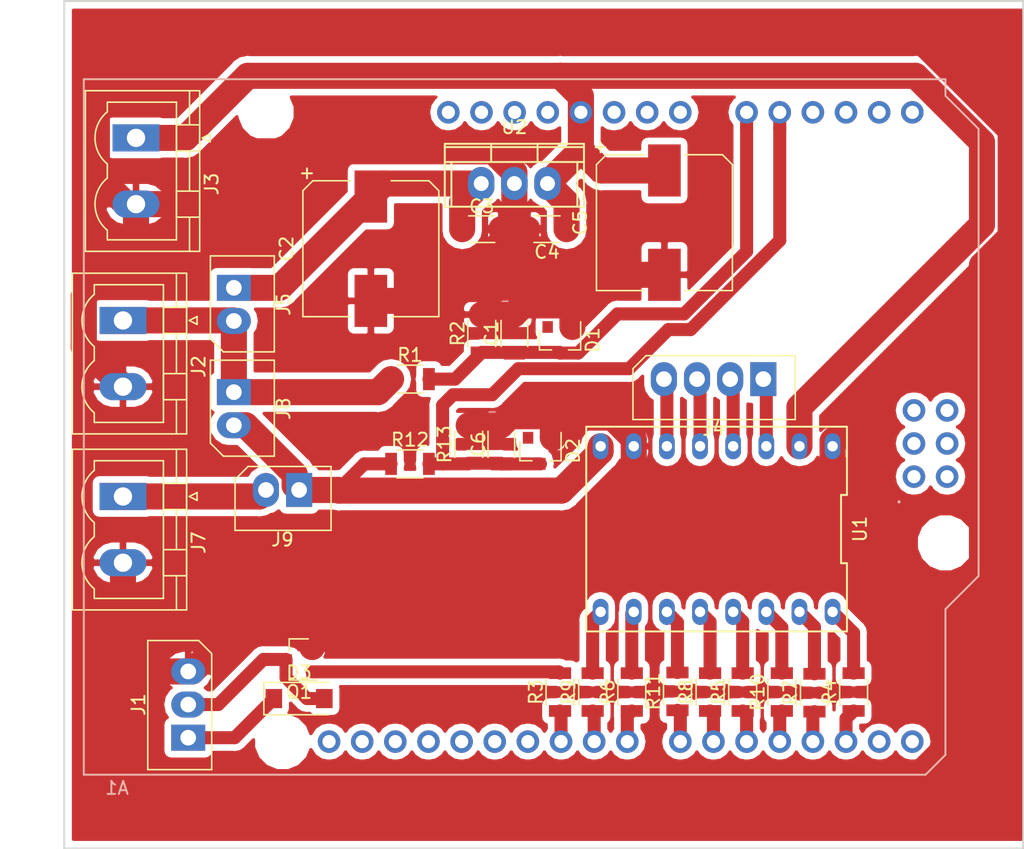
<source format=kicad_pcb>
(kicad_pcb (version 20171130) (host pcbnew 5.0.2-bee76a0~70~ubuntu18.04.1)

  (general
    (thickness 1.6)
    (drawings 4)
    (tracks 185)
    (zones 0)
    (modules 34)
    (nets 51)
  )

  (page A4)
  (layers
    (0 F.Cu signal)
    (31 B.Cu signal)
    (32 B.Adhes user)
    (33 F.Adhes user)
    (34 B.Paste user)
    (35 F.Paste user)
    (36 B.SilkS user)
    (37 F.SilkS user)
    (38 B.Mask user)
    (39 F.Mask user)
    (40 Dwgs.User user)
    (41 Cmts.User user)
    (42 Eco1.User user)
    (43 Eco2.User user)
    (44 Edge.Cuts user)
    (45 Margin user)
    (46 B.CrtYd user)
    (47 F.CrtYd user)
    (48 B.Fab user)
    (49 F.Fab user)
  )

  (setup
    (last_trace_width 0.25)
    (user_trace_width 0.5)
    (user_trace_width 1)
    (user_trace_width 1.5)
    (user_trace_width 2)
    (user_trace_width 3)
    (user_trace_width 4)
    (user_trace_width 5)
    (user_trace_width 6)
    (trace_clearance 0.2)
    (zone_clearance 0.508)
    (zone_45_only no)
    (trace_min 0.2)
    (segment_width 0.2)
    (edge_width 0.15)
    (via_size 0.8)
    (via_drill 0.4)
    (via_min_size 0.4)
    (via_min_drill 0.3)
    (uvia_size 0.3)
    (uvia_drill 0.1)
    (uvias_allowed no)
    (uvia_min_size 0.2)
    (uvia_min_drill 0.1)
    (pcb_text_width 0.3)
    (pcb_text_size 1.5 1.5)
    (mod_edge_width 0.15)
    (mod_text_size 1 1)
    (mod_text_width 0.15)
    (pad_size 1.524 1.524)
    (pad_drill 0.762)
    (pad_to_mask_clearance 0.051)
    (solder_mask_min_width 0.25)
    (aux_axis_origin 90 115)
    (visible_elements FFFFFF7F)
    (pcbplotparams
      (layerselection 0x00000_7fffffff)
      (usegerberextensions false)
      (usegerberattributes false)
      (usegerberadvancedattributes false)
      (creategerberjobfile false)
      (excludeedgelayer false)
      (linewidth 0.100000)
      (plotframeref false)
      (viasonmask false)
      (mode 1)
      (useauxorigin true)
      (hpglpennumber 1)
      (hpglpenspeed 20)
      (hpglpendiameter 15.000000)
      (psnegative false)
      (psa4output false)
      (plotreference false)
      (plotvalue false)
      (plotinvisibletext false)
      (padsonsilk true)
      (subtractmaskfromsilk false)
      (outputformat 1)
      (mirror false)
      (drillshape 0)
      (scaleselection 1)
      (outputdirectory ""))
  )

  (net 0 "")
  (net 1 GND)
  (net 2 /V_MEAS)
  (net 3 "Net-(C2-Pad1)")
  (net 4 +5V)
  (net 5 "Net-(J2-Pad1)")
  (net 6 "Net-(J4-Pad4)")
  (net 7 "Net-(J4-Pad3)")
  (net 8 "Net-(J4-Pad2)")
  (net 9 "Net-(J4-Pad1)")
  (net 10 "Net-(Q1-Pad1)")
  (net 11 "Net-(A1-Pad25)")
  (net 12 "Net-(R4-Pad2)")
  (net 13 "Net-(A1-Pad17)")
  (net 14 "Net-(A1-Pad20)")
  (net 15 "Net-(R5-Pad2)")
  (net 16 "Net-(R6-Pad2)")
  (net 17 "Net-(A1-Pad23)")
  (net 18 "Net-(A1-Pad18)")
  (net 19 "Net-(R7-Pad2)")
  (net 20 "Net-(R8-Pad2)")
  (net 21 "Net-(A1-Pad21)")
  (net 22 "Net-(A1-Pad24)")
  (net 23 "Net-(R9-Pad2)")
  (net 24 "Net-(R10-Pad2)")
  (net 25 "Net-(A1-Pad19)")
  (net 26 "Net-(A1-Pad22)")
  (net 27 "Net-(R11-Pad2)")
  (net 28 "Net-(A1-Pad8)")
  (net 29 "Net-(A1-Pad7)")
  (net 30 "Net-(A1-Pad6)")
  (net 31 "Net-(A1-Pad4)")
  (net 32 "Net-(A1-Pad3)")
  (net 33 "Net-(A1-Pad2)")
  (net 34 "Net-(A1-Pad15)")
  (net 35 "Net-(A1-Pad16)")
  (net 36 "Net-(A1-Pad29)")
  (net 37 "Net-(A1-Pad30)")
  (net 38 "Net-(A1-Pad28)")
  (net 39 "Net-(A1-Pad27)")
  (net 40 "Net-(A1-Pad26)")
  (net 41 "Net-(A1-Pad1)")
  (net 42 "Net-(A1-Pad11)")
  (net 43 "Net-(A1-Pad12)")
  (net 44 "Net-(A1-Pad13)")
  (net 45 "Net-(A1-Pad14)")
  (net 46 "Net-(J7-Pad1)")
  (net 47 "Net-(J8-Pad2)")
  (net 48 /V_MOTOR)
  (net 49 "Net-(D3-Pad2)")
  (net 50 "Net-(D3-Pad1)")

  (net_class Default "This is the default net class."
    (clearance 0.2)
    (trace_width 0.25)
    (via_dia 0.8)
    (via_drill 0.4)
    (uvia_dia 0.3)
    (uvia_drill 0.1)
    (add_net +5V)
    (add_net /V_MEAS)
    (add_net /V_MOTOR)
    (add_net GND)
    (add_net "Net-(A1-Pad1)")
    (add_net "Net-(A1-Pad11)")
    (add_net "Net-(A1-Pad12)")
    (add_net "Net-(A1-Pad13)")
    (add_net "Net-(A1-Pad14)")
    (add_net "Net-(A1-Pad15)")
    (add_net "Net-(A1-Pad16)")
    (add_net "Net-(A1-Pad17)")
    (add_net "Net-(A1-Pad18)")
    (add_net "Net-(A1-Pad19)")
    (add_net "Net-(A1-Pad2)")
    (add_net "Net-(A1-Pad20)")
    (add_net "Net-(A1-Pad21)")
    (add_net "Net-(A1-Pad22)")
    (add_net "Net-(A1-Pad23)")
    (add_net "Net-(A1-Pad24)")
    (add_net "Net-(A1-Pad25)")
    (add_net "Net-(A1-Pad26)")
    (add_net "Net-(A1-Pad27)")
    (add_net "Net-(A1-Pad28)")
    (add_net "Net-(A1-Pad29)")
    (add_net "Net-(A1-Pad3)")
    (add_net "Net-(A1-Pad30)")
    (add_net "Net-(A1-Pad4)")
    (add_net "Net-(A1-Pad6)")
    (add_net "Net-(A1-Pad7)")
    (add_net "Net-(A1-Pad8)")
    (add_net "Net-(C2-Pad1)")
    (add_net "Net-(D3-Pad1)")
    (add_net "Net-(D3-Pad2)")
    (add_net "Net-(J2-Pad1)")
    (add_net "Net-(J4-Pad1)")
    (add_net "Net-(J4-Pad2)")
    (add_net "Net-(J4-Pad3)")
    (add_net "Net-(J4-Pad4)")
    (add_net "Net-(J7-Pad1)")
    (add_net "Net-(J8-Pad2)")
    (add_net "Net-(Q1-Pad1)")
    (add_net "Net-(R10-Pad2)")
    (add_net "Net-(R11-Pad2)")
    (add_net "Net-(R4-Pad2)")
    (add_net "Net-(R5-Pad2)")
    (add_net "Net-(R6-Pad2)")
    (add_net "Net-(R7-Pad2)")
    (add_net "Net-(R8-Pad2)")
    (add_net "Net-(R9-Pad2)")
  )

  (module Capacitors_SMD:C_1206 (layer F.Cu) (tedit 58AA84B8) (tstamp 5F176FC2)
    (at 124.5 75.5 90)
    (descr "Capacitor SMD 1206, reflow soldering, AVX (see smccp.pdf)")
    (tags "capacitor 1206")
    (path /5F178025)
    (attr smd)
    (fp_text reference C1 (at 0 -1.75 90) (layer F.SilkS)
      (effects (font (size 1 1) (thickness 0.15)))
    )
    (fp_text value C (at 0 2 90) (layer F.Fab)
      (effects (font (size 1 1) (thickness 0.15)))
    )
    (fp_line (start 2.25 1.05) (end -2.25 1.05) (layer F.CrtYd) (width 0.05))
    (fp_line (start 2.25 1.05) (end 2.25 -1.05) (layer F.CrtYd) (width 0.05))
    (fp_line (start -2.25 -1.05) (end -2.25 1.05) (layer F.CrtYd) (width 0.05))
    (fp_line (start -2.25 -1.05) (end 2.25 -1.05) (layer F.CrtYd) (width 0.05))
    (fp_line (start -1 1.02) (end 1 1.02) (layer F.SilkS) (width 0.12))
    (fp_line (start 1 -1.02) (end -1 -1.02) (layer F.SilkS) (width 0.12))
    (fp_line (start -1.6 -0.8) (end 1.6 -0.8) (layer F.Fab) (width 0.1))
    (fp_line (start 1.6 -0.8) (end 1.6 0.8) (layer F.Fab) (width 0.1))
    (fp_line (start 1.6 0.8) (end -1.6 0.8) (layer F.Fab) (width 0.1))
    (fp_line (start -1.6 0.8) (end -1.6 -0.8) (layer F.Fab) (width 0.1))
    (fp_text user %R (at 0 -1.75 90) (layer F.Fab)
      (effects (font (size 1 1) (thickness 0.15)))
    )
    (pad 2 smd rect (at 1.5 0 90) (size 1 1.6) (layers F.Cu F.Paste F.Mask)
      (net 1 GND))
    (pad 1 smd rect (at -1.5 0 90) (size 1 1.6) (layers F.Cu F.Paste F.Mask)
      (net 2 /V_MEAS))
    (model Capacitors_SMD.3dshapes/C_1206.wrl
      (at (xyz 0 0 0))
      (scale (xyz 1 1 1))
      (rotate (xyz 0 0 0))
    )
  )

  (module Capacitors_SMD:CP_Elec_10x10.5 (layer F.Cu) (tedit 58AA917F) (tstamp 5F176FDE)
    (at 113.5 69 270)
    (descr "SMT capacitor, aluminium electrolytic, 10x10.5")
    (path /5F176BF4)
    (attr smd)
    (fp_text reference C2 (at 0 6.46 270) (layer F.SilkS)
      (effects (font (size 1 1) (thickness 0.15)))
    )
    (fp_text value CP (at 0 -6.46 270) (layer F.Fab)
      (effects (font (size 1 1) (thickness 0.15)))
    )
    (fp_circle (center 0 0) (end 0 5) (layer F.Fab) (width 0.1))
    (fp_text user + (at -2.91 -0.08 270) (layer F.Fab)
      (effects (font (size 1 1) (thickness 0.15)))
    )
    (fp_text user + (at -5.78 4.97 270) (layer F.SilkS)
      (effects (font (size 1 1) (thickness 0.15)))
    )
    (fp_text user %R (at 0 6.46 270) (layer F.Fab)
      (effects (font (size 1 1) (thickness 0.15)))
    )
    (fp_line (start -5.21 -4.45) (end -5.21 -1.56) (layer F.SilkS) (width 0.12))
    (fp_line (start -5.21 4.45) (end -5.21 1.56) (layer F.SilkS) (width 0.12))
    (fp_line (start 5.21 5.21) (end 5.21 1.56) (layer F.SilkS) (width 0.12))
    (fp_line (start 5.21 -5.21) (end 5.21 -1.56) (layer F.SilkS) (width 0.12))
    (fp_line (start 5.05 5.05) (end 5.05 -5.05) (layer F.Fab) (width 0.1))
    (fp_line (start -4.38 5.05) (end 5.05 5.05) (layer F.Fab) (width 0.1))
    (fp_line (start -5.05 4.38) (end -4.38 5.05) (layer F.Fab) (width 0.1))
    (fp_line (start -5.05 -4.38) (end -5.05 4.38) (layer F.Fab) (width 0.1))
    (fp_line (start -4.38 -5.05) (end -5.05 -4.38) (layer F.Fab) (width 0.1))
    (fp_line (start 5.05 -5.05) (end -4.38 -5.05) (layer F.Fab) (width 0.1))
    (fp_line (start 5.21 5.21) (end -4.45 5.21) (layer F.SilkS) (width 0.12))
    (fp_line (start -4.45 5.21) (end -5.21 4.45) (layer F.SilkS) (width 0.12))
    (fp_line (start -5.21 -4.45) (end -4.45 -5.21) (layer F.SilkS) (width 0.12))
    (fp_line (start -4.45 -5.21) (end 5.21 -5.21) (layer F.SilkS) (width 0.12))
    (fp_line (start -6.25 -5.31) (end 6.25 -5.31) (layer F.CrtYd) (width 0.05))
    (fp_line (start -6.25 -5.31) (end -6.25 5.3) (layer F.CrtYd) (width 0.05))
    (fp_line (start 6.25 5.3) (end 6.25 -5.31) (layer F.CrtYd) (width 0.05))
    (fp_line (start 6.25 5.3) (end -6.25 5.3) (layer F.CrtYd) (width 0.05))
    (pad 1 smd rect (at -4 0 90) (size 4 2.5) (layers F.Cu F.Paste F.Mask)
      (net 3 "Net-(C2-Pad1)"))
    (pad 2 smd rect (at 4 0 90) (size 4 2.5) (layers F.Cu F.Paste F.Mask)
      (net 1 GND))
    (model Capacitors_SMD.3dshapes/CP_Elec_10x10.5.wrl
      (at (xyz 0 0 0))
      (scale (xyz 1 1 1))
      (rotate (xyz 0 0 180))
    )
  )

  (module Capacitors_SMD:C_1206 (layer F.Cu) (tedit 58AA84B8) (tstamp 5F176FEF)
    (at 122 67.5)
    (descr "Capacitor SMD 1206, reflow soldering, AVX (see smccp.pdf)")
    (tags "capacitor 1206")
    (path /5F176B7F)
    (attr smd)
    (fp_text reference C3 (at 0 -1.75) (layer F.SilkS)
      (effects (font (size 1 1) (thickness 0.15)))
    )
    (fp_text value C (at 0 2) (layer F.Fab)
      (effects (font (size 1 1) (thickness 0.15)))
    )
    (fp_line (start 2.25 1.05) (end -2.25 1.05) (layer F.CrtYd) (width 0.05))
    (fp_line (start 2.25 1.05) (end 2.25 -1.05) (layer F.CrtYd) (width 0.05))
    (fp_line (start -2.25 -1.05) (end -2.25 1.05) (layer F.CrtYd) (width 0.05))
    (fp_line (start -2.25 -1.05) (end 2.25 -1.05) (layer F.CrtYd) (width 0.05))
    (fp_line (start -1 1.02) (end 1 1.02) (layer F.SilkS) (width 0.12))
    (fp_line (start 1 -1.02) (end -1 -1.02) (layer F.SilkS) (width 0.12))
    (fp_line (start -1.6 -0.8) (end 1.6 -0.8) (layer F.Fab) (width 0.1))
    (fp_line (start 1.6 -0.8) (end 1.6 0.8) (layer F.Fab) (width 0.1))
    (fp_line (start 1.6 0.8) (end -1.6 0.8) (layer F.Fab) (width 0.1))
    (fp_line (start -1.6 0.8) (end -1.6 -0.8) (layer F.Fab) (width 0.1))
    (fp_text user %R (at 0 -1.75) (layer F.Fab)
      (effects (font (size 1 1) (thickness 0.15)))
    )
    (pad 2 smd rect (at 1.5 0) (size 1 1.6) (layers F.Cu F.Paste F.Mask)
      (net 1 GND))
    (pad 1 smd rect (at -1.5 0) (size 1 1.6) (layers F.Cu F.Paste F.Mask)
      (net 3 "Net-(C2-Pad1)"))
    (model Capacitors_SMD.3dshapes/C_1206.wrl
      (at (xyz 0 0 0))
      (scale (xyz 1 1 1))
      (rotate (xyz 0 0 0))
    )
  )

  (module Capacitors_SMD:C_1206 (layer F.Cu) (tedit 58AA84B8) (tstamp 5F177000)
    (at 127 67.5 180)
    (descr "Capacitor SMD 1206, reflow soldering, AVX (see smccp.pdf)")
    (tags "capacitor 1206")
    (path /5F176C86)
    (attr smd)
    (fp_text reference C4 (at 0 -1.75 180) (layer F.SilkS)
      (effects (font (size 1 1) (thickness 0.15)))
    )
    (fp_text value C (at 0 2 180) (layer F.Fab)
      (effects (font (size 1 1) (thickness 0.15)))
    )
    (fp_text user %R (at 0 -1.75 180) (layer F.Fab)
      (effects (font (size 1 1) (thickness 0.15)))
    )
    (fp_line (start -1.6 0.8) (end -1.6 -0.8) (layer F.Fab) (width 0.1))
    (fp_line (start 1.6 0.8) (end -1.6 0.8) (layer F.Fab) (width 0.1))
    (fp_line (start 1.6 -0.8) (end 1.6 0.8) (layer F.Fab) (width 0.1))
    (fp_line (start -1.6 -0.8) (end 1.6 -0.8) (layer F.Fab) (width 0.1))
    (fp_line (start 1 -1.02) (end -1 -1.02) (layer F.SilkS) (width 0.12))
    (fp_line (start -1 1.02) (end 1 1.02) (layer F.SilkS) (width 0.12))
    (fp_line (start -2.25 -1.05) (end 2.25 -1.05) (layer F.CrtYd) (width 0.05))
    (fp_line (start -2.25 -1.05) (end -2.25 1.05) (layer F.CrtYd) (width 0.05))
    (fp_line (start 2.25 1.05) (end 2.25 -1.05) (layer F.CrtYd) (width 0.05))
    (fp_line (start 2.25 1.05) (end -2.25 1.05) (layer F.CrtYd) (width 0.05))
    (pad 1 smd rect (at -1.5 0 180) (size 1 1.6) (layers F.Cu F.Paste F.Mask)
      (net 4 +5V))
    (pad 2 smd rect (at 1.5 0 180) (size 1 1.6) (layers F.Cu F.Paste F.Mask)
      (net 1 GND))
    (model Capacitors_SMD.3dshapes/C_1206.wrl
      (at (xyz 0 0 0))
      (scale (xyz 1 1 1))
      (rotate (xyz 0 0 0))
    )
  )

  (module Capacitors_SMD:CP_Elec_10x10.5 (layer F.Cu) (tedit 58AA917F) (tstamp 5F17701C)
    (at 136 67 270)
    (descr "SMT capacitor, aluminium electrolytic, 10x10.5")
    (path /5F176CC8)
    (attr smd)
    (fp_text reference C5 (at 0 6.46 270) (layer F.SilkS)
      (effects (font (size 1 1) (thickness 0.15)))
    )
    (fp_text value CP (at 0 -6.46 270) (layer F.Fab)
      (effects (font (size 1 1) (thickness 0.15)))
    )
    (fp_line (start 6.25 5.3) (end -6.25 5.3) (layer F.CrtYd) (width 0.05))
    (fp_line (start 6.25 5.3) (end 6.25 -5.31) (layer F.CrtYd) (width 0.05))
    (fp_line (start -6.25 -5.31) (end -6.25 5.3) (layer F.CrtYd) (width 0.05))
    (fp_line (start -6.25 -5.31) (end 6.25 -5.31) (layer F.CrtYd) (width 0.05))
    (fp_line (start -4.45 -5.21) (end 5.21 -5.21) (layer F.SilkS) (width 0.12))
    (fp_line (start -5.21 -4.45) (end -4.45 -5.21) (layer F.SilkS) (width 0.12))
    (fp_line (start -4.45 5.21) (end -5.21 4.45) (layer F.SilkS) (width 0.12))
    (fp_line (start 5.21 5.21) (end -4.45 5.21) (layer F.SilkS) (width 0.12))
    (fp_line (start 5.05 -5.05) (end -4.38 -5.05) (layer F.Fab) (width 0.1))
    (fp_line (start -4.38 -5.05) (end -5.05 -4.38) (layer F.Fab) (width 0.1))
    (fp_line (start -5.05 -4.38) (end -5.05 4.38) (layer F.Fab) (width 0.1))
    (fp_line (start -5.05 4.38) (end -4.38 5.05) (layer F.Fab) (width 0.1))
    (fp_line (start -4.38 5.05) (end 5.05 5.05) (layer F.Fab) (width 0.1))
    (fp_line (start 5.05 5.05) (end 5.05 -5.05) (layer F.Fab) (width 0.1))
    (fp_line (start 5.21 -5.21) (end 5.21 -1.56) (layer F.SilkS) (width 0.12))
    (fp_line (start 5.21 5.21) (end 5.21 1.56) (layer F.SilkS) (width 0.12))
    (fp_line (start -5.21 4.45) (end -5.21 1.56) (layer F.SilkS) (width 0.12))
    (fp_line (start -5.21 -4.45) (end -5.21 -1.56) (layer F.SilkS) (width 0.12))
    (fp_text user %R (at 0 6.46 270) (layer F.Fab)
      (effects (font (size 1 1) (thickness 0.15)))
    )
    (fp_text user + (at -5.78 4.97 270) (layer F.SilkS)
      (effects (font (size 1 1) (thickness 0.15)))
    )
    (fp_text user + (at -2.91 -0.08 270) (layer F.Fab)
      (effects (font (size 1 1) (thickness 0.15)))
    )
    (fp_circle (center 0 0) (end 0 5) (layer F.Fab) (width 0.1))
    (pad 2 smd rect (at 4 0 90) (size 4 2.5) (layers F.Cu F.Paste F.Mask)
      (net 1 GND))
    (pad 1 smd rect (at -4 0 90) (size 4 2.5) (layers F.Cu F.Paste F.Mask)
      (net 4 +5V))
    (model Capacitors_SMD.3dshapes/CP_Elec_10x10.5.wrl
      (at (xyz 0 0 0))
      (scale (xyz 1 1 1))
      (rotate (xyz 0 0 180))
    )
  )

  (module Diodes_SMD:D_SOT-23_ANK (layer F.Cu) (tedit 587CCEF9) (tstamp 5F177036)
    (at 128 76 270)
    (descr "SOT-23, Single Diode")
    (tags SOT-23)
    (path /5F1776DE)
    (attr smd)
    (fp_text reference D1 (at 0 -2.5 270) (layer F.SilkS)
      (effects (font (size 1 1) (thickness 0.15)))
    )
    (fp_text value BZX84Cxx (at -9.855001 9.864999 270) (layer F.Fab)
      (effects (font (size 1 1) (thickness 0.15)))
    )
    (fp_line (start 0.76 1.58) (end -0.7 1.58) (layer F.SilkS) (width 0.12))
    (fp_line (start -0.7 -1.52) (end -0.7 1.52) (layer F.Fab) (width 0.1))
    (fp_line (start -0.7 -1.52) (end 0.7 -1.52) (layer F.Fab) (width 0.1))
    (fp_line (start 0.76 -1.58) (end -1.4 -1.58) (layer F.SilkS) (width 0.12))
    (fp_line (start -1.7 1.75) (end -1.7 -1.75) (layer F.CrtYd) (width 0.05))
    (fp_line (start 1.7 1.75) (end -1.7 1.75) (layer F.CrtYd) (width 0.05))
    (fp_line (start 1.7 -1.75) (end 1.7 1.75) (layer F.CrtYd) (width 0.05))
    (fp_line (start -1.7 -1.75) (end 1.7 -1.75) (layer F.CrtYd) (width 0.05))
    (fp_line (start -0.7 1.52) (end 0.7 1.52) (layer F.Fab) (width 0.1))
    (fp_line (start 0.7 -1.52) (end 0.7 1.52) (layer F.Fab) (width 0.1))
    (fp_line (start 0.76 -1.58) (end 0.76 -0.65) (layer F.SilkS) (width 0.12))
    (fp_line (start 0.76 1.58) (end 0.76 0.65) (layer F.SilkS) (width 0.12))
    (fp_line (start 0.15 -0.65) (end 0.15 -0.25) (layer F.Fab) (width 0.1))
    (fp_line (start 0.15 -0.45) (end 0.4 -0.45) (layer F.Fab) (width 0.1))
    (fp_line (start 0.15 -0.45) (end -0.15 -0.65) (layer F.Fab) (width 0.1))
    (fp_line (start -0.15 -0.65) (end -0.15 -0.25) (layer F.Fab) (width 0.1))
    (fp_line (start -0.15 -0.25) (end 0.15 -0.45) (layer F.Fab) (width 0.1))
    (fp_line (start -0.15 -0.45) (end -0.4 -0.45) (layer F.Fab) (width 0.1))
    (fp_text user %R (at 0 -2.5 270) (layer F.Fab)
      (effects (font (size 1 1) (thickness 0.15)))
    )
    (pad 1 smd rect (at 1 0 270) (size 0.9 0.8) (layers F.Cu F.Paste F.Mask)
      (net 2 /V_MEAS))
    (pad "" smd rect (at -1 0.95 270) (size 0.9 0.8) (layers F.Cu F.Paste F.Mask))
    (pad 2 smd rect (at -1 -0.95 270) (size 0.9 0.8) (layers F.Cu F.Paste F.Mask)
      (net 1 GND))
    (model ${KISYS3DMOD}/Diodes_SMD.3dshapes/D_SOT-23.wrl
      (at (xyz 0 0 0))
      (scale (xyz 1 1 1))
      (rotate (xyz 0 0 0))
    )
  )

  (module Connectors_Molex:Molex_SPOX-5267_22-03-5045_04x2.54mm_Straight (layer F.Cu) (tedit 588F1F7F) (tstamp 5F177088)
    (at 143.58 79 180)
    (descr "Connector Headers with Friction Lock, 22-03-5045, http://www.molex.com/pdm_docs/ps/PS-5264-001-001.pdf")
    (tags "connector molex SPOX 5267 22-03-5045")
    (path /5F1856C1)
    (fp_text reference J4 (at 3.81 -3.81 180) (layer F.SilkS)
      (effects (font (size 1 1) (thickness 0.15)))
    )
    (fp_text value Conn_01x04_Male (at 3.81 2.54 180) (layer F.Fab)
      (effects (font (size 1 1) (thickness 0.15)))
    )
    (fp_line (start -2.35 -3) (end -2.35 1.7) (layer F.Fab) (width 0.1))
    (fp_line (start -2.35 1.7) (end 8.89 1.7) (layer F.Fab) (width 0.1))
    (fp_line (start 8.89 1.7) (end 9.89 0.7) (layer F.Fab) (width 0.1))
    (fp_line (start 9.89 0.7) (end 9.89 -3) (layer F.Fab) (width 0.1))
    (fp_line (start 9.89 -3) (end -2.35 -3) (layer F.Fab) (width 0.1))
    (fp_line (start 10.04 1.85) (end -2.5 1.85) (layer F.CrtYd) (width 0.05))
    (fp_line (start 10.04 -3.15) (end 10.04 1.85) (layer F.CrtYd) (width 0.05))
    (fp_line (start -2.5 -3.15) (end 10.04 -3.15) (layer F.CrtYd) (width 0.05))
    (fp_line (start -2.5 1.85) (end -2.5 -3.15) (layer F.CrtYd) (width 0.05))
    (fp_line (start 9.99 -3.1) (end -2.45 -3.1) (layer F.SilkS) (width 0.12))
    (fp_line (start 9.99 0.8) (end 9.99 -3.1) (layer F.SilkS) (width 0.12))
    (fp_line (start -2.45 1.8) (end 8.99 1.8) (layer F.SilkS) (width 0.12))
    (fp_line (start -2.45 -3.1) (end -2.45 1.8) (layer F.SilkS) (width 0.12))
    (fp_line (start 8.99 1.8) (end 9.99 0.8) (layer F.SilkS) (width 0.12))
    (pad 4 thru_hole oval (at 7.62 0 180) (size 2 2.6) (drill 1.2) (layers *.Cu *.Mask)
      (net 6 "Net-(J4-Pad4)"))
    (pad 3 thru_hole oval (at 5.08 0 180) (size 2 2.6) (drill 1.2) (layers *.Cu *.Mask)
      (net 7 "Net-(J4-Pad3)"))
    (pad 2 thru_hole oval (at 2.54 0 180) (size 2 2.6) (drill 1.2) (layers *.Cu *.Mask)
      (net 8 "Net-(J4-Pad2)"))
    (pad 1 thru_hole rect (at 0 0 180) (size 2 2.6) (drill 1.2) (layers *.Cu *.Mask)
      (net 9 "Net-(J4-Pad1)"))
    (model ${KISYS3DMOD}/Connectors_Molex.3dshapes/Molex_SPOX-5267_22-03-5045_04x2.54mm_Straight.wrl
      (offset (xyz 3.809999942779541 0.5999987909889222 2.899994156446457))
      (scale (xyz 1 1 1))
      (rotate (xyz -90 0 180))
    )
  )

  (module Connectors_Molex:Molex_SPOX-5267_22-03-5025_02x2.54mm_Straight (layer F.Cu) (tedit 588FAA79) (tstamp 5F17709C)
    (at 103 72 270)
    (descr "Connector Headers with Friction Lock, 22-03-5025, http://www.molex.com/pdm_docs/ps/PS-5264-001-001.pdf")
    (tags "connector molex SPOX 5267 22-03-5025")
    (path /5F177AE5)
    (fp_text reference J5 (at 1.27 -3.81 270) (layer F.SilkS)
      (effects (font (size 1 1) (thickness 0.15)))
    )
    (fp_text value EN_INT_5V (at 2.54 2.54 270) (layer F.Fab)
      (effects (font (size 1 1) (thickness 0.15)))
    )
    (fp_line (start 3.81 1.7) (end 4.81 0.7) (layer F.Fab) (width 0.1))
    (fp_line (start -2.35 1.7) (end 3.81 1.7) (layer F.Fab) (width 0.1))
    (fp_line (start 4.81 0.7) (end 4.81 -3) (layer F.Fab) (width 0.1))
    (fp_line (start -2.35 -3) (end -2.35 1.7) (layer F.Fab) (width 0.1))
    (fp_line (start 4.81 -3) (end -2.35 -3) (layer F.Fab) (width 0.1))
    (fp_line (start 4.96 1.85) (end -2.5 1.85) (layer F.CrtYd) (width 0.05))
    (fp_line (start 4.96 -3.15) (end 4.96 1.85) (layer F.CrtYd) (width 0.05))
    (fp_line (start -2.5 -3.15) (end 4.96 -3.15) (layer F.CrtYd) (width 0.05))
    (fp_line (start -2.5 1.85) (end -2.5 -3.15) (layer F.CrtYd) (width 0.05))
    (fp_line (start 4.91 -3.1) (end -2.45 -3.1) (layer F.SilkS) (width 0.12))
    (fp_line (start 4.91 0.8) (end 4.91 -3.1) (layer F.SilkS) (width 0.12))
    (fp_line (start -2.45 1.8) (end 3.91 1.8) (layer F.SilkS) (width 0.12))
    (fp_line (start -2.45 -3.1) (end -2.45 1.8) (layer F.SilkS) (width 0.12))
    (fp_line (start 3.91 1.8) (end 4.91 0.8) (layer F.SilkS) (width 0.12))
    (pad 2 thru_hole oval (at 2.54 0 270) (size 2 2.6) (drill 1.2) (layers *.Cu *.Mask)
      (net 5 "Net-(J2-Pad1)"))
    (pad 1 thru_hole rect (at 0 0 270) (size 2 2.6) (drill 1.2) (layers *.Cu *.Mask)
      (net 3 "Net-(C2-Pad1)"))
    (model ${KISYS3DMOD}/Connectors_Molex.3dshapes/Molex_SPOX-5267_22-03-5025_02x2.54mm_Straight.wrl
      (offset (xyz 1.269999980926514 0.5999987909889222 2.899994156446457))
      (scale (xyz 1 1 1))
      (rotate (xyz -90 0 180))
    )
  )

  (module TO_SOT_Packages_SMD:SOT-23 (layer F.Cu) (tedit 58CE4E7E) (tstamp 5F1770C5)
    (at 108 100.5 180)
    (descr "SOT-23, Standard")
    (tags SOT-23)
    (path /5F1767DF)
    (attr smd)
    (fp_text reference Q1 (at 0 -2.5 180) (layer F.SilkS)
      (effects (font (size 1 1) (thickness 0.15)))
    )
    (fp_text value Q_NPN_BEC (at 0 2.5 180) (layer F.Fab)
      (effects (font (size 1 1) (thickness 0.15)))
    )
    (fp_line (start 0.76 1.58) (end -0.7 1.58) (layer F.SilkS) (width 0.12))
    (fp_line (start 0.76 -1.58) (end -1.4 -1.58) (layer F.SilkS) (width 0.12))
    (fp_line (start -1.7 1.75) (end -1.7 -1.75) (layer F.CrtYd) (width 0.05))
    (fp_line (start 1.7 1.75) (end -1.7 1.75) (layer F.CrtYd) (width 0.05))
    (fp_line (start 1.7 -1.75) (end 1.7 1.75) (layer F.CrtYd) (width 0.05))
    (fp_line (start -1.7 -1.75) (end 1.7 -1.75) (layer F.CrtYd) (width 0.05))
    (fp_line (start 0.76 -1.58) (end 0.76 -0.65) (layer F.SilkS) (width 0.12))
    (fp_line (start 0.76 1.58) (end 0.76 0.65) (layer F.SilkS) (width 0.12))
    (fp_line (start -0.7 1.52) (end 0.7 1.52) (layer F.Fab) (width 0.1))
    (fp_line (start 0.7 -1.52) (end 0.7 1.52) (layer F.Fab) (width 0.1))
    (fp_line (start -0.7 -0.95) (end -0.15 -1.52) (layer F.Fab) (width 0.1))
    (fp_line (start -0.15 -1.52) (end 0.7 -1.52) (layer F.Fab) (width 0.1))
    (fp_line (start -0.7 -0.95) (end -0.7 1.5) (layer F.Fab) (width 0.1))
    (fp_text user %R (at 0 0 270) (layer F.Fab)
      (effects (font (size 0.5 0.5) (thickness 0.075)))
    )
    (pad 3 smd rect (at 1 0 180) (size 0.9 0.8) (layers F.Cu F.Paste F.Mask)
      (net 49 "Net-(D3-Pad2)"))
    (pad 2 smd rect (at -1 0.95 180) (size 0.9 0.8) (layers F.Cu F.Paste F.Mask)
      (net 1 GND))
    (pad 1 smd rect (at -1 -0.95 180) (size 0.9 0.8) (layers F.Cu F.Paste F.Mask)
      (net 10 "Net-(Q1-Pad1)"))
    (model ${KISYS3DMOD}/TO_SOT_Packages_SMD.3dshapes/SOT-23.wrl
      (at (xyz 0 0 0))
      (scale (xyz 1 1 1))
      (rotate (xyz 0 0 0))
    )
  )

  (module Resistors_SMD:R_1206 (layer F.Cu) (tedit 58E0A804) (tstamp 5F1770D6)
    (at 116.5 79)
    (descr "Resistor SMD 1206, reflow soldering, Vishay (see dcrcw.pdf)")
    (tags "resistor 1206")
    (path /5F177316)
    (attr smd)
    (fp_text reference R1 (at 0 -1.85) (layer F.SilkS)
      (effects (font (size 1 1) (thickness 0.15)))
    )
    (fp_text value 9K (at 0 1.95) (layer F.Fab)
      (effects (font (size 1 1) (thickness 0.15)))
    )
    (fp_text user %R (at 0 0) (layer F.Fab)
      (effects (font (size 0.7 0.7) (thickness 0.105)))
    )
    (fp_line (start -1.6 0.8) (end -1.6 -0.8) (layer F.Fab) (width 0.1))
    (fp_line (start 1.6 0.8) (end -1.6 0.8) (layer F.Fab) (width 0.1))
    (fp_line (start 1.6 -0.8) (end 1.6 0.8) (layer F.Fab) (width 0.1))
    (fp_line (start -1.6 -0.8) (end 1.6 -0.8) (layer F.Fab) (width 0.1))
    (fp_line (start 1 1.07) (end -1 1.07) (layer F.SilkS) (width 0.12))
    (fp_line (start -1 -1.07) (end 1 -1.07) (layer F.SilkS) (width 0.12))
    (fp_line (start -2.15 -1.11) (end 2.15 -1.11) (layer F.CrtYd) (width 0.05))
    (fp_line (start -2.15 -1.11) (end -2.15 1.1) (layer F.CrtYd) (width 0.05))
    (fp_line (start 2.15 1.1) (end 2.15 -1.11) (layer F.CrtYd) (width 0.05))
    (fp_line (start 2.15 1.1) (end -2.15 1.1) (layer F.CrtYd) (width 0.05))
    (pad 1 smd rect (at -1.45 0) (size 0.9 1.7) (layers F.Cu F.Paste F.Mask)
      (net 5 "Net-(J2-Pad1)"))
    (pad 2 smd rect (at 1.45 0) (size 0.9 1.7) (layers F.Cu F.Paste F.Mask)
      (net 2 /V_MEAS))
    (model ${KISYS3DMOD}/Resistors_SMD.3dshapes/R_1206.wrl
      (at (xyz 0 0 0))
      (scale (xyz 1 1 1))
      (rotate (xyz 0 0 0))
    )
  )

  (module Resistors_SMD:R_1206 (layer F.Cu) (tedit 58E0A804) (tstamp 5F1770E7)
    (at 122 75.5 90)
    (descr "Resistor SMD 1206, reflow soldering, Vishay (see dcrcw.pdf)")
    (tags "resistor 1206")
    (path /5F177384)
    (attr smd)
    (fp_text reference R2 (at 0 -1.85 90) (layer F.SilkS)
      (effects (font (size 1 1) (thickness 0.15)))
    )
    (fp_text value 1K (at 0 1.95 90) (layer F.Fab)
      (effects (font (size 1 1) (thickness 0.15)))
    )
    (fp_line (start 2.15 1.1) (end -2.15 1.1) (layer F.CrtYd) (width 0.05))
    (fp_line (start 2.15 1.1) (end 2.15 -1.11) (layer F.CrtYd) (width 0.05))
    (fp_line (start -2.15 -1.11) (end -2.15 1.1) (layer F.CrtYd) (width 0.05))
    (fp_line (start -2.15 -1.11) (end 2.15 -1.11) (layer F.CrtYd) (width 0.05))
    (fp_line (start -1 -1.07) (end 1 -1.07) (layer F.SilkS) (width 0.12))
    (fp_line (start 1 1.07) (end -1 1.07) (layer F.SilkS) (width 0.12))
    (fp_line (start -1.6 -0.8) (end 1.6 -0.8) (layer F.Fab) (width 0.1))
    (fp_line (start 1.6 -0.8) (end 1.6 0.8) (layer F.Fab) (width 0.1))
    (fp_line (start 1.6 0.8) (end -1.6 0.8) (layer F.Fab) (width 0.1))
    (fp_line (start -1.6 0.8) (end -1.6 -0.8) (layer F.Fab) (width 0.1))
    (fp_text user %R (at 0 0 90) (layer F.Fab)
      (effects (font (size 0.7 0.7) (thickness 0.105)))
    )
    (pad 2 smd rect (at 1.45 0 90) (size 0.9 1.7) (layers F.Cu F.Paste F.Mask)
      (net 1 GND))
    (pad 1 smd rect (at -1.45 0 90) (size 0.9 1.7) (layers F.Cu F.Paste F.Mask)
      (net 2 /V_MEAS))
    (model ${KISYS3DMOD}/Resistors_SMD.3dshapes/R_1206.wrl
      (at (xyz 0 0 0))
      (scale (xyz 1 1 1))
      (rotate (xyz 0 0 0))
    )
  )

  (module Resistors_SMD:R_1206 (layer F.Cu) (tedit 58E0A804) (tstamp 5F1770F8)
    (at 128 103 90)
    (descr "Resistor SMD 1206, reflow soldering, Vishay (see dcrcw.pdf)")
    (tags "resistor 1206")
    (path /5F18378D)
    (attr smd)
    (fp_text reference R3 (at 0 -1.85 90) (layer F.SilkS)
      (effects (font (size 1 1) (thickness 0.15)))
    )
    (fp_text value 1K (at 0 1.95 90) (layer F.Fab)
      (effects (font (size 1 1) (thickness 0.15)))
    )
    (fp_line (start 2.15 1.1) (end -2.15 1.1) (layer F.CrtYd) (width 0.05))
    (fp_line (start 2.15 1.1) (end 2.15 -1.11) (layer F.CrtYd) (width 0.05))
    (fp_line (start -2.15 -1.11) (end -2.15 1.1) (layer F.CrtYd) (width 0.05))
    (fp_line (start -2.15 -1.11) (end 2.15 -1.11) (layer F.CrtYd) (width 0.05))
    (fp_line (start -1 -1.07) (end 1 -1.07) (layer F.SilkS) (width 0.12))
    (fp_line (start 1 1.07) (end -1 1.07) (layer F.SilkS) (width 0.12))
    (fp_line (start -1.6 -0.8) (end 1.6 -0.8) (layer F.Fab) (width 0.1))
    (fp_line (start 1.6 -0.8) (end 1.6 0.8) (layer F.Fab) (width 0.1))
    (fp_line (start 1.6 0.8) (end -1.6 0.8) (layer F.Fab) (width 0.1))
    (fp_line (start -1.6 0.8) (end -1.6 -0.8) (layer F.Fab) (width 0.1))
    (fp_text user %R (at 0 0 90) (layer F.Fab)
      (effects (font (size 0.7 0.7) (thickness 0.105)))
    )
    (pad 2 smd rect (at 1.45 0 90) (size 0.9 1.7) (layers F.Cu F.Paste F.Mask)
      (net 10 "Net-(Q1-Pad1)"))
    (pad 1 smd rect (at -1.45 0 90) (size 0.9 1.7) (layers F.Cu F.Paste F.Mask)
      (net 11 "Net-(A1-Pad25)"))
    (model ${KISYS3DMOD}/Resistors_SMD.3dshapes/R_1206.wrl
      (at (xyz 0 0 0))
      (scale (xyz 1 1 1))
      (rotate (xyz 0 0 0))
    )
  )

  (module Resistors_SMD:R_1206 (layer F.Cu) (tedit 58E0A804) (tstamp 5F177109)
    (at 150.5 103 90)
    (descr "Resistor SMD 1206, reflow soldering, Vishay (see dcrcw.pdf)")
    (tags "resistor 1206")
    (path /5F178995)
    (attr smd)
    (fp_text reference R4 (at 0 -1.85 90) (layer F.SilkS)
      (effects (font (size 1 1) (thickness 0.15)))
    )
    (fp_text value 1K (at 0 1.95 90) (layer F.Fab)
      (effects (font (size 1 1) (thickness 0.15)))
    )
    (fp_line (start 2.15 1.1) (end -2.15 1.1) (layer F.CrtYd) (width 0.05))
    (fp_line (start 2.15 1.1) (end 2.15 -1.11) (layer F.CrtYd) (width 0.05))
    (fp_line (start -2.15 -1.11) (end -2.15 1.1) (layer F.CrtYd) (width 0.05))
    (fp_line (start -2.15 -1.11) (end 2.15 -1.11) (layer F.CrtYd) (width 0.05))
    (fp_line (start -1 -1.07) (end 1 -1.07) (layer F.SilkS) (width 0.12))
    (fp_line (start 1 1.07) (end -1 1.07) (layer F.SilkS) (width 0.12))
    (fp_line (start -1.6 -0.8) (end 1.6 -0.8) (layer F.Fab) (width 0.1))
    (fp_line (start 1.6 -0.8) (end 1.6 0.8) (layer F.Fab) (width 0.1))
    (fp_line (start 1.6 0.8) (end -1.6 0.8) (layer F.Fab) (width 0.1))
    (fp_line (start -1.6 0.8) (end -1.6 -0.8) (layer F.Fab) (width 0.1))
    (fp_text user %R (at 0 0 90) (layer F.Fab)
      (effects (font (size 0.7 0.7) (thickness 0.105)))
    )
    (pad 2 smd rect (at 1.45 0 90) (size 0.9 1.7) (layers F.Cu F.Paste F.Mask)
      (net 12 "Net-(R4-Pad2)"))
    (pad 1 smd rect (at -1.45 0 90) (size 0.9 1.7) (layers F.Cu F.Paste F.Mask)
      (net 13 "Net-(A1-Pad17)"))
    (model ${KISYS3DMOD}/Resistors_SMD.3dshapes/R_1206.wrl
      (at (xyz 0 0 0))
      (scale (xyz 1 1 1))
      (rotate (xyz 0 0 0))
    )
  )

  (module Resistors_SMD:R_1206 (layer F.Cu) (tedit 58E0A804) (tstamp 5F17711A)
    (at 142 103 90)
    (descr "Resistor SMD 1206, reflow soldering, Vishay (see dcrcw.pdf)")
    (tags "resistor 1206")
    (path /5F178B01)
    (attr smd)
    (fp_text reference R5 (at 0 -1.85 90) (layer F.SilkS)
      (effects (font (size 1 1) (thickness 0.15)))
    )
    (fp_text value 1K (at 0 1.95 90) (layer F.Fab)
      (effects (font (size 1 1) (thickness 0.15)))
    )
    (fp_text user %R (at 0 0 90) (layer F.Fab)
      (effects (font (size 0.7 0.7) (thickness 0.105)))
    )
    (fp_line (start -1.6 0.8) (end -1.6 -0.8) (layer F.Fab) (width 0.1))
    (fp_line (start 1.6 0.8) (end -1.6 0.8) (layer F.Fab) (width 0.1))
    (fp_line (start 1.6 -0.8) (end 1.6 0.8) (layer F.Fab) (width 0.1))
    (fp_line (start -1.6 -0.8) (end 1.6 -0.8) (layer F.Fab) (width 0.1))
    (fp_line (start 1 1.07) (end -1 1.07) (layer F.SilkS) (width 0.12))
    (fp_line (start -1 -1.07) (end 1 -1.07) (layer F.SilkS) (width 0.12))
    (fp_line (start -2.15 -1.11) (end 2.15 -1.11) (layer F.CrtYd) (width 0.05))
    (fp_line (start -2.15 -1.11) (end -2.15 1.1) (layer F.CrtYd) (width 0.05))
    (fp_line (start 2.15 1.1) (end 2.15 -1.11) (layer F.CrtYd) (width 0.05))
    (fp_line (start 2.15 1.1) (end -2.15 1.1) (layer F.CrtYd) (width 0.05))
    (pad 1 smd rect (at -1.45 0 90) (size 0.9 1.7) (layers F.Cu F.Paste F.Mask)
      (net 14 "Net-(A1-Pad20)"))
    (pad 2 smd rect (at 1.45 0 90) (size 0.9 1.7) (layers F.Cu F.Paste F.Mask)
      (net 15 "Net-(R5-Pad2)"))
    (model ${KISYS3DMOD}/Resistors_SMD.3dshapes/R_1206.wrl
      (at (xyz 0 0 0))
      (scale (xyz 1 1 1))
      (rotate (xyz 0 0 0))
    )
  )

  (module Resistors_SMD:R_1206 (layer F.Cu) (tedit 58E0A804) (tstamp 5F17712B)
    (at 133.5 103 90)
    (descr "Resistor SMD 1206, reflow soldering, Vishay (see dcrcw.pdf)")
    (tags "resistor 1206")
    (path /5F178BD9)
    (attr smd)
    (fp_text reference R6 (at 0 -1.85 90) (layer F.SilkS)
      (effects (font (size 1 1) (thickness 0.15)))
    )
    (fp_text value 1K (at 0 1.95 90) (layer F.Fab)
      (effects (font (size 1 1) (thickness 0.15)))
    )
    (fp_line (start 2.15 1.1) (end -2.15 1.1) (layer F.CrtYd) (width 0.05))
    (fp_line (start 2.15 1.1) (end 2.15 -1.11) (layer F.CrtYd) (width 0.05))
    (fp_line (start -2.15 -1.11) (end -2.15 1.1) (layer F.CrtYd) (width 0.05))
    (fp_line (start -2.15 -1.11) (end 2.15 -1.11) (layer F.CrtYd) (width 0.05))
    (fp_line (start -1 -1.07) (end 1 -1.07) (layer F.SilkS) (width 0.12))
    (fp_line (start 1 1.07) (end -1 1.07) (layer F.SilkS) (width 0.12))
    (fp_line (start -1.6 -0.8) (end 1.6 -0.8) (layer F.Fab) (width 0.1))
    (fp_line (start 1.6 -0.8) (end 1.6 0.8) (layer F.Fab) (width 0.1))
    (fp_line (start 1.6 0.8) (end -1.6 0.8) (layer F.Fab) (width 0.1))
    (fp_line (start -1.6 0.8) (end -1.6 -0.8) (layer F.Fab) (width 0.1))
    (fp_text user %R (at 0 0 90) (layer F.Fab)
      (effects (font (size 0.7 0.7) (thickness 0.105)))
    )
    (pad 2 smd rect (at 1.45 0 90) (size 0.9 1.7) (layers F.Cu F.Paste F.Mask)
      (net 16 "Net-(R6-Pad2)"))
    (pad 1 smd rect (at -1.45 0 90) (size 0.9 1.7) (layers F.Cu F.Paste F.Mask)
      (net 17 "Net-(A1-Pad23)"))
    (model ${KISYS3DMOD}/Resistors_SMD.3dshapes/R_1206.wrl
      (at (xyz 0 0 0))
      (scale (xyz 1 1 1))
      (rotate (xyz 0 0 0))
    )
  )

  (module Resistors_SMD:R_1206 (layer F.Cu) (tedit 58E0A804) (tstamp 5F177837)
    (at 147.5 103.05 90)
    (descr "Resistor SMD 1206, reflow soldering, Vishay (see dcrcw.pdf)")
    (tags "resistor 1206")
    (path /5F178A7D)
    (attr smd)
    (fp_text reference R7 (at 0 -1.85 90) (layer F.SilkS)
      (effects (font (size 1 1) (thickness 0.15)))
    )
    (fp_text value 1K (at 0 1.95 90) (layer F.Fab)
      (effects (font (size 1 1) (thickness 0.15)))
    )
    (fp_text user %R (at 0 0 90) (layer F.Fab)
      (effects (font (size 0.7 0.7) (thickness 0.105)))
    )
    (fp_line (start -1.6 0.8) (end -1.6 -0.8) (layer F.Fab) (width 0.1))
    (fp_line (start 1.6 0.8) (end -1.6 0.8) (layer F.Fab) (width 0.1))
    (fp_line (start 1.6 -0.8) (end 1.6 0.8) (layer F.Fab) (width 0.1))
    (fp_line (start -1.6 -0.8) (end 1.6 -0.8) (layer F.Fab) (width 0.1))
    (fp_line (start 1 1.07) (end -1 1.07) (layer F.SilkS) (width 0.12))
    (fp_line (start -1 -1.07) (end 1 -1.07) (layer F.SilkS) (width 0.12))
    (fp_line (start -2.15 -1.11) (end 2.15 -1.11) (layer F.CrtYd) (width 0.05))
    (fp_line (start -2.15 -1.11) (end -2.15 1.1) (layer F.CrtYd) (width 0.05))
    (fp_line (start 2.15 1.1) (end 2.15 -1.11) (layer F.CrtYd) (width 0.05))
    (fp_line (start 2.15 1.1) (end -2.15 1.1) (layer F.CrtYd) (width 0.05))
    (pad 1 smd rect (at -1.45 0 90) (size 0.9 1.7) (layers F.Cu F.Paste F.Mask)
      (net 18 "Net-(A1-Pad18)"))
    (pad 2 smd rect (at 1.45 0 90) (size 0.9 1.7) (layers F.Cu F.Paste F.Mask)
      (net 19 "Net-(R7-Pad2)"))
    (model ${KISYS3DMOD}/Resistors_SMD.3dshapes/R_1206.wrl
      (at (xyz 0 0 0))
      (scale (xyz 1 1 1))
      (rotate (xyz 0 0 0))
    )
  )

  (module Resistors_SMD:R_1206 (layer F.Cu) (tedit 58E0A804) (tstamp 5F17714D)
    (at 139.5 103 90)
    (descr "Resistor SMD 1206, reflow soldering, Vishay (see dcrcw.pdf)")
    (tags "resistor 1206")
    (path /5F178B45)
    (attr smd)
    (fp_text reference R8 (at 0 -1.85 90) (layer F.SilkS)
      (effects (font (size 1 1) (thickness 0.15)))
    )
    (fp_text value 1K (at 0 1.95 90) (layer F.Fab)
      (effects (font (size 1 1) (thickness 0.15)))
    )
    (fp_line (start 2.15 1.1) (end -2.15 1.1) (layer F.CrtYd) (width 0.05))
    (fp_line (start 2.15 1.1) (end 2.15 -1.11) (layer F.CrtYd) (width 0.05))
    (fp_line (start -2.15 -1.11) (end -2.15 1.1) (layer F.CrtYd) (width 0.05))
    (fp_line (start -2.15 -1.11) (end 2.15 -1.11) (layer F.CrtYd) (width 0.05))
    (fp_line (start -1 -1.07) (end 1 -1.07) (layer F.SilkS) (width 0.12))
    (fp_line (start 1 1.07) (end -1 1.07) (layer F.SilkS) (width 0.12))
    (fp_line (start -1.6 -0.8) (end 1.6 -0.8) (layer F.Fab) (width 0.1))
    (fp_line (start 1.6 -0.8) (end 1.6 0.8) (layer F.Fab) (width 0.1))
    (fp_line (start 1.6 0.8) (end -1.6 0.8) (layer F.Fab) (width 0.1))
    (fp_line (start -1.6 0.8) (end -1.6 -0.8) (layer F.Fab) (width 0.1))
    (fp_text user %R (at 0 0 90) (layer F.Fab)
      (effects (font (size 0.7 0.7) (thickness 0.105)))
    )
    (pad 2 smd rect (at 1.45 0 90) (size 0.9 1.7) (layers F.Cu F.Paste F.Mask)
      (net 20 "Net-(R8-Pad2)"))
    (pad 1 smd rect (at -1.45 0 90) (size 0.9 1.7) (layers F.Cu F.Paste F.Mask)
      (net 21 "Net-(A1-Pad21)"))
    (model ${KISYS3DMOD}/Resistors_SMD.3dshapes/R_1206.wrl
      (at (xyz 0 0 0))
      (scale (xyz 1 1 1))
      (rotate (xyz 0 0 0))
    )
  )

  (module Resistors_SMD:R_1206 (layer F.Cu) (tedit 58E0A804) (tstamp 5F17715E)
    (at 130.5 103 90)
    (descr "Resistor SMD 1206, reflow soldering, Vishay (see dcrcw.pdf)")
    (tags "resistor 1206")
    (path /5F178C1F)
    (attr smd)
    (fp_text reference R9 (at 0 -1.85 90) (layer F.SilkS)
      (effects (font (size 1 1) (thickness 0.15)))
    )
    (fp_text value 1K (at 0 1.95 90) (layer F.Fab)
      (effects (font (size 1 1) (thickness 0.15)))
    )
    (fp_text user %R (at 0 0 90) (layer F.Fab)
      (effects (font (size 0.7 0.7) (thickness 0.105)))
    )
    (fp_line (start -1.6 0.8) (end -1.6 -0.8) (layer F.Fab) (width 0.1))
    (fp_line (start 1.6 0.8) (end -1.6 0.8) (layer F.Fab) (width 0.1))
    (fp_line (start 1.6 -0.8) (end 1.6 0.8) (layer F.Fab) (width 0.1))
    (fp_line (start -1.6 -0.8) (end 1.6 -0.8) (layer F.Fab) (width 0.1))
    (fp_line (start 1 1.07) (end -1 1.07) (layer F.SilkS) (width 0.12))
    (fp_line (start -1 -1.07) (end 1 -1.07) (layer F.SilkS) (width 0.12))
    (fp_line (start -2.15 -1.11) (end 2.15 -1.11) (layer F.CrtYd) (width 0.05))
    (fp_line (start -2.15 -1.11) (end -2.15 1.1) (layer F.CrtYd) (width 0.05))
    (fp_line (start 2.15 1.1) (end 2.15 -1.11) (layer F.CrtYd) (width 0.05))
    (fp_line (start 2.15 1.1) (end -2.15 1.1) (layer F.CrtYd) (width 0.05))
    (pad 1 smd rect (at -1.45 0 90) (size 0.9 1.7) (layers F.Cu F.Paste F.Mask)
      (net 22 "Net-(A1-Pad24)"))
    (pad 2 smd rect (at 1.45 0 90) (size 0.9 1.7) (layers F.Cu F.Paste F.Mask)
      (net 23 "Net-(R9-Pad2)"))
    (model ${KISYS3DMOD}/Resistors_SMD.3dshapes/R_1206.wrl
      (at (xyz 0 0 0))
      (scale (xyz 1 1 1))
      (rotate (xyz 0 0 0))
    )
  )

  (module Resistors_SMD:R_1206 (layer F.Cu) (tedit 58E0A804) (tstamp 5F178732)
    (at 145 103 90)
    (descr "Resistor SMD 1206, reflow soldering, Vishay (see dcrcw.pdf)")
    (tags "resistor 1206")
    (path /5F178ABD)
    (attr smd)
    (fp_text reference R10 (at 0 -1.85 90) (layer F.SilkS)
      (effects (font (size 1 1) (thickness 0.15)))
    )
    (fp_text value 1K (at 0 1.95 90) (layer F.Fab)
      (effects (font (size 1 1) (thickness 0.15)))
    )
    (fp_line (start 2.15 1.1) (end -2.15 1.1) (layer F.CrtYd) (width 0.05))
    (fp_line (start 2.15 1.1) (end 2.15 -1.11) (layer F.CrtYd) (width 0.05))
    (fp_line (start -2.15 -1.11) (end -2.15 1.1) (layer F.CrtYd) (width 0.05))
    (fp_line (start -2.15 -1.11) (end 2.15 -1.11) (layer F.CrtYd) (width 0.05))
    (fp_line (start -1 -1.07) (end 1 -1.07) (layer F.SilkS) (width 0.12))
    (fp_line (start 1 1.07) (end -1 1.07) (layer F.SilkS) (width 0.12))
    (fp_line (start -1.6 -0.8) (end 1.6 -0.8) (layer F.Fab) (width 0.1))
    (fp_line (start 1.6 -0.8) (end 1.6 0.8) (layer F.Fab) (width 0.1))
    (fp_line (start 1.6 0.8) (end -1.6 0.8) (layer F.Fab) (width 0.1))
    (fp_line (start -1.6 0.8) (end -1.6 -0.8) (layer F.Fab) (width 0.1))
    (fp_text user %R (at 0 0 90) (layer F.Fab)
      (effects (font (size 0.7 0.7) (thickness 0.105)))
    )
    (pad 2 smd rect (at 1.45 0 90) (size 0.9 1.7) (layers F.Cu F.Paste F.Mask)
      (net 24 "Net-(R10-Pad2)"))
    (pad 1 smd rect (at -1.45 0 90) (size 0.9 1.7) (layers F.Cu F.Paste F.Mask)
      (net 25 "Net-(A1-Pad19)"))
    (model ${KISYS3DMOD}/Resistors_SMD.3dshapes/R_1206.wrl
      (at (xyz 0 0 0))
      (scale (xyz 1 1 1))
      (rotate (xyz 0 0 0))
    )
  )

  (module Resistors_SMD:R_1206 (layer F.Cu) (tedit 58E0A804) (tstamp 5F177180)
    (at 137 102.95 90)
    (descr "Resistor SMD 1206, reflow soldering, Vishay (see dcrcw.pdf)")
    (tags "resistor 1206")
    (path /5F178B8F)
    (attr smd)
    (fp_text reference R11 (at 0 -1.85 90) (layer F.SilkS)
      (effects (font (size 1 1) (thickness 0.15)))
    )
    (fp_text value 1K (at 0 1.95 90) (layer F.Fab)
      (effects (font (size 1 1) (thickness 0.15)))
    )
    (fp_text user %R (at 0 0 90) (layer F.Fab)
      (effects (font (size 0.7 0.7) (thickness 0.105)))
    )
    (fp_line (start -1.6 0.8) (end -1.6 -0.8) (layer F.Fab) (width 0.1))
    (fp_line (start 1.6 0.8) (end -1.6 0.8) (layer F.Fab) (width 0.1))
    (fp_line (start 1.6 -0.8) (end 1.6 0.8) (layer F.Fab) (width 0.1))
    (fp_line (start -1.6 -0.8) (end 1.6 -0.8) (layer F.Fab) (width 0.1))
    (fp_line (start 1 1.07) (end -1 1.07) (layer F.SilkS) (width 0.12))
    (fp_line (start -1 -1.07) (end 1 -1.07) (layer F.SilkS) (width 0.12))
    (fp_line (start -2.15 -1.11) (end 2.15 -1.11) (layer F.CrtYd) (width 0.05))
    (fp_line (start -2.15 -1.11) (end -2.15 1.1) (layer F.CrtYd) (width 0.05))
    (fp_line (start 2.15 1.1) (end 2.15 -1.11) (layer F.CrtYd) (width 0.05))
    (fp_line (start 2.15 1.1) (end -2.15 1.1) (layer F.CrtYd) (width 0.05))
    (pad 1 smd rect (at -1.45 0 90) (size 0.9 1.7) (layers F.Cu F.Paste F.Mask)
      (net 26 "Net-(A1-Pad22)"))
    (pad 2 smd rect (at 1.45 0 90) (size 0.9 1.7) (layers F.Cu F.Paste F.Mask)
      (net 27 "Net-(R11-Pad2)"))
    (model ${KISYS3DMOD}/Resistors_SMD.3dshapes/R_1206.wrl
      (at (xyz 0 0 0))
      (scale (xyz 1 1 1))
      (rotate (xyz 0 0 0))
    )
  )

  (module sch:DIP-16_500_ELL (layer F.Cu) (tedit 0) (tstamp 5F177758)
    (at 140 90.5 180)
    (path /5F17640C)
    (fp_text reference U1 (at -10.99 0 270) (layer F.SilkS)
      (effects (font (size 1 1) (thickness 0.15)))
    )
    (fp_text value stepper_module (at 0 0 180) (layer F.Fab)
      (effects (font (size 1 1) (thickness 0.15)))
    )
    (fp_line (start -9.99 7.849999) (end 9.99 7.85) (layer F.SilkS) (width 0.15))
    (fp_line (start 9.99 7.85) (end 9.99 -7.849999) (layer F.SilkS) (width 0.15))
    (fp_line (start 9.99 -7.849999) (end -9.99 -7.85) (layer F.SilkS) (width 0.15))
    (fp_line (start -9.99 -7.85) (end -9.99 -2.616666) (layer F.SilkS) (width 0.15))
    (fp_line (start -9.99 -2.616666) (end -9.54 -2.616666) (layer F.SilkS) (width 0.15))
    (fp_line (start -9.54 -2.616666) (end -9.54 2.616666) (layer F.SilkS) (width 0.15))
    (fp_line (start -9.54 2.616666) (end -9.99 2.616666) (layer F.SilkS) (width 0.15))
    (fp_line (start -9.99 2.616666) (end -9.99 7.849999) (layer F.SilkS) (width 0.15))
    (fp_line (start -10.15 -8) (end 10.15 -8) (layer F.CrtYd) (width 0.05))
    (fp_line (start 10.15 -8) (end 10.15 8) (layer F.CrtYd) (width 0.05))
    (fp_line (start 10.15 8) (end -10.15 8) (layer F.CrtYd) (width 0.05))
    (fp_line (start -10.15 8) (end -10.15 -8) (layer F.CrtYd) (width 0.05))
    (pad 16 thru_hole oval (at -8.89 -6.35 180) (size 1.2 2) (drill 0.8) (layers *.Cu *.Mask)
      (net 12 "Net-(R4-Pad2)"))
    (pad 1 thru_hole oval (at -8.89 6.35 180) (size 1.2 2) (drill 0.8) (layers *.Cu *.Mask)
      (net 1 GND))
    (pad 15 thru_hole oval (at -6.35 -6.35 180) (size 1.2 2) (drill 0.8) (layers *.Cu *.Mask)
      (net 19 "Net-(R7-Pad2)"))
    (pad 2 thru_hole oval (at -6.35 6.35 180) (size 1.2 2) (drill 0.8) (layers *.Cu *.Mask)
      (net 4 +5V))
    (pad 14 thru_hole oval (at -3.81 -6.35 180) (size 1.2 2) (drill 0.8) (layers *.Cu *.Mask)
      (net 24 "Net-(R10-Pad2)"))
    (pad 3 thru_hole oval (at -3.81 6.35 180) (size 1.2 2) (drill 0.8) (layers *.Cu *.Mask)
      (net 9 "Net-(J4-Pad1)"))
    (pad 13 thru_hole oval (at -1.27 -6.35 180) (size 1.2 2) (drill 0.8) (layers *.Cu *.Mask)
      (net 15 "Net-(R5-Pad2)"))
    (pad 4 thru_hole oval (at -1.27 6.35 180) (size 1.2 2) (drill 0.8) (layers *.Cu *.Mask)
      (net 8 "Net-(J4-Pad2)"))
    (pad 12 thru_hole oval (at 1.27 -6.35 180) (size 1.2 2) (drill 0.8) (layers *.Cu *.Mask)
      (net 20 "Net-(R8-Pad2)"))
    (pad 5 thru_hole oval (at 1.27 6.35 180) (size 1.2 2) (drill 0.8) (layers *.Cu *.Mask)
      (net 7 "Net-(J4-Pad3)"))
    (pad 11 thru_hole oval (at 3.81 -6.35 180) (size 1.2 2) (drill 0.8) (layers *.Cu *.Mask)
      (net 27 "Net-(R11-Pad2)"))
    (pad 6 thru_hole oval (at 3.81 6.35 180) (size 1.2 2) (drill 0.8) (layers *.Cu *.Mask)
      (net 6 "Net-(J4-Pad4)"))
    (pad 10 thru_hole oval (at 6.35 -6.35 180) (size 1.2 2) (drill 0.8) (layers *.Cu *.Mask)
      (net 16 "Net-(R6-Pad2)"))
    (pad 7 thru_hole oval (at 6.35 6.35 180) (size 1.2 2) (drill 0.8) (layers *.Cu *.Mask)
      (net 1 GND))
    (pad 9 thru_hole oval (at 8.89 -6.35 180) (size 1.2 2) (drill 0.8) (layers *.Cu *.Mask)
      (net 23 "Net-(R9-Pad2)"))
    (pad 8 thru_hole oval (at 8.89 6.35 180) (size 1.2 2) (drill 0.8) (layers *.Cu *.Mask)
      (net 47 "Net-(J8-Pad2)"))
  )

  (module Power_Integrations:TO-220 (layer F.Cu) (tedit 0) (tstamp 5F1771B1)
    (at 124.5 64)
    (descr "Non Isolated JEDEC TO-220 Package")
    (tags "Power Integration YN Package")
    (path /5F176510)
    (fp_text reference U2 (at 0 -4.318) (layer F.SilkS)
      (effects (font (size 1 1) (thickness 0.15)))
    )
    (fp_text value L7805 (at 0 -4.318) (layer F.Fab)
      (effects (font (size 1 1) (thickness 0.15)))
    )
    (fp_line (start 5.334 -3.048) (end -5.334 -3.048) (layer F.SilkS) (width 0.15))
    (fp_line (start 5.334 -3.048) (end 5.334 1.778) (layer F.SilkS) (width 0.15))
    (fp_line (start -5.334 -3.048) (end -5.334 1.778) (layer F.SilkS) (width 0.15))
    (fp_line (start 5.334 1.778) (end -5.334 1.778) (layer F.SilkS) (width 0.15))
    (fp_line (start -5.334 -1.651) (end 5.334 -1.651) (layer F.SilkS) (width 0.15))
    (fp_line (start -1.778 -1.778) (end -1.778 -3.048) (layer F.SilkS) (width 0.15))
    (fp_line (start 1.778 -1.778) (end 1.778 -3.048) (layer F.SilkS) (width 0.15))
    (fp_line (start 5.334 -2.794) (end -5.334 -2.794) (layer F.SilkS) (width 0.15))
    (fp_line (start -4.826 -1.651) (end -4.826 1.778) (layer F.SilkS) (width 0.15))
    (fp_line (start 4.826 -1.651) (end 4.826 1.778) (layer F.SilkS) (width 0.15))
    (pad 1 thru_hole oval (at -2.54 0) (size 2.032 2.54) (drill 1.143) (layers *.Cu *.Mask)
      (net 3 "Net-(C2-Pad1)"))
    (pad 3 thru_hole oval (at 2.54 0) (size 2.032 2.54) (drill 1.143) (layers *.Cu *.Mask)
      (net 4 +5V))
    (pad 2 thru_hole oval (at 0 0) (size 2.032 2.54) (drill 1.143) (layers *.Cu *.Mask)
      (net 1 GND))
  )

  (module sch:Arduino_Uno_Shield (layer B.Cu) (tedit 5F176AEC) (tstamp 5F17AA45)
    (at 91.5 56)
    (descr https://store.arduino.cc/arduino-uno-rev3)
    (path /5F1757BC)
    (fp_text reference A1 (at 2.54 54.356) (layer B.SilkS)
      (effects (font (size 1 1) (thickness 0.15)) (justify mirror))
    )
    (fp_text value Arduino_UNO_R2 (at 15.494 54.356) (layer B.Fab)
      (effects (font (size 1 1) (thickness 0.15)) (justify mirror))
    )
    (fp_line (start 9.525 32.385) (end -6.35 32.385) (layer F.CrtYd) (width 0.15))
    (fp_line (start 9.525 43.815) (end -6.35 43.815) (layer F.CrtYd) (width 0.15))
    (fp_line (start 9.525 43.815) (end 9.525 32.385) (layer F.CrtYd) (width 0.15))
    (fp_line (start -6.35 43.815) (end -6.35 32.385) (layer F.CrtYd) (width 0.15))
    (fp_text user . (at 62.484 32.004) (layer B.SilkS)
      (effects (font (size 1 1) (thickness 0.15)) (justify mirror))
    )
    (fp_line (start 11.43 12.065) (end 11.43 3.175) (layer F.CrtYd) (width 0.15))
    (fp_line (start -1.905 3.175) (end 11.43 3.175) (layer F.CrtYd) (width 0.15))
    (fp_line (start -1.905 12.065) (end -1.905 3.175) (layer F.CrtYd) (width 0.15))
    (fp_line (start -1.905 12.065) (end 11.43 12.065) (layer F.CrtYd) (width 0.15))
    (fp_line (start 0 53.34) (end 0 0) (layer B.SilkS) (width 0.15))
    (fp_line (start 66.04 40.64) (end 66.04 51.816) (layer B.SilkS) (width 0.15))
    (fp_line (start 68.58 38.1) (end 66.04 40.64) (layer B.SilkS) (width 0.15))
    (fp_line (start 68.58 3.81) (end 68.58 38.1) (layer B.SilkS) (width 0.15))
    (fp_line (start 66.04 1.27) (end 68.58 3.81) (layer B.SilkS) (width 0.15))
    (fp_line (start 66.04 0) (end 66.04 1.27) (layer B.SilkS) (width 0.15))
    (fp_line (start 64.516 53.34) (end 66.04 51.816) (layer B.SilkS) (width 0.15))
    (fp_line (start 0 0) (end 66.04 0) (layer B.SilkS) (width 0.15))
    (fp_line (start 0 53.34) (end 64.516 53.34) (layer B.SilkS) (width 0.15))
    (pad RST2 thru_hole oval (at 63.627 25.4) (size 1.7272 1.7272) (drill 1.016) (layers *.Cu *.Mask))
    (pad GND4 thru_hole oval (at 66.167 25.4) (size 1.7272 1.7272) (drill 1.016) (layers *.Cu *.Mask))
    (pad MOSI thru_hole oval (at 66.167 27.94) (size 1.7272 1.7272) (drill 1.016) (layers *.Cu *.Mask))
    (pad SCK thru_hole oval (at 63.627 27.94) (size 1.7272 1.7272) (drill 1.016) (layers *.Cu *.Mask))
    (pad 5V2 thru_hole oval (at 66.167 30.48) (size 1.7272 1.7272) (drill 1.016) (layers *.Cu *.Mask))
    (pad 9 thru_hole oval (at 50.8 2.54) (size 1.7272 1.7272) (drill 1.016) (layers *.Cu *.Mask)
      (net 2 /V_MEAS))
    (pad 8 thru_hole oval (at 45.72 2.54) (size 1.7272 1.7272) (drill 1.016) (layers *.Cu *.Mask)
      (net 28 "Net-(A1-Pad8)"))
    (pad 7 thru_hole oval (at 43.18 2.54) (size 1.7272 1.7272) (drill 1.016) (layers *.Cu *.Mask)
      (net 29 "Net-(A1-Pad7)"))
    (pad 6 thru_hole oval (at 40.64 2.54) (size 1.7272 1.7272) (drill 1.016) (layers *.Cu *.Mask)
      (net 30 "Net-(A1-Pad6)"))
    (pad 5 thru_hole oval (at 38.1 2.54) (size 1.7272 1.7272) (drill 1.016) (layers *.Cu *.Mask)
      (net 4 +5V))
    (pad 4 thru_hole oval (at 35.56 2.54) (size 1.7272 1.7272) (drill 1.016) (layers *.Cu *.Mask)
      (net 31 "Net-(A1-Pad4)"))
    (pad 3 thru_hole oval (at 33.02 2.54) (size 1.7272 1.7272) (drill 1.016) (layers *.Cu *.Mask)
      (net 32 "Net-(A1-Pad3)"))
    (pad 2 thru_hole oval (at 30.48 2.54) (size 1.7272 1.7272) (drill 1.016) (layers *.Cu *.Mask)
      (net 33 "Net-(A1-Pad2)"))
    (pad 15 thru_hole oval (at 63.5 50.8) (size 1.7272 1.7272) (drill 1.016) (layers *.Cu *.Mask)
      (net 34 "Net-(A1-Pad15)"))
    (pad 16 thru_hole oval (at 60.96 50.8) (size 1.7272 1.7272) (drill 1.016) (layers *.Cu *.Mask)
      (net 35 "Net-(A1-Pad16)"))
    (pad 17 thru_hole oval (at 58.42 50.8) (size 1.7272 1.7272) (drill 1.016) (layers *.Cu *.Mask)
      (net 13 "Net-(A1-Pad17)"))
    (pad 18 thru_hole oval (at 55.88 50.8) (size 1.7272 1.7272) (drill 1.016) (layers *.Cu *.Mask)
      (net 18 "Net-(A1-Pad18)"))
    (pad 19 thru_hole oval (at 53.34 50.8) (size 1.7272 1.7272) (drill 1.016) (layers *.Cu *.Mask)
      (net 25 "Net-(A1-Pad19)"))
    (pad 20 thru_hole oval (at 50.8 50.8) (size 1.7272 1.7272) (drill 1.016) (layers *.Cu *.Mask)
      (net 14 "Net-(A1-Pad20)"))
    (pad 21 thru_hole oval (at 48.26 50.8) (size 1.7272 1.7272) (drill 1.016) (layers *.Cu *.Mask)
      (net 21 "Net-(A1-Pad21)"))
    (pad 22 thru_hole oval (at 45.72 50.8) (size 1.7272 1.7272) (drill 1.016) (layers *.Cu *.Mask)
      (net 26 "Net-(A1-Pad22)"))
    (pad 29 thru_hole oval (at 26.416 50.8) (size 1.7272 1.7272) (drill 1.016) (layers *.Cu *.Mask)
      (net 36 "Net-(A1-Pad29)"))
    (pad 23 thru_hole oval (at 41.656 50.8) (size 1.7272 1.7272) (drill 1.016) (layers *.Cu *.Mask)
      (net 17 "Net-(A1-Pad23)"))
    (pad 24 thru_hole oval (at 39.116 50.8) (size 1.7272 1.7272) (drill 1.016) (layers *.Cu *.Mask)
      (net 22 "Net-(A1-Pad24)"))
    (pad 25 thru_hole oval (at 36.576 50.8) (size 1.7272 1.7272) (drill 1.016) (layers *.Cu *.Mask)
      (net 11 "Net-(A1-Pad25)"))
    (pad "" np_thru_hole circle (at 66.04 7.62) (size 3.2 3.2) (drill 3.2) (layers *.Cu *.Mask))
    (pad "" np_thru_hole circle (at 66.04 35.56) (size 3.2 3.2) (drill 3.2) (layers *.Cu *.Mask))
    (pad "" np_thru_hole circle (at 15.24 50.8) (size 3.2 3.2) (drill 3.2) (layers *.Cu *.Mask))
    (pad "" np_thru_hole circle (at 13.97 2.54) (size 3.2 3.2) (drill 3.2) (layers *.Cu *.Mask))
    (pad 32 thru_hole oval (at 18.796 50.8) (size 1.7272 1.7272) (drill 1.016) (layers *.Cu *.Mask))
    (pad 31 thru_hole oval (at 21.336 50.8) (size 1.7272 1.7272) (drill 1.016) (layers *.Cu *.Mask))
    (pad 30 thru_hole oval (at 23.876 50.8) (size 1.7272 1.7272) (drill 1.016) (layers *.Cu *.Mask)
      (net 37 "Net-(A1-Pad30)"))
    (pad 28 thru_hole oval (at 28.956 50.8) (size 1.7272 1.7272) (drill 1.016) (layers *.Cu *.Mask)
      (net 38 "Net-(A1-Pad28)"))
    (pad 27 thru_hole oval (at 31.496 50.8) (size 1.7272 1.7272) (drill 1.016) (layers *.Cu *.Mask)
      (net 39 "Net-(A1-Pad27)"))
    (pad 26 thru_hole oval (at 34.036 50.8) (size 1.7272 1.7272) (drill 1.016) (layers *.Cu *.Mask)
      (net 40 "Net-(A1-Pad26)"))
    (pad 1 thru_hole oval (at 27.94 2.54) (size 1.7272 1.7272) (drill 1.016) (layers *.Cu *.Mask)
      (net 41 "Net-(A1-Pad1)"))
    (pad 10 thru_hole oval (at 53.34 2.54) (size 1.7272 1.7272) (drill 1.016) (layers *.Cu *.Mask)
      (net 48 /V_MOTOR))
    (pad 11 thru_hole oval (at 55.88 2.54) (size 1.7272 1.7272) (drill 1.016) (layers *.Cu *.Mask)
      (net 42 "Net-(A1-Pad11)"))
    (pad 12 thru_hole oval (at 58.42 2.54) (size 1.7272 1.7272) (drill 1.016) (layers *.Cu *.Mask)
      (net 43 "Net-(A1-Pad12)"))
    (pad 13 thru_hole oval (at 60.96 2.54) (size 1.7272 1.7272) (drill 1.016) (layers *.Cu *.Mask)
      (net 44 "Net-(A1-Pad13)"))
    (pad 14 thru_hole oval (at 63.5 2.54) (size 1.7272 1.7272) (drill 1.016) (layers *.Cu *.Mask)
      (net 45 "Net-(A1-Pad14)"))
    (pad MISO thru_hole oval (at 63.627 30.48) (size 1.7272 1.7272) (drill 1.016) (layers *.Cu *.Mask))
  )

  (module Connectors_Phoenix:PhoenixContact_MSTBVA-G_02x5.08mm_Vertical (layer F.Cu) (tedit 59566E5C) (tstamp 5F178EAF)
    (at 94.5 74.5 270)
    (descr "Generic Phoenix Contact connector footprint for series: MSTBVA-G; number of pins: 02; pin pitch: 5.08mm; Vertical || order number: 1755736 12A || order number: 1924305 16A (HC)")
    (tags "phoenix_contact connector MSTBVA_01x02_G_5.08mm")
    (path /5F17687A)
    (fp_text reference J2 (at 3.54 -5.8 270) (layer F.SilkS)
      (effects (font (size 1 1) (thickness 0.15)))
    )
    (fp_text value 8V_TO_16V_IN (at 2.54 4.8 270) (layer F.Fab)
      (effects (font (size 1 1) (thickness 0.15)))
    )
    (fp_arc (start 0 0.55) (end -2 2.2) (angle -100.5) (layer F.SilkS) (width 0.12))
    (fp_arc (start 5.08 0.55) (end 3.08 2.2) (angle -100.5) (layer F.SilkS) (width 0.12))
    (fp_line (start -3.62 -4.88) (end -3.62 3.88) (layer F.SilkS) (width 0.12))
    (fp_line (start -3.62 3.88) (end 8.7 3.88) (layer F.SilkS) (width 0.12))
    (fp_line (start 8.7 3.88) (end 8.7 -4.88) (layer F.SilkS) (width 0.12))
    (fp_line (start 8.7 -4.88) (end -3.62 -4.88) (layer F.SilkS) (width 0.12))
    (fp_line (start -3.54 -4.8) (end -3.54 3.8) (layer F.Fab) (width 0.1))
    (fp_line (start -3.54 3.8) (end 8.62 3.8) (layer F.Fab) (width 0.1))
    (fp_line (start 8.62 3.8) (end 8.62 -4.8) (layer F.Fab) (width 0.1))
    (fp_line (start 8.62 -4.8) (end -3.54 -4.8) (layer F.Fab) (width 0.1))
    (fp_line (start -3.62 -4.1) (end -1.08 -4.1) (layer F.SilkS) (width 0.12))
    (fp_line (start 8.7 -4.1) (end 6.16 -4.1) (layer F.SilkS) (width 0.12))
    (fp_line (start 1 -4.1) (end 4.08 -4.1) (layer F.SilkS) (width 0.12))
    (fp_line (start -1 -3.1) (end -1 -4.88) (layer F.SilkS) (width 0.12))
    (fp_line (start -1 -4.88) (end 1 -4.88) (layer F.SilkS) (width 0.12))
    (fp_line (start 1 -4.88) (end 1 -3.1) (layer F.SilkS) (width 0.12))
    (fp_line (start 1 -3.1) (end -1 -3.1) (layer F.SilkS) (width 0.12))
    (fp_line (start 4.08 -3.1) (end 4.08 -4.88) (layer F.SilkS) (width 0.12))
    (fp_line (start 4.08 -4.88) (end 6.08 -4.88) (layer F.SilkS) (width 0.12))
    (fp_line (start 6.08 -4.88) (end 6.08 -3.1) (layer F.SilkS) (width 0.12))
    (fp_line (start 6.08 -3.1) (end 4.08 -3.1) (layer F.SilkS) (width 0.12))
    (fp_line (start 2 2.2) (end 3.08 2.2) (layer F.SilkS) (width 0.12))
    (fp_line (start -2 2.2) (end -2.74 2.2) (layer F.SilkS) (width 0.12))
    (fp_line (start -2.74 2.2) (end -2.74 -3.1) (layer F.SilkS) (width 0.12))
    (fp_line (start -2.74 -3.1) (end 7.82 -3.1) (layer F.SilkS) (width 0.12))
    (fp_line (start 7.82 -3.1) (end 7.82 2.2) (layer F.SilkS) (width 0.12))
    (fp_line (start 7.82 2.2) (end 7.08 2.2) (layer F.SilkS) (width 0.12))
    (fp_line (start -4.04 -5.3) (end -4.04 4.3) (layer F.CrtYd) (width 0.05))
    (fp_line (start -4.04 4.3) (end 9.12 4.3) (layer F.CrtYd) (width 0.05))
    (fp_line (start 9.12 4.3) (end 9.12 -5.3) (layer F.CrtYd) (width 0.05))
    (fp_line (start 9.12 -5.3) (end -4.04 -5.3) (layer F.CrtYd) (width 0.05))
    (fp_line (start 0.3 -5.68) (end 0 -5.08) (layer F.SilkS) (width 0.12))
    (fp_line (start 0 -5.08) (end -0.3 -5.68) (layer F.SilkS) (width 0.12))
    (fp_line (start -0.3 -5.68) (end 0.3 -5.68) (layer F.SilkS) (width 0.12))
    (fp_line (start 0.5 -3.55) (end 0 -2.55) (layer F.Fab) (width 0.1))
    (fp_line (start 0 -2.55) (end -0.5 -3.55) (layer F.Fab) (width 0.1))
    (fp_line (start -0.5 -3.55) (end 0.5 -3.55) (layer F.Fab) (width 0.1))
    (fp_text user %R (at 3.54 -3 270) (layer F.Fab)
      (effects (font (size 1 1) (thickness 0.15)))
    )
    (pad 1 thru_hole rect (at 0 0 270) (size 2.08 3.6) (drill 1.4) (layers *.Cu *.Mask)
      (net 5 "Net-(J2-Pad1)"))
    (pad 2 thru_hole oval (at 5.08 0 270) (size 2.08 3.6) (drill 1.4) (layers *.Cu *.Mask)
      (net 1 GND))
    (model ${KISYS3DMOD}/Connectors_Phoenix.3dshapes/PhoenixContact_MSTBVA-G_02x5.08mm_Vertical.wrl
      (at (xyz 0 0 0))
      (scale (xyz 1 1 1))
      (rotate (xyz 0 0 0))
    )
  )

  (module Connectors_Phoenix:PhoenixContact_MSTBVA-G_02x5.08mm_Vertical (layer F.Cu) (tedit 59566E5C) (tstamp 5F178EDA)
    (at 95.5 60.5 270)
    (descr "Generic Phoenix Contact connector footprint for series: MSTBVA-G; number of pins: 02; pin pitch: 5.08mm; Vertical || order number: 1755736 12A || order number: 1924305 16A (HC)")
    (tags "phoenix_contact connector MSTBVA_01x02_G_5.08mm")
    (path /5F17700C)
    (fp_text reference J3 (at 3.54 -5.8 270) (layer F.SilkS)
      (effects (font (size 1 1) (thickness 0.15)))
    )
    (fp_text value 5V_IN (at 2.54 4.8 270) (layer F.Fab)
      (effects (font (size 1 1) (thickness 0.15)))
    )
    (fp_arc (start 0 0.55) (end -2 2.2) (angle -100.5) (layer F.SilkS) (width 0.12))
    (fp_arc (start 5.08 0.55) (end 3.08 2.2) (angle -100.5) (layer F.SilkS) (width 0.12))
    (fp_line (start -3.62 -4.88) (end -3.62 3.88) (layer F.SilkS) (width 0.12))
    (fp_line (start -3.62 3.88) (end 8.7 3.88) (layer F.SilkS) (width 0.12))
    (fp_line (start 8.7 3.88) (end 8.7 -4.88) (layer F.SilkS) (width 0.12))
    (fp_line (start 8.7 -4.88) (end -3.62 -4.88) (layer F.SilkS) (width 0.12))
    (fp_line (start -3.54 -4.8) (end -3.54 3.8) (layer F.Fab) (width 0.1))
    (fp_line (start -3.54 3.8) (end 8.62 3.8) (layer F.Fab) (width 0.1))
    (fp_line (start 8.62 3.8) (end 8.62 -4.8) (layer F.Fab) (width 0.1))
    (fp_line (start 8.62 -4.8) (end -3.54 -4.8) (layer F.Fab) (width 0.1))
    (fp_line (start -3.62 -4.1) (end -1.08 -4.1) (layer F.SilkS) (width 0.12))
    (fp_line (start 8.7 -4.1) (end 6.16 -4.1) (layer F.SilkS) (width 0.12))
    (fp_line (start 1 -4.1) (end 4.08 -4.1) (layer F.SilkS) (width 0.12))
    (fp_line (start -1 -3.1) (end -1 -4.88) (layer F.SilkS) (width 0.12))
    (fp_line (start -1 -4.88) (end 1 -4.88) (layer F.SilkS) (width 0.12))
    (fp_line (start 1 -4.88) (end 1 -3.1) (layer F.SilkS) (width 0.12))
    (fp_line (start 1 -3.1) (end -1 -3.1) (layer F.SilkS) (width 0.12))
    (fp_line (start 4.08 -3.1) (end 4.08 -4.88) (layer F.SilkS) (width 0.12))
    (fp_line (start 4.08 -4.88) (end 6.08 -4.88) (layer F.SilkS) (width 0.12))
    (fp_line (start 6.08 -4.88) (end 6.08 -3.1) (layer F.SilkS) (width 0.12))
    (fp_line (start 6.08 -3.1) (end 4.08 -3.1) (layer F.SilkS) (width 0.12))
    (fp_line (start 2 2.2) (end 3.08 2.2) (layer F.SilkS) (width 0.12))
    (fp_line (start -2 2.2) (end -2.74 2.2) (layer F.SilkS) (width 0.12))
    (fp_line (start -2.74 2.2) (end -2.74 -3.1) (layer F.SilkS) (width 0.12))
    (fp_line (start -2.74 -3.1) (end 7.82 -3.1) (layer F.SilkS) (width 0.12))
    (fp_line (start 7.82 -3.1) (end 7.82 2.2) (layer F.SilkS) (width 0.12))
    (fp_line (start 7.82 2.2) (end 7.08 2.2) (layer F.SilkS) (width 0.12))
    (fp_line (start -4.04 -5.3) (end -4.04 4.3) (layer F.CrtYd) (width 0.05))
    (fp_line (start -4.04 4.3) (end 9.12 4.3) (layer F.CrtYd) (width 0.05))
    (fp_line (start 9.12 4.3) (end 9.12 -5.3) (layer F.CrtYd) (width 0.05))
    (fp_line (start 9.12 -5.3) (end -4.04 -5.3) (layer F.CrtYd) (width 0.05))
    (fp_line (start 0.3 -5.68) (end 0 -5.08) (layer F.SilkS) (width 0.12))
    (fp_line (start 0 -5.08) (end -0.3 -5.68) (layer F.SilkS) (width 0.12))
    (fp_line (start -0.3 -5.68) (end 0.3 -5.68) (layer F.SilkS) (width 0.12))
    (fp_line (start 0.5 -3.55) (end 0 -2.55) (layer F.Fab) (width 0.1))
    (fp_line (start 0 -2.55) (end -0.5 -3.55) (layer F.Fab) (width 0.1))
    (fp_line (start -0.5 -3.55) (end 0.5 -3.55) (layer F.Fab) (width 0.1))
    (fp_text user %R (at 3.54 -3 270) (layer F.Fab)
      (effects (font (size 1 1) (thickness 0.15)))
    )
    (pad 1 thru_hole rect (at 0 0 270) (size 2.08 3.6) (drill 1.4) (layers *.Cu *.Mask)
      (net 4 +5V))
    (pad 2 thru_hole oval (at 5.08 0 270) (size 2.08 3.6) (drill 1.4) (layers *.Cu *.Mask)
      (net 1 GND))
    (model ${KISYS3DMOD}/Connectors_Phoenix.3dshapes/PhoenixContact_MSTBVA-G_02x5.08mm_Vertical.wrl
      (at (xyz 0 0 0))
      (scale (xyz 1 1 1))
      (rotate (xyz 0 0 0))
    )
  )

  (module Connectors_Phoenix:PhoenixContact_MSTBVA-G_02x5.08mm_Vertical (layer F.Cu) (tedit 59566E5C) (tstamp 5F178F30)
    (at 94.5 88 270)
    (descr "Generic Phoenix Contact connector footprint for series: MSTBVA-G; number of pins: 02; pin pitch: 5.08mm; Vertical || order number: 1755736 12A || order number: 1924305 16A (HC)")
    (tags "phoenix_contact connector MSTBVA_01x02_G_5.08mm")
    (path /5F193A28)
    (fp_text reference J7 (at 3.54 -5.8 270) (layer F.SilkS)
      (effects (font (size 1 1) (thickness 0.15)))
    )
    (fp_text value VMOT_EXT (at 2.54 4.8 270) (layer F.Fab)
      (effects (font (size 1 1) (thickness 0.15)))
    )
    (fp_text user %R (at 3.54 -3 270) (layer F.Fab)
      (effects (font (size 1 1) (thickness 0.15)))
    )
    (fp_line (start -0.5 -3.55) (end 0.5 -3.55) (layer F.Fab) (width 0.1))
    (fp_line (start 0 -2.55) (end -0.5 -3.55) (layer F.Fab) (width 0.1))
    (fp_line (start 0.5 -3.55) (end 0 -2.55) (layer F.Fab) (width 0.1))
    (fp_line (start -0.3 -5.68) (end 0.3 -5.68) (layer F.SilkS) (width 0.12))
    (fp_line (start 0 -5.08) (end -0.3 -5.68) (layer F.SilkS) (width 0.12))
    (fp_line (start 0.3 -5.68) (end 0 -5.08) (layer F.SilkS) (width 0.12))
    (fp_line (start 9.12 -5.3) (end -4.04 -5.3) (layer F.CrtYd) (width 0.05))
    (fp_line (start 9.12 4.3) (end 9.12 -5.3) (layer F.CrtYd) (width 0.05))
    (fp_line (start -4.04 4.3) (end 9.12 4.3) (layer F.CrtYd) (width 0.05))
    (fp_line (start -4.04 -5.3) (end -4.04 4.3) (layer F.CrtYd) (width 0.05))
    (fp_line (start 7.82 2.2) (end 7.08 2.2) (layer F.SilkS) (width 0.12))
    (fp_line (start 7.82 -3.1) (end 7.82 2.2) (layer F.SilkS) (width 0.12))
    (fp_line (start -2.74 -3.1) (end 7.82 -3.1) (layer F.SilkS) (width 0.12))
    (fp_line (start -2.74 2.2) (end -2.74 -3.1) (layer F.SilkS) (width 0.12))
    (fp_line (start -2 2.2) (end -2.74 2.2) (layer F.SilkS) (width 0.12))
    (fp_line (start 2 2.2) (end 3.08 2.2) (layer F.SilkS) (width 0.12))
    (fp_line (start 6.08 -3.1) (end 4.08 -3.1) (layer F.SilkS) (width 0.12))
    (fp_line (start 6.08 -4.88) (end 6.08 -3.1) (layer F.SilkS) (width 0.12))
    (fp_line (start 4.08 -4.88) (end 6.08 -4.88) (layer F.SilkS) (width 0.12))
    (fp_line (start 4.08 -3.1) (end 4.08 -4.88) (layer F.SilkS) (width 0.12))
    (fp_line (start 1 -3.1) (end -1 -3.1) (layer F.SilkS) (width 0.12))
    (fp_line (start 1 -4.88) (end 1 -3.1) (layer F.SilkS) (width 0.12))
    (fp_line (start -1 -4.88) (end 1 -4.88) (layer F.SilkS) (width 0.12))
    (fp_line (start -1 -3.1) (end -1 -4.88) (layer F.SilkS) (width 0.12))
    (fp_line (start 1 -4.1) (end 4.08 -4.1) (layer F.SilkS) (width 0.12))
    (fp_line (start 8.7 -4.1) (end 6.16 -4.1) (layer F.SilkS) (width 0.12))
    (fp_line (start -3.62 -4.1) (end -1.08 -4.1) (layer F.SilkS) (width 0.12))
    (fp_line (start 8.62 -4.8) (end -3.54 -4.8) (layer F.Fab) (width 0.1))
    (fp_line (start 8.62 3.8) (end 8.62 -4.8) (layer F.Fab) (width 0.1))
    (fp_line (start -3.54 3.8) (end 8.62 3.8) (layer F.Fab) (width 0.1))
    (fp_line (start -3.54 -4.8) (end -3.54 3.8) (layer F.Fab) (width 0.1))
    (fp_line (start 8.7 -4.88) (end -3.62 -4.88) (layer F.SilkS) (width 0.12))
    (fp_line (start 8.7 3.88) (end 8.7 -4.88) (layer F.SilkS) (width 0.12))
    (fp_line (start -3.62 3.88) (end 8.7 3.88) (layer F.SilkS) (width 0.12))
    (fp_line (start -3.62 -4.88) (end -3.62 3.88) (layer F.SilkS) (width 0.12))
    (fp_arc (start 5.08 0.55) (end 3.08 2.2) (angle -100.5) (layer F.SilkS) (width 0.12))
    (fp_arc (start 0 0.55) (end -2 2.2) (angle -100.5) (layer F.SilkS) (width 0.12))
    (pad 2 thru_hole oval (at 5.08 0 270) (size 2.08 3.6) (drill 1.4) (layers *.Cu *.Mask)
      (net 1 GND))
    (pad 1 thru_hole rect (at 0 0 270) (size 2.08 3.6) (drill 1.4) (layers *.Cu *.Mask)
      (net 46 "Net-(J7-Pad1)"))
    (model ${KISYS3DMOD}/Connectors_Phoenix.3dshapes/PhoenixContact_MSTBVA-G_02x5.08mm_Vertical.wrl
      (at (xyz 0 0 0))
      (scale (xyz 1 1 1))
      (rotate (xyz 0 0 0))
    )
  )

  (module Connectors_Molex:Molex_SPOX-5267_22-03-5025_02x2.54mm_Straight (layer F.Cu) (tedit 588FAA79) (tstamp 5F178F44)
    (at 103 80 270)
    (descr "Connector Headers with Friction Lock, 22-03-5025, http://www.molex.com/pdm_docs/ps/PS-5264-001-001.pdf")
    (tags "connector molex SPOX 5267 22-03-5025")
    (path /5F193B3A)
    (fp_text reference J8 (at 1.27 -3.81 270) (layer F.SilkS)
      (effects (font (size 1 1) (thickness 0.15)))
    )
    (fp_text value EN_VMOT_VIN (at 2.54 2.54 270) (layer F.Fab)
      (effects (font (size 1 1) (thickness 0.15)))
    )
    (fp_line (start 3.81 1.7) (end 4.81 0.7) (layer F.Fab) (width 0.1))
    (fp_line (start -2.35 1.7) (end 3.81 1.7) (layer F.Fab) (width 0.1))
    (fp_line (start 4.81 0.7) (end 4.81 -3) (layer F.Fab) (width 0.1))
    (fp_line (start -2.35 -3) (end -2.35 1.7) (layer F.Fab) (width 0.1))
    (fp_line (start 4.81 -3) (end -2.35 -3) (layer F.Fab) (width 0.1))
    (fp_line (start 4.96 1.85) (end -2.5 1.85) (layer F.CrtYd) (width 0.05))
    (fp_line (start 4.96 -3.15) (end 4.96 1.85) (layer F.CrtYd) (width 0.05))
    (fp_line (start -2.5 -3.15) (end 4.96 -3.15) (layer F.CrtYd) (width 0.05))
    (fp_line (start -2.5 1.85) (end -2.5 -3.15) (layer F.CrtYd) (width 0.05))
    (fp_line (start 4.91 -3.1) (end -2.45 -3.1) (layer F.SilkS) (width 0.12))
    (fp_line (start 4.91 0.8) (end 4.91 -3.1) (layer F.SilkS) (width 0.12))
    (fp_line (start -2.45 1.8) (end 3.91 1.8) (layer F.SilkS) (width 0.12))
    (fp_line (start -2.45 -3.1) (end -2.45 1.8) (layer F.SilkS) (width 0.12))
    (fp_line (start 3.91 1.8) (end 4.91 0.8) (layer F.SilkS) (width 0.12))
    (pad 2 thru_hole oval (at 2.54 0 270) (size 2 2.6) (drill 1.2) (layers *.Cu *.Mask)
      (net 47 "Net-(J8-Pad2)"))
    (pad 1 thru_hole rect (at 0 0 270) (size 2 2.6) (drill 1.2) (layers *.Cu *.Mask)
      (net 5 "Net-(J2-Pad1)"))
    (model ${KISYS3DMOD}/Connectors_Molex.3dshapes/Molex_SPOX-5267_22-03-5025_02x2.54mm_Straight.wrl
      (offset (xyz 1.269999980926514 0.5999987909889222 2.899994156446457))
      (scale (xyz 1 1 1))
      (rotate (xyz -90 0 180))
    )
  )

  (module Connectors_Molex:Molex_SPOX-5267_22-03-5025_02x2.54mm_Straight (layer F.Cu) (tedit 588FAA79) (tstamp 5F178F58)
    (at 108 87.5 180)
    (descr "Connector Headers with Friction Lock, 22-03-5025, http://www.molex.com/pdm_docs/ps/PS-5264-001-001.pdf")
    (tags "connector molex SPOX 5267 22-03-5025")
    (path /5F193BC8)
    (fp_text reference J9 (at 1.27 -3.81 180) (layer F.SilkS)
      (effects (font (size 1 1) (thickness 0.15)))
    )
    (fp_text value EN_VMOT_EXT (at 2.54 2.54 180) (layer F.Fab)
      (effects (font (size 1 1) (thickness 0.15)))
    )
    (fp_line (start 3.91 1.8) (end 4.91 0.8) (layer F.SilkS) (width 0.12))
    (fp_line (start -2.45 -3.1) (end -2.45 1.8) (layer F.SilkS) (width 0.12))
    (fp_line (start -2.45 1.8) (end 3.91 1.8) (layer F.SilkS) (width 0.12))
    (fp_line (start 4.91 0.8) (end 4.91 -3.1) (layer F.SilkS) (width 0.12))
    (fp_line (start 4.91 -3.1) (end -2.45 -3.1) (layer F.SilkS) (width 0.12))
    (fp_line (start -2.5 1.85) (end -2.5 -3.15) (layer F.CrtYd) (width 0.05))
    (fp_line (start -2.5 -3.15) (end 4.96 -3.15) (layer F.CrtYd) (width 0.05))
    (fp_line (start 4.96 -3.15) (end 4.96 1.85) (layer F.CrtYd) (width 0.05))
    (fp_line (start 4.96 1.85) (end -2.5 1.85) (layer F.CrtYd) (width 0.05))
    (fp_line (start 4.81 -3) (end -2.35 -3) (layer F.Fab) (width 0.1))
    (fp_line (start -2.35 -3) (end -2.35 1.7) (layer F.Fab) (width 0.1))
    (fp_line (start 4.81 0.7) (end 4.81 -3) (layer F.Fab) (width 0.1))
    (fp_line (start -2.35 1.7) (end 3.81 1.7) (layer F.Fab) (width 0.1))
    (fp_line (start 3.81 1.7) (end 4.81 0.7) (layer F.Fab) (width 0.1))
    (pad 1 thru_hole rect (at 0 0 180) (size 2 2.6) (drill 1.2) (layers *.Cu *.Mask)
      (net 47 "Net-(J8-Pad2)"))
    (pad 2 thru_hole oval (at 2.54 0 180) (size 2 2.6) (drill 1.2) (layers *.Cu *.Mask)
      (net 46 "Net-(J7-Pad1)"))
    (model ${KISYS3DMOD}/Connectors_Molex.3dshapes/Molex_SPOX-5267_22-03-5025_02x2.54mm_Straight.wrl
      (offset (xyz 1.269999980926514 0.5999987909889222 2.899994156446457))
      (scale (xyz 1 1 1))
      (rotate (xyz -90 0 180))
    )
  )

  (module Capacitors_SMD:C_1206 (layer F.Cu) (tedit 58AA84B8) (tstamp 5F1797A9)
    (at 123.5 84 90)
    (descr "Capacitor SMD 1206, reflow soldering, AVX (see smccp.pdf)")
    (tags "capacitor 1206")
    (path /5F19842D)
    (attr smd)
    (fp_text reference C6 (at 0 -1.75 90) (layer F.SilkS)
      (effects (font (size 1 1) (thickness 0.15)))
    )
    (fp_text value C (at 0 2 90) (layer F.Fab)
      (effects (font (size 1 1) (thickness 0.15)))
    )
    (fp_line (start 2.25 1.05) (end -2.25 1.05) (layer F.CrtYd) (width 0.05))
    (fp_line (start 2.25 1.05) (end 2.25 -1.05) (layer F.CrtYd) (width 0.05))
    (fp_line (start -2.25 -1.05) (end -2.25 1.05) (layer F.CrtYd) (width 0.05))
    (fp_line (start -2.25 -1.05) (end 2.25 -1.05) (layer F.CrtYd) (width 0.05))
    (fp_line (start -1 1.02) (end 1 1.02) (layer F.SilkS) (width 0.12))
    (fp_line (start 1 -1.02) (end -1 -1.02) (layer F.SilkS) (width 0.12))
    (fp_line (start -1.6 -0.8) (end 1.6 -0.8) (layer F.Fab) (width 0.1))
    (fp_line (start 1.6 -0.8) (end 1.6 0.8) (layer F.Fab) (width 0.1))
    (fp_line (start 1.6 0.8) (end -1.6 0.8) (layer F.Fab) (width 0.1))
    (fp_line (start -1.6 0.8) (end -1.6 -0.8) (layer F.Fab) (width 0.1))
    (fp_text user %R (at 0 -1.75 90) (layer F.Fab)
      (effects (font (size 1 1) (thickness 0.15)))
    )
    (pad 2 smd rect (at 1.5 0 90) (size 1 1.6) (layers F.Cu F.Paste F.Mask)
      (net 1 GND))
    (pad 1 smd rect (at -1.5 0 90) (size 1 1.6) (layers F.Cu F.Paste F.Mask)
      (net 48 /V_MOTOR))
    (model Capacitors_SMD.3dshapes/C_1206.wrl
      (at (xyz 0 0 0))
      (scale (xyz 1 1 1))
      (rotate (xyz 0 0 0))
    )
  )

  (module Diodes_SMD:D_SOT-23_ANK (layer F.Cu) (tedit 587CCEF9) (tstamp 5F1797C3)
    (at 126.5 84.5 270)
    (descr "SOT-23, Single Diode")
    (tags SOT-23)
    (path /5F198423)
    (attr smd)
    (fp_text reference D2 (at 0 -2.5 270) (layer F.SilkS)
      (effects (font (size 1 1) (thickness 0.15)))
    )
    (fp_text value BZX84Cxx (at -9.575001 16.464999 270) (layer F.Fab)
      (effects (font (size 1 1) (thickness 0.15)))
    )
    (fp_line (start 0.76 1.58) (end -0.7 1.58) (layer F.SilkS) (width 0.12))
    (fp_line (start -0.7 -1.52) (end -0.7 1.52) (layer F.Fab) (width 0.1))
    (fp_line (start -0.7 -1.52) (end 0.7 -1.52) (layer F.Fab) (width 0.1))
    (fp_line (start 0.76 -1.58) (end -1.4 -1.58) (layer F.SilkS) (width 0.12))
    (fp_line (start -1.7 1.75) (end -1.7 -1.75) (layer F.CrtYd) (width 0.05))
    (fp_line (start 1.7 1.75) (end -1.7 1.75) (layer F.CrtYd) (width 0.05))
    (fp_line (start 1.7 -1.75) (end 1.7 1.75) (layer F.CrtYd) (width 0.05))
    (fp_line (start -1.7 -1.75) (end 1.7 -1.75) (layer F.CrtYd) (width 0.05))
    (fp_line (start -0.7 1.52) (end 0.7 1.52) (layer F.Fab) (width 0.1))
    (fp_line (start 0.7 -1.52) (end 0.7 1.52) (layer F.Fab) (width 0.1))
    (fp_line (start 0.76 -1.58) (end 0.76 -0.65) (layer F.SilkS) (width 0.12))
    (fp_line (start 0.76 1.58) (end 0.76 0.65) (layer F.SilkS) (width 0.12))
    (fp_line (start 0.15 -0.65) (end 0.15 -0.25) (layer F.Fab) (width 0.1))
    (fp_line (start 0.15 -0.45) (end 0.4 -0.45) (layer F.Fab) (width 0.1))
    (fp_line (start 0.15 -0.45) (end -0.15 -0.65) (layer F.Fab) (width 0.1))
    (fp_line (start -0.15 -0.65) (end -0.15 -0.25) (layer F.Fab) (width 0.1))
    (fp_line (start -0.15 -0.25) (end 0.15 -0.45) (layer F.Fab) (width 0.1))
    (fp_line (start -0.15 -0.45) (end -0.4 -0.45) (layer F.Fab) (width 0.1))
    (fp_text user %R (at 0 -2.5 270) (layer F.Fab)
      (effects (font (size 1 1) (thickness 0.15)))
    )
    (pad 1 smd rect (at 1 0 270) (size 0.9 0.8) (layers F.Cu F.Paste F.Mask)
      (net 48 /V_MOTOR))
    (pad "" smd rect (at -1 0.95 270) (size 0.9 0.8) (layers F.Cu F.Paste F.Mask))
    (pad 2 smd rect (at -1 -0.95 270) (size 0.9 0.8) (layers F.Cu F.Paste F.Mask)
      (net 1 GND))
    (model ${KISYS3DMOD}/Diodes_SMD.3dshapes/D_SOT-23.wrl
      (at (xyz 0 0 0))
      (scale (xyz 1 1 1))
      (rotate (xyz 0 0 0))
    )
  )

  (module Resistors_SMD:R_1206 (layer F.Cu) (tedit 58E0A804) (tstamp 5F17A4A8)
    (at 116.5 85.5)
    (descr "Resistor SMD 1206, reflow soldering, Vishay (see dcrcw.pdf)")
    (tags "resistor 1206")
    (path /5F19840F)
    (attr smd)
    (fp_text reference R12 (at 0 -1.85) (layer F.SilkS)
      (effects (font (size 1 1) (thickness 0.15)))
    )
    (fp_text value 9K (at 0 1.95) (layer F.Fab)
      (effects (font (size 1 1) (thickness 0.15)))
    )
    (fp_text user %R (at 0 0) (layer F.Fab)
      (effects (font (size 0.7 0.7) (thickness 0.105)))
    )
    (fp_line (start -1.6 0.8) (end -1.6 -0.8) (layer F.Fab) (width 0.1))
    (fp_line (start 1.6 0.8) (end -1.6 0.8) (layer F.Fab) (width 0.1))
    (fp_line (start 1.6 -0.8) (end 1.6 0.8) (layer F.Fab) (width 0.1))
    (fp_line (start -1.6 -0.8) (end 1.6 -0.8) (layer F.Fab) (width 0.1))
    (fp_line (start 1 1.07) (end -1 1.07) (layer F.SilkS) (width 0.12))
    (fp_line (start -1 -1.07) (end 1 -1.07) (layer F.SilkS) (width 0.12))
    (fp_line (start -2.15 -1.11) (end 2.15 -1.11) (layer F.CrtYd) (width 0.05))
    (fp_line (start -2.15 -1.11) (end -2.15 1.1) (layer F.CrtYd) (width 0.05))
    (fp_line (start 2.15 1.1) (end 2.15 -1.11) (layer F.CrtYd) (width 0.05))
    (fp_line (start 2.15 1.1) (end -2.15 1.1) (layer F.CrtYd) (width 0.05))
    (pad 1 smd rect (at -1.45 0) (size 0.9 1.7) (layers F.Cu F.Paste F.Mask)
      (net 47 "Net-(J8-Pad2)"))
    (pad 2 smd rect (at 1.45 0) (size 0.9 1.7) (layers F.Cu F.Paste F.Mask)
      (net 48 /V_MOTOR))
    (model ${KISYS3DMOD}/Resistors_SMD.3dshapes/R_1206.wrl
      (at (xyz 0 0 0))
      (scale (xyz 1 1 1))
      (rotate (xyz 0 0 0))
    )
  )

  (module Resistors_SMD:R_1206 (layer F.Cu) (tedit 58E0A804) (tstamp 5F1797E5)
    (at 121 84 90)
    (descr "Resistor SMD 1206, reflow soldering, Vishay (see dcrcw.pdf)")
    (tags "resistor 1206")
    (path /5F198415)
    (attr smd)
    (fp_text reference R13 (at 0 -1.85 90) (layer F.SilkS)
      (effects (font (size 1 1) (thickness 0.15)))
    )
    (fp_text value 1K (at 0 1.95 90) (layer F.Fab)
      (effects (font (size 1 1) (thickness 0.15)))
    )
    (fp_line (start 2.15 1.1) (end -2.15 1.1) (layer F.CrtYd) (width 0.05))
    (fp_line (start 2.15 1.1) (end 2.15 -1.11) (layer F.CrtYd) (width 0.05))
    (fp_line (start -2.15 -1.11) (end -2.15 1.1) (layer F.CrtYd) (width 0.05))
    (fp_line (start -2.15 -1.11) (end 2.15 -1.11) (layer F.CrtYd) (width 0.05))
    (fp_line (start -1 -1.07) (end 1 -1.07) (layer F.SilkS) (width 0.12))
    (fp_line (start 1 1.07) (end -1 1.07) (layer F.SilkS) (width 0.12))
    (fp_line (start -1.6 -0.8) (end 1.6 -0.8) (layer F.Fab) (width 0.1))
    (fp_line (start 1.6 -0.8) (end 1.6 0.8) (layer F.Fab) (width 0.1))
    (fp_line (start 1.6 0.8) (end -1.6 0.8) (layer F.Fab) (width 0.1))
    (fp_line (start -1.6 0.8) (end -1.6 -0.8) (layer F.Fab) (width 0.1))
    (fp_text user %R (at 0 0.364999 90) (layer F.Fab)
      (effects (font (size 0.7 0.7) (thickness 0.105)))
    )
    (pad 2 smd rect (at 1.45 0 90) (size 0.9 1.7) (layers F.Cu F.Paste F.Mask)
      (net 1 GND))
    (pad 1 smd rect (at -1.45 0 90) (size 0.9 1.7) (layers F.Cu F.Paste F.Mask)
      (net 48 /V_MOTOR))
    (model ${KISYS3DMOD}/Resistors_SMD.3dshapes/R_1206.wrl
      (at (xyz 0 0 0))
      (scale (xyz 1 1 1))
      (rotate (xyz 0 0 0))
    )
  )

  (module Diodes_SMD:D_2010 (layer F.Cu) (tedit 590CF099) (tstamp 5F179C02)
    (at 108 103.5)
    (descr "Diode SMD 2010, reflow soldering http://datasheets.avx.com/schottky.pdf")
    (tags "Diode 2010")
    (path /5F1A0FFC)
    (attr smd)
    (fp_text reference D3 (at 0 -2) (layer F.SilkS)
      (effects (font (size 1 1) (thickness 0.15)))
    )
    (fp_text value D (at 0 2.1) (layer F.Fab)
      (effects (font (size 1 1) (thickness 0.15)))
    )
    (fp_line (start -2.81 1.35) (end 2.81 1.35) (layer F.CrtYd) (width 0.05))
    (fp_line (start 2.81 1.35) (end 2.81 -1.35) (layer F.CrtYd) (width 0.05))
    (fp_line (start -2.7 1.24) (end 2.25 1.24) (layer F.SilkS) (width 0.12))
    (fp_line (start -2.7 -1.24) (end 2.25 -1.24) (layer F.SilkS) (width 0.12))
    (fp_line (start -0.64944 0) (end 0.50118 -0.79908) (layer F.Fab) (width 0.1))
    (fp_line (start -0.64944 0) (end 0.50118 0.75032) (layer F.Fab) (width 0.1))
    (fp_line (start 0.50118 0.75032) (end 0.50118 -0.79908) (layer F.Fab) (width 0.1))
    (fp_line (start -0.64944 -0.79908) (end -0.64944 0.80112) (layer F.Fab) (width 0.1))
    (fp_line (start 0.50118 0) (end 1.4994 0) (layer F.Fab) (width 0.1))
    (fp_line (start -0.64944 0) (end -1.24 0) (layer F.Fab) (width 0.1))
    (fp_line (start -2.81 1.35) (end -2.81 -1.35) (layer F.CrtYd) (width 0.05))
    (fp_line (start -2.81 -1.35) (end 2.81 -1.35) (layer F.CrtYd) (width 0.05))
    (fp_line (start 2.25 -1.1) (end -2.25 -1.1) (layer F.Fab) (width 0.1))
    (fp_line (start 2.25 -1.1) (end 2.25 1.1) (layer F.Fab) (width 0.1))
    (fp_line (start -2.25 1.1) (end -2.25 -1.1) (layer F.Fab) (width 0.1))
    (fp_line (start 2.25 1.1) (end -2.25 1.1) (layer F.Fab) (width 0.1))
    (fp_line (start -2.7 -1.24) (end -2.7 1.24) (layer F.SilkS) (width 0.12))
    (fp_text user %R (at 0 -2) (layer F.Fab)
      (effects (font (size 1 1) (thickness 0.15)))
    )
    (pad 2 smd rect (at 1.935 0) (size 1.27 1.47) (layers F.Cu F.Paste F.Mask)
      (net 49 "Net-(D3-Pad2)"))
    (pad 1 smd rect (at -1.935 0) (size 1.27 1.47) (layers F.Cu F.Paste F.Mask)
      (net 50 "Net-(D3-Pad1)"))
    (model ${KISYS3DMOD}/Diodes_SMD.3dshapes/D_2010.wrl
      (at (xyz 0 0 0))
      (scale (xyz 1 1 1))
      (rotate (xyz 0 0 0))
    )
  )

  (module Connectors_Molex:Molex_SPOX-5267_22-03-5035_03x2.54mm_Straight (layer F.Cu) (tedit 588F1F08) (tstamp 5F179F11)
    (at 99.5 106.5 90)
    (descr "Connector Headers with Friction Lock, 22-03-5035, http://www.molex.com/pdm_docs/ps/PS-5264-001-001.pdf")
    (tags "connector molex SPOX 5267 22-03-5035")
    (path /5F1A30EE)
    (fp_text reference J1 (at 2.54 -3.81 90) (layer F.SilkS)
      (effects (font (size 1 1) (thickness 0.15)))
    )
    (fp_text value EXT_RELAY (at 2.54 2.54 90) (layer F.Fab)
      (effects (font (size 1 1) (thickness 0.15)))
    )
    (fp_line (start -2.35 -3) (end -2.35 1.7) (layer F.Fab) (width 0.1))
    (fp_line (start -2.35 1.7) (end 6.35 1.7) (layer F.Fab) (width 0.1))
    (fp_line (start 6.35 1.7) (end 7.35 0.7) (layer F.Fab) (width 0.1))
    (fp_line (start 7.35 0.7) (end 7.35 -3) (layer F.Fab) (width 0.1))
    (fp_line (start 7.35 -3) (end -2.35 -3) (layer F.Fab) (width 0.1))
    (fp_line (start 7.5 1.85) (end -2.5 1.85) (layer F.CrtYd) (width 0.05))
    (fp_line (start 7.5 -3.15) (end 7.5 1.85) (layer F.CrtYd) (width 0.05))
    (fp_line (start -2.5 -3.15) (end 7.5 -3.15) (layer F.CrtYd) (width 0.05))
    (fp_line (start -2.5 1.85) (end -2.5 -3.15) (layer F.CrtYd) (width 0.05))
    (fp_line (start 7.45 -3.1) (end -2.45 -3.1) (layer F.SilkS) (width 0.12))
    (fp_line (start 7.45 0.8) (end 7.45 -3.1) (layer F.SilkS) (width 0.12))
    (fp_line (start -2.45 1.8) (end 6.45 1.8) (layer F.SilkS) (width 0.12))
    (fp_line (start -2.45 -3.1) (end -2.45 1.8) (layer F.SilkS) (width 0.12))
    (fp_line (start 6.45 1.8) (end 7.45 0.8) (layer F.SilkS) (width 0.12))
    (pad 3 thru_hole oval (at 5.08 0 90) (size 2 2.6) (drill 1.2) (layers *.Cu *.Mask)
      (net 1 GND))
    (pad 2 thru_hole oval (at 2.54 0 90) (size 2 2.6) (drill 1.2) (layers *.Cu *.Mask)
      (net 49 "Net-(D3-Pad2)"))
    (pad 1 thru_hole rect (at 0 0 90) (size 2 2.6) (drill 1.2) (layers *.Cu *.Mask)
      (net 50 "Net-(D3-Pad1)"))
    (model ${KISYS3DMOD}/Connectors_Molex.3dshapes/Molex_SPOX-5267_22-03-5035_03x2.54mm_Straight.wrl
      (offset (xyz 2.539999961853027 0.5999987909889222 2.899994156446457))
      (scale (xyz 1 1 1))
      (rotate (xyz -90 0 180))
    )
  )

  (gr_line (start 163.5 50) (end 90 50) (layer Edge.Cuts) (width 0.15))
  (gr_line (start 163.5 115) (end 163.5 50) (layer Edge.Cuts) (width 0.15))
  (gr_line (start 90 115) (end 163.5 115) (layer Edge.Cuts) (width 0.15))
  (gr_line (start 90 50) (end 90 115) (layer Edge.Cuts) (width 0.15))

  (segment (start 124.5 64) (end 124.5 67.5) (width 2) (layer F.Cu) (net 1))
  (segment (start 123.5 67.5) (end 124.5 67.5) (width 2) (layer F.Cu) (net 1))
  (segment (start 124.5 67.5) (end 125.5 67.5) (width 2) (layer F.Cu) (net 1))
  (segment (start 95.5 68.62) (end 95.5 65.58) (width 2) (layer F.Cu) (net 1))
  (segment (start 91.499999 72.620001) (end 95.5 68.62) (width 2) (layer F.Cu) (net 1))
  (segment (start 91.499999 76.579999) (end 91.499999 72.620001) (width 2) (layer F.Cu) (net 1))
  (segment (start 94.5 79.58) (end 91.499999 76.579999) (width 2) (layer F.Cu) (net 1))
  (segment (start 119 73) (end 124.5 67.5) (width 2) (layer F.Cu) (net 1))
  (segment (start 113.5 73) (end 119 73) (width 2) (layer F.Cu) (net 1))
  (segment (start 128 71) (end 136 71) (width 2) (layer F.Cu) (net 1))
  (segment (start 124.5 67.5) (end 128 71) (width 2) (layer F.Cu) (net 1))
  (segment (start 133.65 87.15) (end 134.5 88) (width 2) (layer F.Cu) (net 1))
  (segment (start 133.65 84.15) (end 133.65 87.15) (width 2) (layer F.Cu) (net 1))
  (segment (start 148.89 87.15) (end 148.89 84.15) (width 2) (layer F.Cu) (net 1))
  (segment (start 148.04 88) (end 148.89 87.15) (width 2) (layer F.Cu) (net 1))
  (segment (start 134.5 88) (end 148.04 88) (width 2) (layer F.Cu) (net 1))
  (segment (start 148.89 83.75) (end 148.89 84.15) (width 2) (layer F.Cu) (net 1))
  (segment (start 160.340001 72.299999) (end 148.89 83.75) (width 2) (layer F.Cu) (net 1))
  (segment (start 124.45 74.05) (end 124.5 74) (width 2) (layer F.Cu) (net 1))
  (segment (start 122 74.05) (end 124.45 74.05) (width 2) (layer F.Cu) (net 1))
  (segment (start 128.410001 73.349999) (end 128.95 73.889998) (width 2) (layer F.Cu) (net 1))
  (segment (start 125.150001 73.349999) (end 128.410001 73.349999) (width 2) (layer F.Cu) (net 1))
  (segment (start 128.95 73.889998) (end 128.95 75) (width 2) (layer F.Cu) (net 1))
  (segment (start 124.5 74) (end 125.150001 73.349999) (width 2) (layer F.Cu) (net 1))
  (segment (start 123.45 82.55) (end 123.5 82.5) (width 2) (layer F.Cu) (net 1))
  (segment (start 121 82.55) (end 123.45 82.55) (width 2) (layer F.Cu) (net 1))
  (segment (start 126.910001 81.849999) (end 127.45 82.389998) (width 2) (layer F.Cu) (net 1))
  (segment (start 124.150001 81.849999) (end 126.910001 81.849999) (width 2) (layer F.Cu) (net 1))
  (segment (start 127.45 82.389998) (end 127.45 83.5) (width 2) (layer F.Cu) (net 1))
  (segment (start 123.5 82.5) (end 124.150001 81.849999) (width 2) (layer F.Cu) (net 1))
  (segment (start 160.340001 104.514129) (end 152.85413 112) (width 2) (layer F.Cu) (net 1))
  (segment (start 160.340001 72.299999) (end 160.340001 104.514129) (width 2) (layer F.Cu) (net 1))
  (segment (start 100.539998 112) (end 93.539998 105) (width 2) (layer F.Cu) (net 1))
  (segment (start 152.85413 112) (end 100.539998 112) (width 2) (layer F.Cu) (net 1))
  (segment (start 96.2 101.42) (end 99.5 101.42) (width 2) (layer F.Cu) (net 1))
  (segment (start 93.539998 104.080002) (end 96.2 101.42) (width 2) (layer F.Cu) (net 1))
  (segment (start 93.539998 105) (end 93.539998 104.080002) (width 2) (layer F.Cu) (net 1))
  (segment (start 99.8 101.42) (end 103.37 97.85) (width 2) (layer F.Cu) (net 1))
  (segment (start 99.5 101.42) (end 99.8 101.42) (width 2) (layer F.Cu) (net 1))
  (segment (start 109 98.35) (end 109.5 97.85) (width 2) (layer F.Cu) (net 1))
  (segment (start 109 99.55) (end 109 98.35) (width 2) (layer F.Cu) (net 1))
  (segment (start 103.37 97.85) (end 109.5 97.85) (width 2) (layer F.Cu) (net 1))
  (segment (start 94.5 104.039998) (end 94.5 93.08) (width 2) (layer F.Cu) (net 1))
  (segment (start 93.539998 105) (end 94.5 104.039998) (width 2) (layer F.Cu) (net 1))
  (segment (start 133.65 83.578717) (end 133.65 84.15) (width 2) (layer F.Cu) (net 1))
  (segment (start 127.45 83.45) (end 128.95001 81.94999) (width 2) (layer F.Cu) (net 1))
  (segment (start 132.021273 81.94999) (end 133.65 83.578717) (width 2) (layer F.Cu) (net 1))
  (segment (start 128.95001 81.94999) (end 132.021273 81.94999) (width 2) (layer F.Cu) (net 1))
  (segment (start 127.45 83.5) (end 127.45 83.45) (width 2) (layer F.Cu) (net 1))
  (segment (start 99.3 65.58) (end 95.5 65.58) (width 2) (layer F.Cu) (net 1))
  (segment (start 103.35001 61.52999) (end 99.3 65.58) (width 2) (layer F.Cu) (net 1))
  (segment (start 122.877901 61.52999) (end 103.35001 61.52999) (width 2) (layer F.Cu) (net 1))
  (segment (start 124.5 63.152089) (end 122.877901 61.52999) (width 2) (layer F.Cu) (net 1))
  (segment (start 124.5 64) (end 124.5 63.152089) (width 2) (layer F.Cu) (net 1))
  (segment (start 94.74 65.58) (end 95.5 65.58) (width 2) (layer F.Cu) (net 1))
  (segment (start 92.499999 63.339999) (end 94.74 65.58) (width 2) (layer F.Cu) (net 1))
  (segment (start 160.340001 72.299999) (end 160.340001 70.271281) (width 2) (layer F.Cu) (net 1))
  (segment (start 160.340001 70.271281) (end 162.540011 68.071272) (width 2) (layer F.Cu) (net 1))
  (segment (start 92.499999 58.499999) (end 92.499999 63.339999) (width 2) (layer F.Cu) (net 1))
  (segment (start 162.540011 68.071272) (end 162.540011 59.914598) (width 2) (layer F.Cu) (net 1))
  (segment (start 97.999998 53) (end 92.499999 58.499999) (width 2) (layer F.Cu) (net 1))
  (segment (start 162.540011 59.914598) (end 155.625413 53) (width 2) (layer F.Cu) (net 1))
  (segment (start 155.625413 53) (end 97.999998 53) (width 2) (layer F.Cu) (net 1))
  (segment (start 128.95 71.95) (end 128 71) (width 2) (layer F.Cu) (net 1))
  (segment (start 128.95 73.889998) (end 128.95 71.95) (width 2) (layer F.Cu) (net 1))
  (segment (start 127.95 76.95) (end 128 77) (width 1) (layer F.Cu) (net 2))
  (segment (start 122 76.95) (end 127.95 76.95) (width 1) (layer F.Cu) (net 2))
  (segment (start 121.95 77) (end 122 76.95) (width 1) (layer F.Cu) (net 2))
  (segment (start 119.95 79) (end 122 76.95) (width 1) (layer F.Cu) (net 2))
  (segment (start 117.95 79) (end 119.95 79) (width 1) (layer F.Cu) (net 2))
  (segment (start 129.4 77) (end 132.4 74) (width 1) (layer F.Cu) (net 2))
  (segment (start 128 77) (end 129.4 77) (width 1) (layer F.Cu) (net 2))
  (segment (start 142.3 59.761314) (end 142.3 58.54) (width 1) (layer F.Cu) (net 2))
  (segment (start 142.3 69.210002) (end 142.3 59.761314) (width 1) (layer F.Cu) (net 2))
  (segment (start 137.510002 74) (end 142.3 69.210002) (width 1) (layer F.Cu) (net 2))
  (segment (start 132.4 74) (end 137.510002 74) (width 1) (layer F.Cu) (net 2))
  (segment (start 120.5 65.46) (end 120.5 67.5) (width 2) (layer F.Cu) (net 3))
  (segment (start 121.96 64) (end 120.5 65.46) (width 2) (layer F.Cu) (net 3))
  (segment (start 114.5 64) (end 113.5 65) (width 2) (layer F.Cu) (net 3))
  (segment (start 121.96 64) (end 114.5 64) (width 2) (layer F.Cu) (net 3))
  (segment (start 106.5 72) (end 113.5 65) (width 2) (layer F.Cu) (net 3))
  (segment (start 103 72) (end 106.5 72) (width 2) (layer F.Cu) (net 3))
  (segment (start 129.6 61.44) (end 127.04 64) (width 2) (layer F.Cu) (net 4))
  (segment (start 129.6 58.54) (end 129.6 61.44) (width 2) (layer F.Cu) (net 4))
  (segment (start 131.16 63) (end 136 63) (width 2) (layer F.Cu) (net 4))
  (segment (start 129.6 61.44) (end 131.16 63) (width 2) (layer F.Cu) (net 4))
  (segment (start 128.5 65.46) (end 127.04 64) (width 2) (layer F.Cu) (net 4))
  (segment (start 128.5 67.5) (end 128.5 65.46) (width 2) (layer F.Cu) (net 4))
  (segment (start 128.021313 55.739999) (end 129.6 57.318686) (width 2) (layer F.Cu) (net 4))
  (segment (start 104.060001 55.739999) (end 128.021313 55.739999) (width 2) (layer F.Cu) (net 4))
  (segment (start 129.6 57.318686) (end 129.6 58.54) (width 2) (layer F.Cu) (net 4))
  (segment (start 99.3 60.5) (end 104.060001 55.739999) (width 2) (layer F.Cu) (net 4))
  (segment (start 95.5 60.5) (end 99.3 60.5) (width 2) (layer F.Cu) (net 4))
  (segment (start 155.254129 55.739999) (end 128.021313 55.739999) (width 2) (layer F.Cu) (net 4))
  (segment (start 160.340001 60.825871) (end 155.254129 55.739999) (width 2) (layer F.Cu) (net 4))
  (segment (start 160.340001 67.159999) (end 160.340001 60.825871) (width 2) (layer F.Cu) (net 4))
  (segment (start 146.35 81.15) (end 160.340001 67.159999) (width 2) (layer F.Cu) (net 4))
  (segment (start 146.35 84.15) (end 146.35 81.15) (width 2) (layer F.Cu) (net 4))
  (segment (start 102.96 74.5) (end 103 74.54) (width 2) (layer F.Cu) (net 5))
  (segment (start 94.5 74.5) (end 102.96 74.5) (width 2) (layer F.Cu) (net 5))
  (segment (start 103 74.54) (end 103 80) (width 2) (layer F.Cu) (net 5))
  (segment (start 114.05 80) (end 115.05 79) (width 2) (layer F.Cu) (net 5))
  (segment (start 103 80) (end 114.05 80) (width 2) (layer F.Cu) (net 5))
  (segment (start 136.19 79.23) (end 135.96 79) (width 1) (layer F.Cu) (net 6))
  (segment (start 136.19 84.15) (end 136.19 79.23) (width 1) (layer F.Cu) (net 6))
  (segment (start 138.73 79.23) (end 138.5 79) (width 1) (layer F.Cu) (net 7))
  (segment (start 138.73 84.15) (end 138.73 79.23) (width 1) (layer F.Cu) (net 7))
  (segment (start 141.27 79.23) (end 141.04 79) (width 1) (layer F.Cu) (net 8))
  (segment (start 141.27 84.15) (end 141.27 79.23) (width 1) (layer F.Cu) (net 8))
  (segment (start 143.81 79.23) (end 143.58 79) (width 1) (layer F.Cu) (net 9))
  (segment (start 143.81 84.15) (end 143.81 79.23) (width 1) (layer F.Cu) (net 9))
  (segment (start 127.9 101.45) (end 128 101.55) (width 1) (layer F.Cu) (net 10))
  (segment (start 109 101.45) (end 127.9 101.45) (width 1) (layer F.Cu) (net 10))
  (segment (start 128.076 104.526) (end 128 104.45) (width 1) (layer F.Cu) (net 11))
  (segment (start 128.076 106.8) (end 128.076 104.526) (width 1) (layer F.Cu) (net 11))
  (segment (start 150.5 98.46) (end 148.89 96.85) (width 1) (layer F.Cu) (net 12))
  (segment (start 150.5 101.55) (end 150.5 98.46) (width 1) (layer F.Cu) (net 12))
  (segment (start 149.92 105.03) (end 150.5 104.45) (width 1) (layer F.Cu) (net 13))
  (segment (start 149.92 106.8) (end 149.92 105.03) (width 1) (layer F.Cu) (net 13))
  (segment (start 142.3 104.75) (end 142 104.45) (width 1) (layer F.Cu) (net 14))
  (segment (start 142.3 106.8) (end 142.3 104.75) (width 1) (layer F.Cu) (net 14))
  (segment (start 142 97.58) (end 141.27 96.85) (width 1) (layer F.Cu) (net 15))
  (segment (start 142 101.55) (end 142 97.58) (width 1) (layer F.Cu) (net 15))
  (segment (start 133.5 97) (end 133.65 96.85) (width 1) (layer F.Cu) (net 16))
  (segment (start 133.5 101.55) (end 133.5 97) (width 1) (layer F.Cu) (net 16))
  (segment (start 133.156 104.794) (end 133.5 104.45) (width 1) (layer F.Cu) (net 17))
  (segment (start 133.156 106.8) (end 133.156 104.794) (width 1) (layer F.Cu) (net 17))
  (segment (start 147.38 104.62) (end 147.5 104.5) (width 1) (layer F.Cu) (net 18))
  (segment (start 147.38 106.8) (end 147.38 104.62) (width 1) (layer F.Cu) (net 18))
  (segment (start 147.5 98) (end 146.35 96.85) (width 1) (layer F.Cu) (net 19))
  (segment (start 147.5 101.6) (end 147.5 98) (width 1) (layer F.Cu) (net 19))
  (segment (start 139.5 97.62) (end 138.73 96.85) (width 1) (layer F.Cu) (net 20))
  (segment (start 139.5 101.55) (end 139.5 97.62) (width 1) (layer F.Cu) (net 20))
  (segment (start 139.76 104.71) (end 139.5 104.45) (width 1) (layer F.Cu) (net 21))
  (segment (start 139.76 106.8) (end 139.76 104.71) (width 1) (layer F.Cu) (net 21))
  (segment (start 130.616 104.566) (end 130.5 104.45) (width 1) (layer F.Cu) (net 22))
  (segment (start 130.616 106.8) (end 130.616 104.566) (width 1) (layer F.Cu) (net 22))
  (segment (start 130.5 97.46) (end 131.11 96.85) (width 1) (layer F.Cu) (net 23))
  (segment (start 130.5 101.55) (end 130.5 97.46) (width 1) (layer F.Cu) (net 23))
  (segment (start 145 98.04) (end 143.81 96.85) (width 1) (layer F.Cu) (net 24))
  (segment (start 145 101.55) (end 145 98.04) (width 1) (layer F.Cu) (net 24))
  (segment (start 144.84 104.61) (end 145 104.45) (width 1) (layer F.Cu) (net 25))
  (segment (start 144.84 106.8) (end 144.84 104.61) (width 1) (layer F.Cu) (net 25))
  (segment (start 137.22 104.62) (end 137 104.4) (width 1) (layer F.Cu) (net 26))
  (segment (start 137.22 106.8) (end 137.22 104.62) (width 1) (layer F.Cu) (net 26))
  (segment (start 137 97.66) (end 136.19 96.85) (width 1) (layer F.Cu) (net 27))
  (segment (start 137 101.5) (end 137 97.66) (width 1) (layer F.Cu) (net 27))
  (segment (start 104.96 88) (end 105.46 87.5) (width 2) (layer F.Cu) (net 46))
  (segment (start 94.5 88) (end 104.96 88) (width 2) (layer F.Cu) (net 46))
  (segment (start 107.66001 87.16001) (end 108 87.5) (width 2) (layer F.Cu) (net 47))
  (segment (start 107.66001 86.288727) (end 107.66001 87.16001) (width 2) (layer F.Cu) (net 47))
  (segment (start 103.911283 82.54) (end 107.66001 86.288727) (width 2) (layer F.Cu) (net 47))
  (segment (start 103 82.54) (end 103.911283 82.54) (width 2) (layer F.Cu) (net 47))
  (segment (start 131.11 84.55) (end 131.11 84.15) (width 2) (layer F.Cu) (net 47))
  (segment (start 128.109999 87.550001) (end 131.11 84.55) (width 2) (layer F.Cu) (net 47))
  (segment (start 111.050001 87.550001) (end 128.109999 87.550001) (width 2) (layer F.Cu) (net 47))
  (segment (start 111 87.5) (end 111.050001 87.550001) (width 2) (layer F.Cu) (net 47))
  (segment (start 108 87.5) (end 111 87.5) (width 2) (layer F.Cu) (net 47))
  (segment (start 113 85.5) (end 115.05 85.5) (width 1) (layer F.Cu) (net 47))
  (segment (start 111 87.5) (end 113 85.5) (width 1) (layer F.Cu) (net 47))
  (segment (start 123.45 85.45) (end 123.5 85.5) (width 1) (layer F.Cu) (net 48))
  (segment (start 121 85.45) (end 123.45 85.45) (width 1) (layer F.Cu) (net 48))
  (segment (start 123.5 85.5) (end 126.5 85.5) (width 1) (layer F.Cu) (net 48))
  (segment (start 120.95 85.5) (end 121 85.45) (width 1) (layer F.Cu) (net 48))
  (segment (start 144.84 59.761314) (end 144.84 58.54) (width 1) (layer F.Cu) (net 48))
  (segment (start 144.84 68.367072) (end 144.84 59.761314) (width 1) (layer F.Cu) (net 48))
  (segment (start 136.29999 75.20001) (end 138.007063 75.200009) (width 1) (layer F.Cu) (net 48))
  (segment (start 138.007063 75.200009) (end 144.84 68.367072) (width 1) (layer F.Cu) (net 48))
  (segment (start 133.29999 78.20001) (end 136.29999 75.20001) (width 1) (layer F.Cu) (net 48))
  (segment (start 124.79999 78.20001) (end 133.29999 78.20001) (width 1) (layer F.Cu) (net 48))
  (segment (start 119.79999 80.20001) (end 122.79999 80.20001) (width 1) (layer F.Cu) (net 48))
  (segment (start 119 81) (end 119.79999 80.20001) (width 1) (layer F.Cu) (net 48))
  (segment (start 119 85.5) (end 119 81) (width 1) (layer F.Cu) (net 48))
  (segment (start 122.79999 80.20001) (end 124.79999 78.20001) (width 1) (layer F.Cu) (net 48))
  (segment (start 117.95 85.5) (end 119 85.5) (width 1) (layer F.Cu) (net 48))
  (segment (start 119 85.5) (end 120.95 85.5) (width 1) (layer F.Cu) (net 48))
  (segment (start 105.55 100.5) (end 107 100.5) (width 1) (layer F.Cu) (net 49))
  (segment (start 105.26 100.5) (end 105.55 100.5) (width 1) (layer F.Cu) (net 49))
  (segment (start 101.8 103.96) (end 105.26 100.5) (width 1) (layer F.Cu) (net 49))
  (segment (start 99.5 103.96) (end 101.8 103.96) (width 1) (layer F.Cu) (net 49))
  (segment (start 108.6 103.5) (end 109.935 103.5) (width 1) (layer F.Cu) (net 49))
  (segment (start 107 101.9) (end 108.6 103.5) (width 1) (layer F.Cu) (net 49))
  (segment (start 107 100.5) (end 107 101.9) (width 1) (layer F.Cu) (net 49))
  (segment (start 103.065 106.5) (end 106.065 103.5) (width 1) (layer F.Cu) (net 50))
  (segment (start 99.5 106.5) (end 103.065 106.5) (width 1) (layer F.Cu) (net 50))

  (zone (net 1) (net_name GND) (layer F.Cu) (tstamp 0) (hatch edge 0.508)
    (connect_pads (clearance 0.508))
    (min_thickness 0.254)
    (fill yes (arc_segments 16) (thermal_gap 0.508) (thermal_bridge_width 0.508))
    (polygon
      (pts
        (xy 90 50) (xy 163.5 50) (xy 163.5 115) (xy 90 115)
      )
    )
    (filled_polygon
      (pts
        (xy 163.373 114.29) (xy 90.71 114.29) (xy 90.71 103.96) (xy 97.532969 103.96) (xy 97.659864 104.597945)
        (xy 97.890489 104.9431) (xy 97.742191 105.042191) (xy 97.601843 105.252235) (xy 97.55256 105.5) (xy 97.55256 107.5)
        (xy 97.601843 107.747765) (xy 97.742191 107.957809) (xy 97.952235 108.098157) (xy 98.2 108.14744) (xy 100.8 108.14744)
        (xy 101.047765 108.098157) (xy 101.257809 107.957809) (xy 101.398157 107.747765) (xy 101.420587 107.635) (xy 102.953217 107.635)
        (xy 103.065 107.657235) (xy 103.176783 107.635) (xy 103.507855 107.569146) (xy 103.883289 107.318289) (xy 103.946613 107.223518)
        (xy 104.505 106.665131) (xy 104.505 107.244569) (xy 104.845259 108.066026) (xy 105.473974 108.694741) (xy 106.295431 109.035)
        (xy 107.184569 109.035) (xy 108.006026 108.694741) (xy 108.634741 108.066026) (xy 108.904472 107.414839) (xy 109.21557 107.88043)
        (xy 109.711275 108.21165) (xy 110.148402 108.2986) (xy 110.443598 108.2986) (xy 110.880725 108.21165) (xy 111.37643 107.88043)
        (xy 111.566 107.596719) (xy 111.75557 107.88043) (xy 112.251275 108.21165) (xy 112.688402 108.2986) (xy 112.983598 108.2986)
        (xy 113.420725 108.21165) (xy 113.91643 107.88043) (xy 114.106 107.596719) (xy 114.29557 107.88043) (xy 114.791275 108.21165)
        (xy 115.228402 108.2986) (xy 115.523598 108.2986) (xy 115.960725 108.21165) (xy 116.45643 107.88043) (xy 116.646 107.596719)
        (xy 116.83557 107.88043) (xy 117.331275 108.21165) (xy 117.768402 108.2986) (xy 118.063598 108.2986) (xy 118.500725 108.21165)
        (xy 118.99643 107.88043) (xy 119.186 107.596719) (xy 119.37557 107.88043) (xy 119.871275 108.21165) (xy 120.308402 108.2986)
        (xy 120.603598 108.2986) (xy 121.040725 108.21165) (xy 121.53643 107.88043) (xy 121.726 107.596719) (xy 121.91557 107.88043)
        (xy 122.411275 108.21165) (xy 122.848402 108.2986) (xy 123.143598 108.2986) (xy 123.580725 108.21165) (xy 124.07643 107.88043)
        (xy 124.266 107.596719) (xy 124.45557 107.88043) (xy 124.951275 108.21165) (xy 125.388402 108.2986) (xy 125.683598 108.2986)
        (xy 126.120725 108.21165) (xy 126.61643 107.88043) (xy 126.806 107.596719) (xy 126.99557 107.88043) (xy 127.491275 108.21165)
        (xy 127.928402 108.2986) (xy 128.223598 108.2986) (xy 128.660725 108.21165) (xy 129.15643 107.88043) (xy 129.346 107.596719)
        (xy 129.53557 107.88043) (xy 130.031275 108.21165) (xy 130.468402 108.2986) (xy 130.763598 108.2986) (xy 131.200725 108.21165)
        (xy 131.69643 107.88043) (xy 131.886 107.596719) (xy 132.07557 107.88043) (xy 132.571275 108.21165) (xy 133.008402 108.2986)
        (xy 133.303598 108.2986) (xy 133.740725 108.21165) (xy 134.23643 107.88043) (xy 134.56765 107.384725) (xy 134.683959 106.8)
        (xy 134.56765 106.215275) (xy 134.291 105.80124) (xy 134.291 105.54744) (xy 134.35 105.54744) (xy 134.597765 105.498157)
        (xy 134.807809 105.357809) (xy 134.948157 105.147765) (xy 134.99744 104.9) (xy 134.99744 104) (xy 134.987495 103.95)
        (xy 135.50256 103.95) (xy 135.50256 104.85) (xy 135.551843 105.097765) (xy 135.692191 105.307809) (xy 135.902235 105.448157)
        (xy 136.085001 105.484511) (xy 136.085 105.801239) (xy 135.80835 106.215275) (xy 135.692041 106.8) (xy 135.80835 107.384725)
        (xy 136.13957 107.88043) (xy 136.635275 108.21165) (xy 137.072402 108.2986) (xy 137.367598 108.2986) (xy 137.804725 108.21165)
        (xy 138.30043 107.88043) (xy 138.49 107.596719) (xy 138.67957 107.88043) (xy 139.175275 108.21165) (xy 139.612402 108.2986)
        (xy 139.907598 108.2986) (xy 140.344725 108.21165) (xy 140.84043 107.88043) (xy 141.03 107.596719) (xy 141.21957 107.88043)
        (xy 141.715275 108.21165) (xy 142.152402 108.2986) (xy 142.447598 108.2986) (xy 142.884725 108.21165) (xy 143.38043 107.88043)
        (xy 143.57 107.596719) (xy 143.75957 107.88043) (xy 144.255275 108.21165) (xy 144.692402 108.2986) (xy 144.987598 108.2986)
        (xy 145.424725 108.21165) (xy 145.92043 107.88043) (xy 146.11 107.596719) (xy 146.29957 107.88043) (xy 146.795275 108.21165)
        (xy 147.232402 108.2986) (xy 147.527598 108.2986) (xy 147.964725 108.21165) (xy 148.46043 107.88043) (xy 148.65 107.596719)
        (xy 148.83957 107.88043) (xy 149.335275 108.21165) (xy 149.772402 108.2986) (xy 150.067598 108.2986) (xy 150.504725 108.21165)
        (xy 151.00043 107.88043) (xy 151.19 107.596719) (xy 151.37957 107.88043) (xy 151.875275 108.21165) (xy 152.312402 108.2986)
        (xy 152.607598 108.2986) (xy 153.044725 108.21165) (xy 153.54043 107.88043) (xy 153.73 107.596719) (xy 153.91957 107.88043)
        (xy 154.415275 108.21165) (xy 154.852402 108.2986) (xy 155.147598 108.2986) (xy 155.584725 108.21165) (xy 156.08043 107.88043)
        (xy 156.41165 107.384725) (xy 156.527959 106.8) (xy 156.41165 106.215275) (xy 156.08043 105.71957) (xy 155.584725 105.38835)
        (xy 155.147598 105.3014) (xy 154.852402 105.3014) (xy 154.415275 105.38835) (xy 153.91957 105.71957) (xy 153.73 106.003281)
        (xy 153.54043 105.71957) (xy 153.044725 105.38835) (xy 152.607598 105.3014) (xy 152.312402 105.3014) (xy 151.875275 105.38835)
        (xy 151.37957 105.71957) (xy 151.19 106.003281) (xy 151.055 105.80124) (xy 151.055 105.54744) (xy 151.35 105.54744)
        (xy 151.597765 105.498157) (xy 151.807809 105.357809) (xy 151.948157 105.147765) (xy 151.99744 104.9) (xy 151.99744 104)
        (xy 151.948157 103.752235) (xy 151.807809 103.542191) (xy 151.597765 103.401843) (xy 151.35 103.35256) (xy 150.80061 103.35256)
        (xy 150.5 103.292765) (xy 150.199389 103.35256) (xy 149.65 103.35256) (xy 149.402235 103.401843) (xy 149.192191 103.542191)
        (xy 149.051843 103.752235) (xy 149.00256 104) (xy 149.00256 104.360102) (xy 148.99744 104.367765) (xy 148.99744 104.05)
        (xy 148.948157 103.802235) (xy 148.807809 103.592191) (xy 148.597765 103.451843) (xy 148.35 103.40256) (xy 147.80061 103.40256)
        (xy 147.5 103.342765) (xy 147.19939 103.40256) (xy 146.65 103.40256) (xy 146.402235 103.451843) (xy 146.287415 103.528564)
        (xy 146.097765 103.401843) (xy 145.85 103.35256) (xy 145.30061 103.35256) (xy 144.999999 103.292765) (xy 144.699389 103.35256)
        (xy 144.15 103.35256) (xy 143.902235 103.401843) (xy 143.692191 103.542191) (xy 143.551843 103.752235) (xy 143.50256 104)
        (xy 143.50256 104.9) (xy 143.551843 105.147765) (xy 143.692191 105.357809) (xy 143.705001 105.366368) (xy 143.705 105.801239)
        (xy 143.57 106.003281) (xy 143.435 105.80124) (xy 143.435 105.167456) (xy 143.448157 105.147765) (xy 143.49744 104.9)
        (xy 143.49744 104) (xy 143.448157 103.752235) (xy 143.307809 103.542191) (xy 143.097765 103.401843) (xy 142.85 103.35256)
        (xy 142.30061 103.35256) (xy 142 103.292765) (xy 141.69939 103.35256) (xy 141.15 103.35256) (xy 140.902235 103.401843)
        (xy 140.75 103.503564) (xy 140.597765 103.401843) (xy 140.35 103.35256) (xy 139.80061 103.35256) (xy 139.5 103.292765)
        (xy 139.19939 103.35256) (xy 138.65 103.35256) (xy 138.402235 103.401843) (xy 138.287415 103.478564) (xy 138.097765 103.351843)
        (xy 137.85 103.30256) (xy 137.30061 103.30256) (xy 137 103.242765) (xy 136.69939 103.30256) (xy 136.15 103.30256)
        (xy 135.902235 103.351843) (xy 135.692191 103.492191) (xy 135.551843 103.702235) (xy 135.50256 103.95) (xy 134.987495 103.95)
        (xy 134.948157 103.752235) (xy 134.807809 103.542191) (xy 134.597765 103.401843) (xy 134.35 103.35256) (xy 133.800607 103.35256)
        (xy 133.499999 103.292765) (xy 133.199393 103.35256) (xy 132.65 103.35256) (xy 132.402235 103.401843) (xy 132.192191 103.542191)
        (xy 132.051843 103.752235) (xy 132.00256 104) (xy 132.00256 104.774921) (xy 131.998765 104.794) (xy 132.00256 104.813079)
        (xy 132.00256 104.9) (xy 132.021001 104.992709) (xy 132.021 105.801239) (xy 131.886 106.003281) (xy 131.751 105.80124)
        (xy 131.751 105.395768) (xy 131.807809 105.357809) (xy 131.948157 105.147765) (xy 131.99744 104.9) (xy 131.99744 104)
        (xy 131.948157 103.752235) (xy 131.807809 103.542191) (xy 131.597765 103.401843) (xy 131.35 103.35256) (xy 130.80061 103.35256)
        (xy 130.5 103.292765) (xy 130.19939 103.35256) (xy 129.65 103.35256) (xy 129.402235 103.401843) (xy 129.25 103.503564)
        (xy 129.097765 103.401843) (xy 128.85 103.35256) (xy 128.30061 103.35256) (xy 128 103.292765) (xy 127.69939 103.35256)
        (xy 127.15 103.35256) (xy 126.902235 103.401843) (xy 126.692191 103.542191) (xy 126.551843 103.752235) (xy 126.50256 104)
        (xy 126.50256 104.9) (xy 126.551843 105.147765) (xy 126.692191 105.357809) (xy 126.902235 105.498157) (xy 126.941001 105.505868)
        (xy 126.941 105.801239) (xy 126.806 106.003281) (xy 126.61643 105.71957) (xy 126.120725 105.38835) (xy 125.683598 105.3014)
        (xy 125.388402 105.3014) (xy 124.951275 105.38835) (xy 124.45557 105.71957) (xy 124.266 106.003281) (xy 124.07643 105.71957)
        (xy 123.580725 105.38835) (xy 123.143598 105.3014) (xy 122.848402 105.3014) (xy 122.411275 105.38835) (xy 121.91557 105.71957)
        (xy 121.726 106.003281) (xy 121.53643 105.71957) (xy 121.040725 105.38835) (xy 120.603598 105.3014) (xy 120.308402 105.3014)
        (xy 119.871275 105.38835) (xy 119.37557 105.71957) (xy 119.186 106.003281) (xy 118.99643 105.71957) (xy 118.500725 105.38835)
        (xy 118.063598 105.3014) (xy 117.768402 105.3014) (xy 117.331275 105.38835) (xy 116.83557 105.71957) (xy 116.646 106.003281)
        (xy 116.45643 105.71957) (xy 115.960725 105.38835) (xy 115.523598 105.3014) (xy 115.228402 105.3014) (xy 114.791275 105.38835)
        (xy 114.29557 105.71957) (xy 114.106 106.003281) (xy 113.91643 105.71957) (xy 113.420725 105.38835) (xy 112.983598 105.3014)
        (xy 112.688402 105.3014) (xy 112.251275 105.38835) (xy 111.75557 105.71957) (xy 111.566 106.003281) (xy 111.37643 105.71957)
        (xy 110.880725 105.38835) (xy 110.443598 105.3014) (xy 110.148402 105.3014) (xy 109.711275 105.38835) (xy 109.21557 105.71957)
        (xy 108.904472 106.185161) (xy 108.634741 105.533974) (xy 108.006026 104.905259) (xy 107.230497 104.584024) (xy 107.298157 104.482765)
        (xy 107.34744 104.235) (xy 107.34744 103.852572) (xy 107.718389 104.223521) (xy 107.781711 104.318289) (xy 108.092571 104.525999)
        (xy 108.157145 104.569146) (xy 108.6 104.657235) (xy 108.711783 104.635) (xy 108.803564 104.635) (xy 108.842191 104.692809)
        (xy 109.052235 104.833157) (xy 109.3 104.88244) (xy 110.57 104.88244) (xy 110.817765 104.833157) (xy 111.027809 104.692809)
        (xy 111.168157 104.482765) (xy 111.21744 104.235) (xy 111.21744 102.765) (xy 111.181636 102.585) (xy 126.882544 102.585)
        (xy 126.902235 102.598157) (xy 127.15 102.64744) (xy 127.699393 102.64744) (xy 127.999999 102.707235) (xy 128.300607 102.64744)
        (xy 128.85 102.64744) (xy 129.097765 102.598157) (xy 129.25 102.496436) (xy 129.402235 102.598157) (xy 129.65 102.64744)
        (xy 130.199389 102.64744) (xy 130.5 102.707235) (xy 130.80061 102.64744) (xy 131.35 102.64744) (xy 131.597765 102.598157)
        (xy 131.807809 102.457809) (xy 131.948157 102.247765) (xy 131.99744 102) (xy 131.99744 101.1) (xy 131.948157 100.852235)
        (xy 131.807809 100.642191) (xy 131.635 100.526723) (xy 131.635 98.384527) (xy 132.000385 98.140385) (xy 132.273344 97.731873)
        (xy 132.345 97.371636) (xy 132.345 97.011236) (xy 132.365001 97.111788) (xy 132.365 100.526723) (xy 132.192191 100.642191)
        (xy 132.051843 100.852235) (xy 132.00256 101.1) (xy 132.00256 102) (xy 132.051843 102.247765) (xy 132.192191 102.457809)
        (xy 132.402235 102.598157) (xy 132.65 102.64744) (xy 133.199389 102.64744) (xy 133.5 102.707235) (xy 133.80061 102.64744)
        (xy 134.35 102.64744) (xy 134.597765 102.598157) (xy 134.807809 102.457809) (xy 134.948157 102.247765) (xy 134.99744 102)
        (xy 134.99744 101.1) (xy 134.948157 100.852235) (xy 134.807809 100.642191) (xy 134.635 100.526723) (xy 134.635 97.998784)
        (xy 134.813344 97.731873) (xy 134.885 97.371636) (xy 134.885 96.328365) (xy 134.885 96.328364) (xy 134.955 96.328364)
        (xy 134.955 97.371635) (xy 135.026656 97.731872) (xy 135.299615 98.140385) (xy 135.708127 98.413344) (xy 135.865001 98.444548)
        (xy 135.865 100.476723) (xy 135.692191 100.592191) (xy 135.551843 100.802235) (xy 135.50256 101.05) (xy 135.50256 101.95)
        (xy 135.551843 102.197765) (xy 135.692191 102.407809) (xy 135.902235 102.548157) (xy 136.15 102.59744) (xy 136.699389 102.59744)
        (xy 137 102.657235) (xy 137.30061 102.59744) (xy 137.85 102.59744) (xy 138.097765 102.548157) (xy 138.212585 102.471436)
        (xy 138.402235 102.598157) (xy 138.65 102.64744) (xy 139.199389 102.64744) (xy 139.5 102.707235) (xy 139.80061 102.64744)
        (xy 140.35 102.64744) (xy 140.597765 102.598157) (xy 140.75 102.496436) (xy 140.902235 102.598157) (xy 141.15 102.64744)
        (xy 141.699389 102.64744) (xy 142 102.707235) (xy 142.30061 102.64744) (xy 142.85 102.64744) (xy 143.097765 102.598157)
        (xy 143.307809 102.457809) (xy 143.448157 102.247765) (xy 143.49744 102) (xy 143.49744 101.1) (xy 143.448157 100.852235)
        (xy 143.307809 100.642191) (xy 143.135 100.526723) (xy 143.135 98.284301) (xy 143.328127 98.413344) (xy 143.81 98.509195)
        (xy 143.855094 98.500225) (xy 143.865001 98.510133) (xy 143.865 100.526723) (xy 143.692191 100.642191) (xy 143.551843 100.852235)
        (xy 143.50256 101.1) (xy 143.50256 102) (xy 143.551843 102.247765) (xy 143.692191 102.457809) (xy 143.902235 102.598157)
        (xy 144.15 102.64744) (xy 144.699389 102.64744) (xy 145 102.707235) (xy 145.30061 102.64744) (xy 145.85 102.64744)
        (xy 146.097765 102.598157) (xy 146.212585 102.521436) (xy 146.402235 102.648157) (xy 146.65 102.69744) (xy 147.199389 102.69744)
        (xy 147.5 102.757235) (xy 147.80061 102.69744) (xy 148.35 102.69744) (xy 148.597765 102.648157) (xy 148.807809 102.507809)
        (xy 148.948157 102.297765) (xy 148.99744 102.05) (xy 148.99744 101.15) (xy 148.948157 100.902235) (xy 148.807809 100.692191)
        (xy 148.635 100.576723) (xy 148.635 98.458472) (xy 148.89 98.509195) (xy 148.935094 98.500225) (xy 149.365001 98.930133)
        (xy 149.365 100.526723) (xy 149.192191 100.642191) (xy 149.051843 100.852235) (xy 149.00256 101.1) (xy 149.00256 102)
        (xy 149.051843 102.247765) (xy 149.192191 102.457809) (xy 149.402235 102.598157) (xy 149.65 102.64744) (xy 150.199389 102.64744)
        (xy 150.5 102.707235) (xy 150.80061 102.64744) (xy 151.35 102.64744) (xy 151.597765 102.598157) (xy 151.807809 102.457809)
        (xy 151.948157 102.247765) (xy 151.99744 102) (xy 151.99744 101.1) (xy 151.948157 100.852235) (xy 151.807809 100.642191)
        (xy 151.635 100.526723) (xy 151.635 98.571783) (xy 151.657235 98.46) (xy 151.569146 98.017145) (xy 151.478583 97.881608)
        (xy 151.318289 97.641711) (xy 151.223521 97.578389) (xy 150.125 96.479869) (xy 150.125 96.328365) (xy 150.053344 95.968127)
        (xy 149.780385 95.559615) (xy 149.371873 95.286656) (xy 148.89 95.190805) (xy 148.408128 95.286656) (xy 147.999616 95.559615)
        (xy 147.726656 95.968127) (xy 147.655 96.328364) (xy 147.655 96.549869) (xy 147.585 96.479869) (xy 147.585 96.328365)
        (xy 147.513344 95.968127) (xy 147.240385 95.559615) (xy 146.831873 95.286656) (xy 146.35 95.190805) (xy 145.868128 95.286656)
        (xy 145.459616 95.559615) (xy 145.186656 95.968127) (xy 145.115 96.328364) (xy 145.115 96.549869) (xy 145.045 96.479869)
        (xy 145.045 96.328365) (xy 144.973344 95.968127) (xy 144.700385 95.559615) (xy 144.291873 95.286656) (xy 143.81 95.190805)
        (xy 143.328128 95.286656) (xy 142.919616 95.559615) (xy 142.646656 95.968127) (xy 142.575 96.328364) (xy 142.575 96.549868)
        (xy 142.505 96.479868) (xy 142.505 96.328365) (xy 142.433344 95.968127) (xy 142.160385 95.559615) (xy 141.751873 95.286656)
        (xy 141.27 95.190805) (xy 140.788128 95.286656) (xy 140.379616 95.559615) (xy 140.106656 95.968127) (xy 140.035 96.328364)
        (xy 140.035 96.549868) (xy 139.965 96.479868) (xy 139.965 96.328365) (xy 139.893344 95.968127) (xy 139.620385 95.559615)
        (xy 139.211873 95.286656) (xy 138.73 95.190805) (xy 138.248128 95.286656) (xy 137.839616 95.559615) (xy 137.566656 95.968127)
        (xy 137.495 96.328364) (xy 137.495 96.549868) (xy 137.425 96.479868) (xy 137.425 96.328365) (xy 137.353344 95.968127)
        (xy 137.080385 95.559615) (xy 136.671873 95.286656) (xy 136.19 95.190805) (xy 135.708128 95.286656) (xy 135.299616 95.559615)
        (xy 135.026656 95.968127) (xy 134.955 96.328364) (xy 134.885 96.328364) (xy 134.813344 95.968127) (xy 134.540385 95.559615)
        (xy 134.131873 95.286656) (xy 133.65 95.190805) (xy 133.168128 95.286656) (xy 132.759616 95.559615) (xy 132.486656 95.968127)
        (xy 132.415 96.328364) (xy 132.415 96.63685) (xy 132.345 96.988764) (xy 132.345 96.328365) (xy 132.273344 95.968127)
        (xy 132.000385 95.559615) (xy 131.591873 95.286656) (xy 131.11 95.190805) (xy 130.628128 95.286656) (xy 130.219616 95.559615)
        (xy 129.946656 95.968127) (xy 129.875 96.328364) (xy 129.875 96.479869) (xy 129.77648 96.578389) (xy 129.681712 96.641711)
        (xy 129.496085 96.919522) (xy 129.430854 97.017146) (xy 129.342765 97.46) (xy 129.365001 97.571788) (xy 129.365 100.526723)
        (xy 129.25 100.603564) (xy 129.097765 100.501843) (xy 128.85 100.45256) (xy 128.450171 100.45256) (xy 128.342855 100.380854)
        (xy 128.011783 100.315) (xy 127.9 100.292765) (xy 127.788217 100.315) (xy 109.983026 100.315) (xy 109.988327 100.309699)
        (xy 110.085 100.07631) (xy 110.085 99.83575) (xy 109.92625 99.677) (xy 109.127 99.677) (xy 109.127 99.697)
        (xy 108.873 99.697) (xy 108.873 99.677) (xy 108.07375 99.677) (xy 107.988219 99.762531) (xy 107.907809 99.642191)
        (xy 107.697765 99.501843) (xy 107.486081 99.459737) (xy 107.442855 99.430854) (xy 107.111783 99.365) (xy 107 99.342765)
        (xy 106.888217 99.365) (xy 105.371783 99.365) (xy 105.26 99.342765) (xy 105.148217 99.365) (xy 104.817145 99.430854)
        (xy 104.441711 99.681711) (xy 104.378389 99.776479) (xy 101.329869 102.825) (xy 101.008015 102.825) (xy 100.978769 102.781231)
        (xy 100.812371 102.670048) (xy 101.045922 102.486317) (xy 101.359144 101.928355) (xy 101.390124 101.800434) (xy 101.270777 101.547)
        (xy 99.627 101.547) (xy 99.627 101.567) (xy 99.373 101.567) (xy 99.373 101.547) (xy 97.729223 101.547)
        (xy 97.609876 101.800434) (xy 97.640856 101.928355) (xy 97.954078 102.486317) (xy 98.187629 102.670048) (xy 98.021231 102.781231)
        (xy 97.659864 103.322055) (xy 97.532969 103.96) (xy 90.71 103.96) (xy 90.71 101.039566) (xy 97.609876 101.039566)
        (xy 97.729223 101.293) (xy 99.373 101.293) (xy 99.373 99.785) (xy 99.627 99.785) (xy 99.627 101.293)
        (xy 101.270777 101.293) (xy 101.390124 101.039566) (xy 101.359144 100.911645) (xy 101.045922 100.353683) (xy 100.54302 99.958058)
        (xy 99.927 99.785) (xy 99.627 99.785) (xy 99.373 99.785) (xy 99.073 99.785) (xy 98.45698 99.958058)
        (xy 97.954078 100.353683) (xy 97.640856 100.911645) (xy 97.609876 101.039566) (xy 90.71 101.039566) (xy 90.71 99.02369)
        (xy 107.915 99.02369) (xy 107.915 99.26425) (xy 108.07375 99.423) (xy 108.873 99.423) (xy 108.873 98.67375)
        (xy 109.127 98.67375) (xy 109.127 99.423) (xy 109.92625 99.423) (xy 110.085 99.26425) (xy 110.085 99.02369)
        (xy 109.988327 98.790301) (xy 109.809698 98.611673) (xy 109.576309 98.515) (xy 109.28575 98.515) (xy 109.127 98.67375)
        (xy 108.873 98.67375) (xy 108.71425 98.515) (xy 108.423691 98.515) (xy 108.190302 98.611673) (xy 108.011673 98.790301)
        (xy 107.915 99.02369) (xy 90.71 99.02369) (xy 90.71 93.46671) (xy 92.110252 93.46671) (xy 92.143901 93.603662)
        (xy 92.465794 94.174601) (xy 92.981673 94.578897) (xy 93.613 94.755) (xy 94.373 94.755) (xy 94.373 93.207)
        (xy 94.627 93.207) (xy 94.627 94.755) (xy 95.387 94.755) (xy 96.018327 94.578897) (xy 96.534206 94.174601)
        (xy 96.856099 93.603662) (xy 96.889748 93.46671) (xy 96.770922 93.207) (xy 94.627 93.207) (xy 94.373 93.207)
        (xy 92.229078 93.207) (xy 92.110252 93.46671) (xy 90.71 93.46671) (xy 90.71 92.69329) (xy 92.110252 92.69329)
        (xy 92.229078 92.953) (xy 94.373 92.953) (xy 94.373 91.405) (xy 94.627 91.405) (xy 94.627 92.953)
        (xy 96.770922 92.953) (xy 96.889748 92.69329) (xy 96.856099 92.556338) (xy 96.534206 91.985399) (xy 96.018327 91.581103)
        (xy 95.387 91.405) (xy 94.627 91.405) (xy 94.373 91.405) (xy 93.613 91.405) (xy 92.981673 91.581103)
        (xy 92.465794 91.985399) (xy 92.143901 92.556338) (xy 92.110252 92.69329) (xy 90.71 92.69329) (xy 90.71 91.115431)
        (xy 155.305 91.115431) (xy 155.305 92.004569) (xy 155.645259 92.826026) (xy 156.273974 93.454741) (xy 157.095431 93.795)
        (xy 157.984569 93.795) (xy 158.806026 93.454741) (xy 159.434741 92.826026) (xy 159.775 92.004569) (xy 159.775 91.115431)
        (xy 159.434741 90.293974) (xy 158.806026 89.665259) (xy 157.984569 89.325) (xy 157.095431 89.325) (xy 156.273974 89.665259)
        (xy 155.645259 90.293974) (xy 155.305 91.115431) (xy 90.71 91.115431) (xy 90.71 79.96671) (xy 92.110252 79.96671)
        (xy 92.143901 80.103662) (xy 92.465794 80.674601) (xy 92.981673 81.078897) (xy 93.613 81.255) (xy 94.373 81.255)
        (xy 94.373 79.707) (xy 94.627 79.707) (xy 94.627 81.255) (xy 95.387 81.255) (xy 96.018327 81.078897)
        (xy 96.534206 80.674601) (xy 96.856099 80.103662) (xy 96.889748 79.96671) (xy 96.770922 79.707) (xy 94.627 79.707)
        (xy 94.373 79.707) (xy 92.229078 79.707) (xy 92.110252 79.96671) (xy 90.71 79.96671) (xy 90.71 79.19329)
        (xy 92.110252 79.19329) (xy 92.229078 79.453) (xy 94.373 79.453) (xy 94.373 77.905) (xy 94.627 77.905)
        (xy 94.627 79.453) (xy 96.770922 79.453) (xy 96.889748 79.19329) (xy 96.856099 79.056338) (xy 96.534206 78.485399)
        (xy 96.018327 78.081103) (xy 95.387 77.905) (xy 94.627 77.905) (xy 94.373 77.905) (xy 93.613 77.905)
        (xy 92.981673 78.081103) (xy 92.465794 78.485399) (xy 92.143901 79.056338) (xy 92.110252 79.19329) (xy 90.71 79.19329)
        (xy 90.71 73.46) (xy 92.05256 73.46) (xy 92.05256 75.54) (xy 92.101843 75.787765) (xy 92.242191 75.997809)
        (xy 92.452235 76.138157) (xy 92.7 76.18744) (xy 96.3 76.18744) (xy 96.547765 76.138157) (xy 96.55249 76.135)
        (xy 101.365 76.135) (xy 101.365001 78.460132) (xy 101.242191 78.542191) (xy 101.101843 78.752235) (xy 101.05256 79)
        (xy 101.05256 81) (xy 101.101843 81.247765) (xy 101.242191 81.457809) (xy 101.390489 81.5569) (xy 101.159864 81.902055)
        (xy 101.032969 82.54) (xy 101.159864 83.177945) (xy 101.521231 83.718769) (xy 102.062055 84.080136) (xy 102.538969 84.175)
        (xy 103.234045 84.175) (xy 104.760223 85.701179) (xy 104.281231 86.021231) (xy 104.051532 86.365) (xy 96.55249 86.365)
        (xy 96.547765 86.361843) (xy 96.3 86.31256) (xy 92.7 86.31256) (xy 92.452235 86.361843) (xy 92.242191 86.502191)
        (xy 92.101843 86.712235) (xy 92.05256 86.96) (xy 92.05256 89.04) (xy 92.101843 89.287765) (xy 92.242191 89.497809)
        (xy 92.452235 89.638157) (xy 92.7 89.68744) (xy 96.3 89.68744) (xy 96.547765 89.638157) (xy 96.55249 89.635)
        (xy 104.79897 89.635) (xy 104.96 89.667031) (xy 105.12103 89.635) (xy 105.121031 89.635) (xy 105.597945 89.540136)
        (xy 105.812203 89.396973) (xy 106.097944 89.340136) (xy 106.4431 89.10951) (xy 106.542191 89.257809) (xy 106.752235 89.398157)
        (xy 107 89.44744) (xy 109 89.44744) (xy 109.247765 89.398157) (xy 109.457809 89.257809) (xy 109.539868 89.135)
        (xy 110.637598 89.135) (xy 110.88897 89.185001) (xy 110.888971 89.185001) (xy 111.05 89.217032) (xy 111.21103 89.185001)
        (xy 127.948969 89.185001) (xy 128.109999 89.217032) (xy 128.271029 89.185001) (xy 128.27103 89.185001) (xy 128.747944 89.090137)
        (xy 129.288768 88.72877) (xy 129.379987 88.592251) (xy 132.152253 85.819986) (xy 132.288769 85.728769) (xy 132.62656 85.22323)
        (xy 132.866526 85.51308) (xy 133.294719 85.739592) (xy 133.332391 85.743462) (xy 133.523 85.618731) (xy 133.523 84.277)
        (xy 133.777 84.277) (xy 133.777 85.618731) (xy 133.967609 85.743462) (xy 134.005281 85.739592) (xy 134.433474 85.51308)
        (xy 134.74239 85.139947) (xy 134.885 84.677) (xy 134.885 84.277) (xy 133.777 84.277) (xy 133.523 84.277)
        (xy 133.503 84.277) (xy 133.503 84.023) (xy 133.523 84.023) (xy 133.523 82.681269) (xy 133.777 82.681269)
        (xy 133.777 84.023) (xy 134.885 84.023) (xy 134.885 83.623) (xy 134.74239 83.160053) (xy 134.433474 82.78692)
        (xy 134.005281 82.560408) (xy 133.967609 82.556538) (xy 133.777 82.681269) (xy 133.523 82.681269) (xy 133.332391 82.556538)
        (xy 133.294719 82.560408) (xy 132.866526 82.78692) (xy 132.55761 83.160053) (xy 132.512589 83.306202) (xy 132.288769 82.971231)
        (xy 131.747945 82.609864) (xy 131.11 82.482969) (xy 130.472056 82.609864) (xy 129.931231 82.971231) (xy 129.569864 83.512055)
        (xy 129.503855 83.843906) (xy 127.609927 85.737835) (xy 127.657235 85.5) (xy 127.569146 85.057145) (xy 127.540263 85.013919)
        (xy 127.498157 84.802235) (xy 127.357809 84.592191) (xy 127.237469 84.511781) (xy 127.323 84.42625) (xy 127.323 83.627)
        (xy 127.577 83.627) (xy 127.577 84.42625) (xy 127.73575 84.585) (xy 127.97631 84.585) (xy 128.209699 84.488327)
        (xy 128.388327 84.309698) (xy 128.485 84.076309) (xy 128.485 83.78575) (xy 128.32625 83.627) (xy 127.577 83.627)
        (xy 127.323 83.627) (xy 127.303 83.627) (xy 127.303 83.373) (xy 127.323 83.373) (xy 127.323 82.57375)
        (xy 127.577 82.57375) (xy 127.577 83.373) (xy 128.32625 83.373) (xy 128.485 83.21425) (xy 128.485 82.923691)
        (xy 128.388327 82.690302) (xy 128.209699 82.511673) (xy 127.97631 82.415) (xy 127.73575 82.415) (xy 127.577 82.57375)
        (xy 127.323 82.57375) (xy 127.16425 82.415) (xy 126.92369 82.415) (xy 126.690301 82.511673) (xy 126.511673 82.690302)
        (xy 126.497013 82.725694) (xy 126.407809 82.592191) (xy 126.197765 82.451843) (xy 125.95 82.40256) (xy 125.15 82.40256)
        (xy 124.935 82.445326) (xy 124.935 82.372998) (xy 124.776252 82.372998) (xy 124.935 82.21425) (xy 124.935 81.873691)
        (xy 124.838327 81.640302) (xy 124.659699 81.461673) (xy 124.42631 81.365) (xy 123.78575 81.365) (xy 123.627 81.52375)
        (xy 123.627 82.373) (xy 123.647 82.373) (xy 123.647 82.627) (xy 123.627 82.627) (xy 123.627 83.47625)
        (xy 123.78575 83.635) (xy 124.42631 83.635) (xy 124.50256 83.603416) (xy 124.50256 83.95) (xy 124.551843 84.197765)
        (xy 124.663587 84.365) (xy 124.362541 84.365) (xy 124.3 84.35256) (xy 123.750611 84.35256) (xy 123.561783 84.315)
        (xy 123.45 84.292765) (xy 123.338217 84.315) (xy 121.111783 84.315) (xy 121 84.292765) (xy 120.888217 84.315)
        (xy 120.699389 84.35256) (xy 120.15 84.35256) (xy 120.135 84.355544) (xy 120.135 83.635) (xy 120.71425 83.635)
        (xy 120.873 83.47625) (xy 120.873 82.677) (xy 121.127 82.677) (xy 121.127 83.47625) (xy 121.28575 83.635)
        (xy 121.97631 83.635) (xy 122.209699 83.538327) (xy 122.275 83.473026) (xy 122.340301 83.538327) (xy 122.57369 83.635)
        (xy 123.21425 83.635) (xy 123.373 83.47625) (xy 123.373 82.627) (xy 122.22375 82.627) (xy 122.17375 82.677)
        (xy 121.127 82.677) (xy 120.873 82.677) (xy 120.853 82.677) (xy 120.853 82.423) (xy 120.873 82.423)
        (xy 120.873 81.62375) (xy 121.127 81.62375) (xy 121.127 82.423) (xy 122.32625 82.423) (xy 122.37625 82.373)
        (xy 123.373 82.373) (xy 123.373 81.52375) (xy 123.21425 81.365) (xy 122.57369 81.365) (xy 122.340301 81.461673)
        (xy 122.225 81.576974) (xy 122.209699 81.561673) (xy 121.97631 81.465) (xy 121.28575 81.465) (xy 121.127 81.62375)
        (xy 120.873 81.62375) (xy 120.71425 81.465) (xy 120.140131 81.465) (xy 120.270122 81.33501) (xy 122.688207 81.33501)
        (xy 122.79999 81.357245) (xy 122.911773 81.33501) (xy 123.242845 81.269156) (xy 123.618279 81.018299) (xy 123.681603 80.923528)
        (xy 125.270122 79.33501) (xy 133.188207 79.33501) (xy 133.29999 79.357245) (xy 133.411773 79.33501) (xy 133.742845 79.269156)
        (xy 134.118279 79.018299) (xy 134.181603 78.923528) (xy 134.325 78.780131) (xy 134.325 79.46103) (xy 134.419864 79.937944)
        (xy 134.781231 80.478769) (xy 135.055001 80.661696) (xy 135.055 83.225707) (xy 135.026656 83.268127) (xy 134.955 83.628364)
        (xy 134.955 84.671635) (xy 135.026656 85.031872) (xy 135.299615 85.440385) (xy 135.708127 85.713344) (xy 136.19 85.809195)
        (xy 136.671872 85.713344) (xy 137.080385 85.440385) (xy 137.353344 85.031873) (xy 137.425 84.671636) (xy 137.425 83.628365)
        (xy 137.353344 83.268127) (xy 137.325 83.225707) (xy 137.325 80.481287) (xy 137.595001 80.661696) (xy 137.595 83.225707)
        (xy 137.566656 83.268127) (xy 137.495 83.628364) (xy 137.495 84.671635) (xy 137.566656 85.031872) (xy 137.839615 85.440385)
        (xy 138.248127 85.713344) (xy 138.73 85.809195) (xy 139.211872 85.713344) (xy 139.620385 85.440385) (xy 139.893344 85.031873)
        (xy 139.965 84.671636) (xy 139.965 83.628365) (xy 139.893344 83.268127) (xy 139.865 83.225707) (xy 139.865 80.481287)
        (xy 140.135001 80.661696) (xy 140.135 83.225707) (xy 140.106656 83.268127) (xy 140.035 83.628364) (xy 140.035 84.671635)
        (xy 140.106656 85.031872) (xy 140.379615 85.440385) (xy 140.788127 85.713344) (xy 141.27 85.809195) (xy 141.751872 85.713344)
        (xy 142.160385 85.440385) (xy 142.433344 85.031873) (xy 142.505 84.671636) (xy 142.505 83.628365) (xy 142.433344 83.268127)
        (xy 142.405 83.225707) (xy 142.405 80.912631) (xy 142.58 80.94744) (xy 142.675001 80.94744) (xy 142.675 83.225707)
        (xy 142.646656 83.268127) (xy 142.575 83.628364) (xy 142.575 84.671635) (xy 142.646656 85.031872) (xy 142.919615 85.440385)
        (xy 143.328127 85.713344) (xy 143.81 85.809195) (xy 144.291872 85.713344) (xy 144.700385 85.440385) (xy 144.973098 85.032241)
        (xy 145.171231 85.328769) (xy 145.712055 85.690136) (xy 146.35 85.817031) (xy 146.987944 85.690136) (xy 147.528769 85.328769)
        (xy 147.752589 84.993798) (xy 147.79761 85.139947) (xy 148.106526 85.51308) (xy 148.534719 85.739592) (xy 148.572391 85.743462)
        (xy 148.763 85.618731) (xy 148.763 84.277) (xy 149.017 84.277) (xy 149.017 85.618731) (xy 149.207609 85.743462)
        (xy 149.245281 85.739592) (xy 149.673474 85.51308) (xy 149.98239 85.139947) (xy 150.125 84.677) (xy 150.125 84.277)
        (xy 149.017 84.277) (xy 148.763 84.277) (xy 148.743 84.277) (xy 148.743 84.023) (xy 148.763 84.023)
        (xy 148.763 82.681269) (xy 149.017 82.681269) (xy 149.017 84.023) (xy 150.125 84.023) (xy 150.125 83.623)
        (xy 149.98239 83.160053) (xy 149.673474 82.78692) (xy 149.245281 82.560408) (xy 149.207609 82.556538) (xy 149.017 82.681269)
        (xy 148.763 82.681269) (xy 148.572391 82.556538) (xy 148.534719 82.560408) (xy 148.106526 82.78692) (xy 147.985 82.933709)
        (xy 147.985 81.827238) (xy 148.412238 81.4) (xy 153.599041 81.4) (xy 153.71535 81.984725) (xy 154.04657 82.48043)
        (xy 154.330281 82.67) (xy 154.04657 82.85957) (xy 153.71535 83.355275) (xy 153.599041 83.94) (xy 153.71535 84.524725)
        (xy 154.04657 85.02043) (xy 154.330281 85.21) (xy 154.04657 85.39957) (xy 153.71535 85.895275) (xy 153.599041 86.48)
        (xy 153.71535 87.064725) (xy 154.04657 87.56043) (xy 154.542275 87.89165) (xy 154.979402 87.9786) (xy 155.274598 87.9786)
        (xy 155.711725 87.89165) (xy 156.20743 87.56043) (xy 156.397 87.276719) (xy 156.58657 87.56043) (xy 157.082275 87.89165)
        (xy 157.519402 87.9786) (xy 157.814598 87.9786) (xy 158.251725 87.89165) (xy 158.74743 87.56043) (xy 159.07865 87.064725)
        (xy 159.194959 86.48) (xy 159.07865 85.895275) (xy 158.74743 85.39957) (xy 158.463719 85.21) (xy 158.74743 85.02043)
        (xy 159.07865 84.524725) (xy 159.194959 83.94) (xy 159.07865 83.355275) (xy 158.74743 82.85957) (xy 158.463719 82.67)
        (xy 158.74743 82.48043) (xy 159.07865 81.984725) (xy 159.194959 81.4) (xy 159.07865 80.815275) (xy 158.74743 80.31957)
        (xy 158.251725 79.98835) (xy 157.814598 79.9014) (xy 157.519402 79.9014) (xy 157.082275 79.98835) (xy 156.58657 80.31957)
        (xy 156.397 80.603281) (xy 156.20743 80.31957) (xy 155.711725 79.98835) (xy 155.274598 79.9014) (xy 154.979402 79.9014)
        (xy 154.542275 79.98835) (xy 154.04657 80.31957) (xy 153.71535 80.815275) (xy 153.599041 81.4) (xy 148.412238 81.4)
        (xy 161.382254 68.429985) (xy 161.51877 68.338768) (xy 161.880137 67.797944) (xy 161.975001 67.32103) (xy 161.975001 67.321026)
        (xy 162.007031 67.16) (xy 161.975001 66.998974) (xy 161.975001 60.986896) (xy 162.007031 60.82587) (xy 161.975001 60.664844)
        (xy 161.975001 60.66484) (xy 161.880137 60.187926) (xy 161.51877 59.647102) (xy 161.382254 59.555885) (xy 156.524117 54.697749)
        (xy 156.432898 54.56123) (xy 155.892074 54.199863) (xy 155.41516 54.104999) (xy 155.415159 54.104999) (xy 155.254129 54.072968)
        (xy 155.093099 54.104999) (xy 128.182343 54.104999) (xy 128.021313 54.072968) (xy 127.860283 54.104999) (xy 104.221031 54.104999)
        (xy 104.060001 54.072968) (xy 103.898971 54.104999) (xy 103.89897 54.104999) (xy 103.422056 54.199863) (xy 102.881232 54.56123)
        (xy 102.790015 54.697746) (xy 98.622762 58.865) (xy 97.55249 58.865) (xy 97.547765 58.861843) (xy 97.3 58.81256)
        (xy 93.7 58.81256) (xy 93.452235 58.861843) (xy 93.242191 59.002191) (xy 93.101843 59.212235) (xy 93.05256 59.46)
        (xy 93.05256 61.54) (xy 93.101843 61.787765) (xy 93.242191 61.997809) (xy 93.452235 62.138157) (xy 93.7 62.18744)
        (xy 97.3 62.18744) (xy 97.547765 62.138157) (xy 97.55249 62.135) (xy 99.13897 62.135) (xy 99.3 62.167031)
        (xy 99.46103 62.135) (xy 99.461031 62.135) (xy 99.937945 62.040136) (xy 100.478769 61.678769) (xy 100.569988 61.54225)
        (xy 103.235 58.877239) (xy 103.235 58.984569) (xy 103.575259 59.806026) (xy 104.203974 60.434741) (xy 105.025431 60.775)
        (xy 105.914569 60.775) (xy 106.736026 60.434741) (xy 107.364741 59.806026) (xy 107.705 58.984569) (xy 107.705 58.095431)
        (xy 107.406587 57.374999) (xy 118.486139 57.374999) (xy 118.35957 57.45957) (xy 118.02835 57.955275) (xy 117.912041 58.54)
        (xy 118.02835 59.124725) (xy 118.35957 59.62043) (xy 118.855275 59.95165) (xy 119.292402 60.0386) (xy 119.587598 60.0386)
        (xy 120.024725 59.95165) (xy 120.52043 59.62043) (xy 120.71 59.336719) (xy 120.89957 59.62043) (xy 121.395275 59.95165)
        (xy 121.832402 60.0386) (xy 122.127598 60.0386) (xy 122.564725 59.95165) (xy 123.06043 59.62043) (xy 123.25 59.336719)
        (xy 123.43957 59.62043) (xy 123.935275 59.95165) (xy 124.372402 60.0386) (xy 124.667598 60.0386) (xy 125.104725 59.95165)
        (xy 125.60043 59.62043) (xy 125.79 59.336719) (xy 125.97957 59.62043) (xy 126.475275 59.95165) (xy 126.912402 60.0386)
        (xy 127.207598 60.0386) (xy 127.644725 59.95165) (xy 127.965 59.737648) (xy 127.965001 60.76276) (xy 126.57202 62.155742)
        (xy 126.395812 62.190792) (xy 125.849695 62.555695) (xy 125.748804 62.706689) (xy 125.57763 62.488764) (xy 125.014477 62.172074)
        (xy 124.882944 62.140025) (xy 124.627 62.259164) (xy 124.627 63.873) (xy 124.647 63.873) (xy 124.647 64.127)
        (xy 124.627 64.127) (xy 124.627 65.740836) (xy 124.882944 65.859975) (xy 125.014477 65.827926) (xy 125.57763 65.511236)
        (xy 125.748804 65.293311) (xy 125.849695 65.444305) (xy 126.395813 65.809208) (xy 126.572019 65.844258) (xy 126.865001 66.137239)
        (xy 126.865 67.66103) (xy 126.959864 68.137944) (xy 127.321231 68.678769) (xy 127.862055 69.040136) (xy 128.5 69.167031)
        (xy 129.137944 69.040136) (xy 129.387047 68.873691) (xy 134.115 68.873691) (xy 134.115 70.71425) (xy 134.27375 70.873)
        (xy 135.873 70.873) (xy 135.873 68.52375) (xy 136.127 68.52375) (xy 136.127 70.873) (xy 137.72625 70.873)
        (xy 137.885 70.71425) (xy 137.885 68.873691) (xy 137.788327 68.640302) (xy 137.609699 68.461673) (xy 137.37631 68.365)
        (xy 136.28575 68.365) (xy 136.127 68.52375) (xy 135.873 68.52375) (xy 135.71425 68.365) (xy 134.62369 68.365)
        (xy 134.390301 68.461673) (xy 134.211673 68.640302) (xy 134.115 68.873691) (xy 129.387047 68.873691) (xy 129.678769 68.678769)
        (xy 130.040136 68.137945) (xy 130.135 67.661031) (xy 130.135 65.62103) (xy 130.167031 65.46) (xy 130.135 65.298969)
        (xy 130.040136 64.822055) (xy 129.678769 64.281231) (xy 129.542252 64.190014) (xy 129.352239 64) (xy 129.6 63.752239)
        (xy 129.890014 64.042252) (xy 129.981231 64.178769) (xy 130.522055 64.540136) (xy 130.998969 64.635) (xy 130.998973 64.635)
        (xy 131.159999 64.66703) (xy 131.321025 64.635) (xy 134.10256 64.635) (xy 134.10256 65) (xy 134.151843 65.247765)
        (xy 134.292191 65.457809) (xy 134.502235 65.598157) (xy 134.75 65.64744) (xy 137.25 65.64744) (xy 137.497765 65.598157)
        (xy 137.707809 65.457809) (xy 137.848157 65.247765) (xy 137.89744 65) (xy 137.89744 61) (xy 137.848157 60.752235)
        (xy 137.707809 60.542191) (xy 137.497765 60.401843) (xy 137.25 60.35256) (xy 134.75 60.35256) (xy 134.502235 60.401843)
        (xy 134.292191 60.542191) (xy 134.151843 60.752235) (xy 134.10256 61) (xy 134.10256 61.365) (xy 131.837239 61.365)
        (xy 131.235 60.762762) (xy 131.235 59.737649) (xy 131.555275 59.95165) (xy 131.992402 60.0386) (xy 132.287598 60.0386)
        (xy 132.724725 59.95165) (xy 133.22043 59.62043) (xy 133.41 59.336719) (xy 133.59957 59.62043) (xy 134.095275 59.95165)
        (xy 134.532402 60.0386) (xy 134.827598 60.0386) (xy 135.264725 59.95165) (xy 135.76043 59.62043) (xy 135.95 59.336719)
        (xy 136.13957 59.62043) (xy 136.635275 59.95165) (xy 137.072402 60.0386) (xy 137.367598 60.0386) (xy 137.804725 59.95165)
        (xy 138.30043 59.62043) (xy 138.63165 59.124725) (xy 138.747959 58.54) (xy 138.63165 57.955275) (xy 138.30043 57.45957)
        (xy 138.173861 57.374999) (xy 141.346139 57.374999) (xy 141.21957 57.45957) (xy 140.88835 57.955275) (xy 140.772041 58.54)
        (xy 140.88835 59.124725) (xy 141.165 59.53876) (xy 141.165 59.873096) (xy 141.165001 59.873101) (xy 141.165 68.73987)
        (xy 137.885 72.019871) (xy 137.885 71.28575) (xy 137.72625 71.127) (xy 136.127 71.127) (xy 136.127 71.147)
        (xy 135.873 71.147) (xy 135.873 71.127) (xy 134.27375 71.127) (xy 134.115 71.28575) (xy 134.115 72.865)
        (xy 132.511783 72.865) (xy 132.4 72.842765) (xy 132.288217 72.865) (xy 131.957145 72.930854) (xy 131.581711 73.181711)
        (xy 131.518389 73.276479) (xy 129.921871 74.872998) (xy 129.826252 74.872998) (xy 129.985 74.71425) (xy 129.985 74.423691)
        (xy 129.888327 74.190302) (xy 129.709699 74.011673) (xy 129.47631 73.915) (xy 129.23575 73.915) (xy 129.077 74.07375)
        (xy 129.077 74.873) (xy 129.097 74.873) (xy 129.097 75.127) (xy 129.077 75.127) (xy 129.077 75.147)
        (xy 128.823 75.147) (xy 128.823 75.127) (xy 128.803 75.127) (xy 128.803 74.873) (xy 128.823 74.873)
        (xy 128.823 74.07375) (xy 128.66425 73.915) (xy 128.42369 73.915) (xy 128.190301 74.011673) (xy 128.011673 74.190302)
        (xy 127.997013 74.225694) (xy 127.907809 74.092191) (xy 127.697765 73.951843) (xy 127.45 73.90256) (xy 126.65 73.90256)
        (xy 126.402235 73.951843) (xy 126.192191 74.092191) (xy 126.051843 74.302235) (xy 126.00256 74.55) (xy 126.00256 75.45)
        (xy 126.051843 75.697765) (xy 126.130178 75.815) (xy 122.111783 75.815) (xy 122 75.792765) (xy 121.888217 75.815)
        (xy 121.699389 75.85256) (xy 121.15 75.85256) (xy 120.902235 75.901843) (xy 120.692191 76.042191) (xy 120.551843 76.252235)
        (xy 120.50256 76.5) (xy 120.50256 76.842308) (xy 119.479869 77.865) (xy 118.973277 77.865) (xy 118.857809 77.692191)
        (xy 118.647765 77.551843) (xy 118.4 77.50256) (xy 117.5 77.50256) (xy 117.252235 77.551843) (xy 117.042191 77.692191)
        (xy 116.901843 77.902235) (xy 116.85256 78.15) (xy 116.85256 78.699389) (xy 116.792765 79) (xy 116.85256 79.300611)
        (xy 116.85256 79.85) (xy 116.901843 80.097765) (xy 117.042191 80.307809) (xy 117.252235 80.448157) (xy 117.5 80.49744)
        (xy 117.970748 80.49744) (xy 117.930854 80.557146) (xy 117.842765 81) (xy 117.865001 81.111788) (xy 117.865 84.00256)
        (xy 117.5 84.00256) (xy 117.252235 84.051843) (xy 117.042191 84.192191) (xy 116.901843 84.402235) (xy 116.85256 84.65)
        (xy 116.85256 85.199389) (xy 116.792765 85.5) (xy 116.85256 85.800611) (xy 116.85256 85.915001) (xy 116.14744 85.915001)
        (xy 116.14744 85.800611) (xy 116.207235 85.5) (xy 116.14744 85.199389) (xy 116.14744 84.65) (xy 116.098157 84.402235)
        (xy 115.957809 84.192191) (xy 115.747765 84.051843) (xy 115.5 84.00256) (xy 114.6 84.00256) (xy 114.352235 84.051843)
        (xy 114.142191 84.192191) (xy 114.026723 84.365) (xy 113.111782 84.365) (xy 112.999999 84.342765) (xy 112.580291 84.42625)
        (xy 112.557145 84.430854) (xy 112.181711 84.681711) (xy 112.118389 84.776479) (xy 111.05163 85.843239) (xy 111 85.832969)
        (xy 110.83897 85.865) (xy 109.539868 85.865) (xy 109.457809 85.742191) (xy 109.247765 85.601843) (xy 109.155136 85.583418)
        (xy 108.929996 85.246473) (xy 108.929994 85.246471) (xy 108.838779 85.109958) (xy 108.702266 85.018743) (xy 105.318521 81.635)
        (xy 113.88897 81.635) (xy 114.05 81.667031) (xy 114.21103 81.635) (xy 114.211031 81.635) (xy 114.687945 81.540136)
        (xy 115.228769 81.178769) (xy 115.319988 81.04225) (xy 116.319986 80.042253) (xy 116.590136 79.637946) (xy 116.717031 79)
        (xy 116.590136 78.362055) (xy 116.228769 77.821231) (xy 115.687945 77.459864) (xy 115.05 77.332969) (xy 114.412054 77.459864)
        (xy 114.007747 77.730014) (xy 113.372762 78.365) (xy 104.635 78.365) (xy 104.635 75.484953) (xy 104.840136 75.177945)
        (xy 104.967031 74.54) (xy 104.840136 73.902055) (xy 104.661696 73.635) (xy 106.33897 73.635) (xy 106.5 73.667031)
        (xy 106.66103 73.635) (xy 106.661031 73.635) (xy 107.137945 73.540136) (xy 107.51866 73.28575) (xy 111.615 73.28575)
        (xy 111.615 75.126309) (xy 111.711673 75.359698) (xy 111.890301 75.538327) (xy 112.12369 75.635) (xy 113.21425 75.635)
        (xy 113.373 75.47625) (xy 113.373 73.127) (xy 113.627 73.127) (xy 113.627 75.47625) (xy 113.78575 75.635)
        (xy 114.87631 75.635) (xy 115.109699 75.538327) (xy 115.288327 75.359698) (xy 115.385 75.126309) (xy 115.385 74.33575)
        (xy 120.515 74.33575) (xy 120.515 74.626309) (xy 120.611673 74.859698) (xy 120.790301 75.038327) (xy 121.02369 75.135)
        (xy 121.71425 75.135) (xy 121.873 74.97625) (xy 121.873 74.177) (xy 122.127 74.177) (xy 122.127 74.97625)
        (xy 122.28575 75.135) (xy 122.97631 75.135) (xy 123.209699 75.038327) (xy 123.275 74.973026) (xy 123.340301 75.038327)
        (xy 123.57369 75.135) (xy 124.21425 75.135) (xy 124.373 74.97625) (xy 124.373 74.127) (xy 124.627 74.127)
        (xy 124.627 74.97625) (xy 124.78575 75.135) (xy 125.42631 75.135) (xy 125.659699 75.038327) (xy 125.838327 74.859698)
        (xy 125.935 74.626309) (xy 125.935 74.28575) (xy 125.77625 74.127) (xy 124.627 74.127) (xy 124.373 74.127)
        (xy 123.22375 74.127) (xy 123.17375 74.177) (xy 122.127 74.177) (xy 121.873 74.177) (xy 120.67375 74.177)
        (xy 120.515 74.33575) (xy 115.385 74.33575) (xy 115.385 73.473691) (xy 120.515 73.473691) (xy 120.515 73.76425)
        (xy 120.67375 73.923) (xy 121.873 73.923) (xy 121.873 73.12375) (xy 122.127 73.12375) (xy 122.127 73.923)
        (xy 123.32625 73.923) (xy 123.37625 73.873) (xy 124.373 73.873) (xy 124.373 73.02375) (xy 124.627 73.02375)
        (xy 124.627 73.873) (xy 125.77625 73.873) (xy 125.935 73.71425) (xy 125.935 73.373691) (xy 125.838327 73.140302)
        (xy 125.659699 72.961673) (xy 125.42631 72.865) (xy 124.78575 72.865) (xy 124.627 73.02375) (xy 124.373 73.02375)
        (xy 124.21425 72.865) (xy 123.57369 72.865) (xy 123.340301 72.961673) (xy 123.225 73.076974) (xy 123.209699 73.061673)
        (xy 122.97631 72.965) (xy 122.28575 72.965) (xy 122.127 73.12375) (xy 121.873 73.12375) (xy 121.71425 72.965)
        (xy 121.02369 72.965) (xy 120.790301 73.061673) (xy 120.611673 73.240302) (xy 120.515 73.473691) (xy 115.385 73.473691)
        (xy 115.385 73.28575) (xy 115.22625 73.127) (xy 113.627 73.127) (xy 113.373 73.127) (xy 111.77375 73.127)
        (xy 111.615 73.28575) (xy 107.51866 73.28575) (xy 107.678769 73.178769) (xy 107.769988 73.04225) (xy 109.938547 70.873691)
        (xy 111.615 70.873691) (xy 111.615 72.71425) (xy 111.77375 72.873) (xy 113.373 72.873) (xy 113.373 70.52375)
        (xy 113.627 70.52375) (xy 113.627 72.873) (xy 115.22625 72.873) (xy 115.385 72.71425) (xy 115.385 70.873691)
        (xy 115.288327 70.640302) (xy 115.109699 70.461673) (xy 114.87631 70.365) (xy 113.78575 70.365) (xy 113.627 70.52375)
        (xy 113.373 70.52375) (xy 113.21425 70.365) (xy 112.12369 70.365) (xy 111.890301 70.461673) (xy 111.711673 70.640302)
        (xy 111.615 70.873691) (xy 109.938547 70.873691) (xy 113.164799 67.64744) (xy 114.75 67.64744) (xy 114.997765 67.598157)
        (xy 115.207809 67.457809) (xy 115.348157 67.247765) (xy 115.39744 67) (xy 115.39744 65.635) (xy 118.865 65.635)
        (xy 118.865001 67.661031) (xy 118.959865 68.137945) (xy 119.321232 68.678769) (xy 119.862056 69.040136) (xy 120.5 69.167031)
        (xy 121.137945 69.040136) (xy 121.678769 68.678769) (xy 122.040136 68.137945) (xy 122.110191 67.78575) (xy 122.365 67.78575)
        (xy 122.365 68.42631) (xy 122.461673 68.659699) (xy 122.640302 68.838327) (xy 122.873691 68.935) (xy 123.21425 68.935)
        (xy 123.373 68.77625) (xy 123.373 67.627) (xy 123.627 67.627) (xy 123.627 68.77625) (xy 123.78575 68.935)
        (xy 124.126309 68.935) (xy 124.359698 68.838327) (xy 124.5 68.698026) (xy 124.640302 68.838327) (xy 124.873691 68.935)
        (xy 125.21425 68.935) (xy 125.373 68.77625) (xy 125.373 67.627) (xy 125.627 67.627) (xy 125.627 68.77625)
        (xy 125.78575 68.935) (xy 126.126309 68.935) (xy 126.359698 68.838327) (xy 126.538327 68.659699) (xy 126.635 68.42631)
        (xy 126.635 67.78575) (xy 126.47625 67.627) (xy 125.627 67.627) (xy 125.373 67.627) (xy 124.52375 67.627)
        (xy 124.5 67.65075) (xy 124.47625 67.627) (xy 123.627 67.627) (xy 123.373 67.627) (xy 122.52375 67.627)
        (xy 122.365 67.78575) (xy 122.110191 67.78575) (xy 122.135 67.661031) (xy 122.135 66.57369) (xy 122.365 66.57369)
        (xy 122.365 67.21425) (xy 122.52375 67.373) (xy 123.373 67.373) (xy 123.373 66.22375) (xy 123.627 66.22375)
        (xy 123.627 67.373) (xy 124.47625 67.373) (xy 124.5 67.34925) (xy 124.52375 67.373) (xy 125.373 67.373)
        (xy 125.373 66.22375) (xy 125.627 66.22375) (xy 125.627 67.373) (xy 126.47625 67.373) (xy 126.635 67.21425)
        (xy 126.635 66.57369) (xy 126.538327 66.340301) (xy 126.359698 66.161673) (xy 126.126309 66.065) (xy 125.78575 66.065)
        (xy 125.627 66.22375) (xy 125.373 66.22375) (xy 125.21425 66.065) (xy 124.873691 66.065) (xy 124.640302 66.161673)
        (xy 124.5 66.301974) (xy 124.359698 66.161673) (xy 124.126309 66.065) (xy 123.78575 66.065) (xy 123.627 66.22375)
        (xy 123.373 66.22375) (xy 123.21425 66.065) (xy 122.873691 66.065) (xy 122.640302 66.161673) (xy 122.461673 66.340301)
        (xy 122.365 66.57369) (xy 122.135 66.57369) (xy 122.135 66.137238) (xy 122.427981 65.844258) (xy 122.604188 65.809208)
        (xy 123.150305 65.444305) (xy 123.251196 65.293311) (xy 123.42237 65.511236) (xy 123.985523 65.827926) (xy 124.117056 65.859975)
        (xy 124.373 65.740836) (xy 124.373 64.127) (xy 124.353 64.127) (xy 124.353 63.873) (xy 124.373 63.873)
        (xy 124.373 62.259164) (xy 124.117056 62.140025) (xy 123.985523 62.172074) (xy 123.42237 62.488764) (xy 123.251196 62.706689)
        (xy 123.150305 62.555695) (xy 122.604187 62.190792) (xy 121.96 62.062655) (xy 121.315812 62.190792) (xy 121.055091 62.365)
        (xy 114.812541 62.365) (xy 114.75 62.35256) (xy 114.598491 62.35256) (xy 114.5 62.332969) (xy 114.401509 62.35256)
        (xy 112.25 62.35256) (xy 112.002235 62.401843) (xy 111.792191 62.542191) (xy 111.651843 62.752235) (xy 111.60256 63)
        (xy 111.60256 64.585201) (xy 105.822762 70.365) (xy 104.362541 70.365) (xy 104.3 70.35256) (xy 101.7 70.35256)
        (xy 101.452235 70.401843) (xy 101.242191 70.542191) (xy 101.101843 70.752235) (xy 101.05256 71) (xy 101.05256 72.865)
        (xy 96.55249 72.865) (xy 96.547765 72.861843) (xy 96.3 72.81256) (xy 92.7 72.81256) (xy 92.452235 72.861843)
        (xy 92.242191 73.002191) (xy 92.101843 73.212235) (xy 92.05256 73.46) (xy 90.71 73.46) (xy 90.71 65.96671)
        (xy 93.110252 65.96671) (xy 93.143901 66.103662) (xy 93.465794 66.674601) (xy 93.981673 67.078897) (xy 94.613 67.255)
        (xy 95.373 67.255) (xy 95.373 65.707) (xy 95.627 65.707) (xy 95.627 67.255) (xy 96.387 67.255)
        (xy 97.018327 67.078897) (xy 97.534206 66.674601) (xy 97.856099 66.103662) (xy 97.889748 65.96671) (xy 97.770922 65.707)
        (xy 95.627 65.707) (xy 95.373 65.707) (xy 93.229078 65.707) (xy 93.110252 65.96671) (xy 90.71 65.96671)
        (xy 90.71 65.19329) (xy 93.110252 65.19329) (xy 93.229078 65.453) (xy 95.373 65.453) (xy 95.373 63.905)
        (xy 95.627 63.905) (xy 95.627 65.453) (xy 97.770922 65.453) (xy 97.889748 65.19329) (xy 97.856099 65.056338)
        (xy 97.534206 64.485399) (xy 97.018327 64.081103) (xy 96.387 63.905) (xy 95.627 63.905) (xy 95.373 63.905)
        (xy 94.613 63.905) (xy 93.981673 64.081103) (xy 93.465794 64.485399) (xy 93.143901 65.056338) (xy 93.110252 65.19329)
        (xy 90.71 65.19329) (xy 90.71 50.71) (xy 163.373 50.71)
      )
    )
  )
)

</source>
